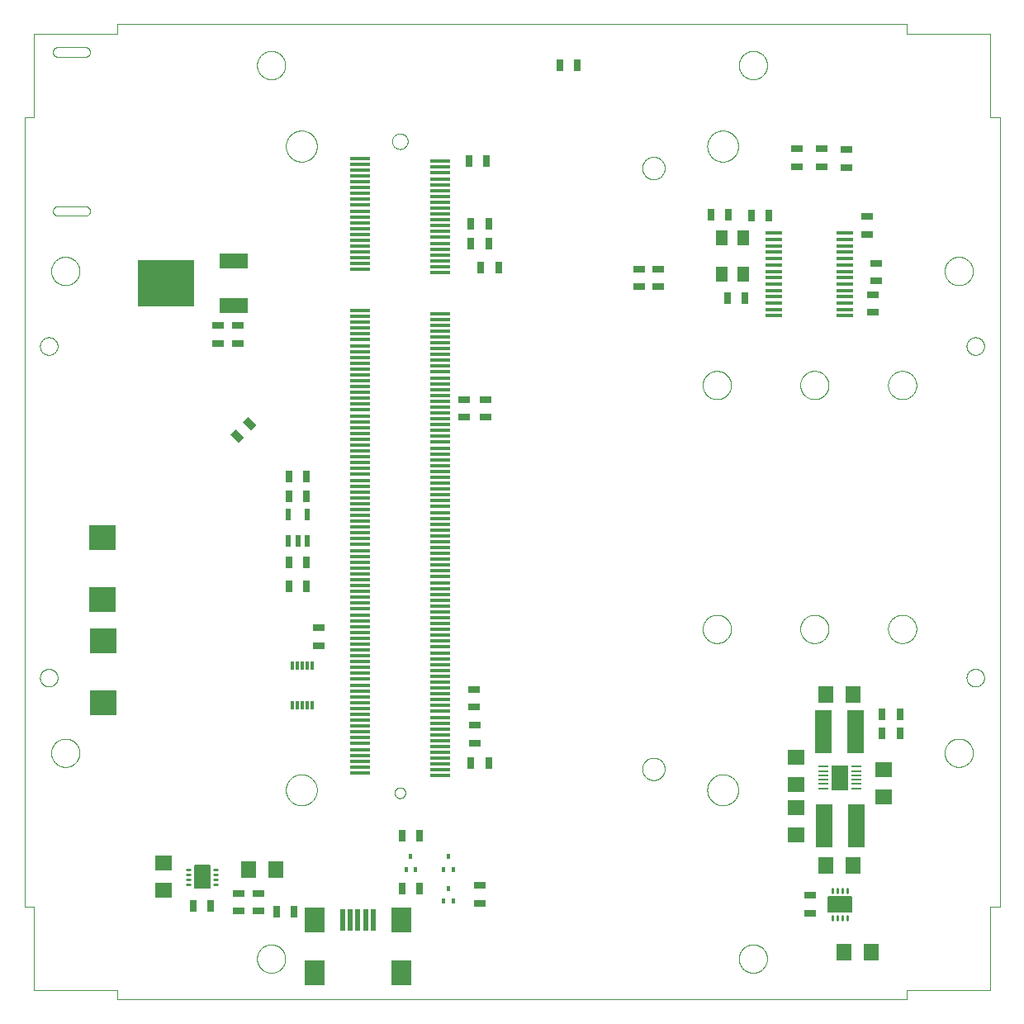
<source format=gtp>
G75*
%MOIN*%
%OFA0B0*%
%FSLAX25Y25*%
%IPPOS*%
%LPD*%
%AMOC8*
5,1,8,0,0,1.08239X$1,22.5*
%
%ADD10C,0.00000*%
%ADD11C,0.00945*%
%ADD12C,0.00504*%
%ADD13R,0.10630X0.10039*%
%ADD14R,0.06299X0.07087*%
%ADD15R,0.04724X0.03150*%
%ADD16R,0.03937X0.00984*%
%ADD17R,0.06693X0.09843*%
%ADD18R,0.03150X0.04724*%
%ADD19R,0.07087X0.06299*%
%ADD20R,0.07087X0.17717*%
%ADD21R,0.01200X0.03500*%
%ADD22R,0.01575X0.02008*%
%ADD23R,0.07874X0.01378*%
%ADD24R,0.04921X0.06299*%
%ADD25R,0.01969X0.08858*%
%ADD26R,0.07874X0.09843*%
%ADD27R,0.06890X0.01772*%
%ADD28R,0.02362X0.04724*%
%ADD29R,0.11811X0.06299*%
%ADD30R,0.22500X0.19000*%
D10*
X0025344Y0022313D02*
X0025344Y0055778D01*
X0021407Y0055778D01*
X0021407Y0374675D01*
X0025344Y0374675D01*
X0025344Y0408140D01*
X0058809Y0408140D01*
X0058809Y0412077D01*
X0377707Y0412077D01*
X0377707Y0408140D01*
X0411171Y0408140D01*
X0411171Y0374675D01*
X0415108Y0374675D01*
X0415108Y0055778D01*
X0411171Y0055778D01*
X0411171Y0022313D01*
X0377707Y0022313D01*
X0377707Y0018376D01*
X0058809Y0018376D01*
X0058809Y0022313D01*
X0025344Y0022313D01*
X0032234Y0117982D02*
X0032236Y0118133D01*
X0032242Y0118283D01*
X0032252Y0118434D01*
X0032266Y0118584D01*
X0032284Y0118733D01*
X0032305Y0118883D01*
X0032331Y0119031D01*
X0032361Y0119179D01*
X0032394Y0119326D01*
X0032432Y0119472D01*
X0032473Y0119617D01*
X0032518Y0119761D01*
X0032567Y0119903D01*
X0032620Y0120044D01*
X0032676Y0120184D01*
X0032736Y0120322D01*
X0032799Y0120459D01*
X0032867Y0120594D01*
X0032937Y0120727D01*
X0033011Y0120858D01*
X0033089Y0120987D01*
X0033170Y0121114D01*
X0033254Y0121239D01*
X0033342Y0121362D01*
X0033433Y0121482D01*
X0033527Y0121600D01*
X0033624Y0121715D01*
X0033724Y0121828D01*
X0033827Y0121938D01*
X0033933Y0122045D01*
X0034042Y0122150D01*
X0034153Y0122251D01*
X0034267Y0122350D01*
X0034383Y0122445D01*
X0034503Y0122538D01*
X0034624Y0122627D01*
X0034748Y0122713D01*
X0034874Y0122796D01*
X0035002Y0122875D01*
X0035132Y0122951D01*
X0035264Y0123024D01*
X0035398Y0123092D01*
X0035534Y0123158D01*
X0035672Y0123220D01*
X0035811Y0123278D01*
X0035951Y0123332D01*
X0036093Y0123383D01*
X0036236Y0123430D01*
X0036381Y0123473D01*
X0036526Y0123512D01*
X0036673Y0123548D01*
X0036820Y0123579D01*
X0036968Y0123607D01*
X0037117Y0123631D01*
X0037266Y0123651D01*
X0037416Y0123667D01*
X0037566Y0123679D01*
X0037717Y0123687D01*
X0037868Y0123691D01*
X0038018Y0123691D01*
X0038169Y0123687D01*
X0038320Y0123679D01*
X0038470Y0123667D01*
X0038620Y0123651D01*
X0038769Y0123631D01*
X0038918Y0123607D01*
X0039066Y0123579D01*
X0039213Y0123548D01*
X0039360Y0123512D01*
X0039505Y0123473D01*
X0039650Y0123430D01*
X0039793Y0123383D01*
X0039935Y0123332D01*
X0040075Y0123278D01*
X0040214Y0123220D01*
X0040352Y0123158D01*
X0040488Y0123092D01*
X0040622Y0123024D01*
X0040754Y0122951D01*
X0040884Y0122875D01*
X0041012Y0122796D01*
X0041138Y0122713D01*
X0041262Y0122627D01*
X0041383Y0122538D01*
X0041503Y0122445D01*
X0041619Y0122350D01*
X0041733Y0122251D01*
X0041844Y0122150D01*
X0041953Y0122045D01*
X0042059Y0121938D01*
X0042162Y0121828D01*
X0042262Y0121715D01*
X0042359Y0121600D01*
X0042453Y0121482D01*
X0042544Y0121362D01*
X0042632Y0121239D01*
X0042716Y0121114D01*
X0042797Y0120987D01*
X0042875Y0120858D01*
X0042949Y0120727D01*
X0043019Y0120594D01*
X0043087Y0120459D01*
X0043150Y0120322D01*
X0043210Y0120184D01*
X0043266Y0120044D01*
X0043319Y0119903D01*
X0043368Y0119761D01*
X0043413Y0119617D01*
X0043454Y0119472D01*
X0043492Y0119326D01*
X0043525Y0119179D01*
X0043555Y0119031D01*
X0043581Y0118883D01*
X0043602Y0118733D01*
X0043620Y0118584D01*
X0043634Y0118434D01*
X0043644Y0118283D01*
X0043650Y0118133D01*
X0043652Y0117982D01*
X0043650Y0117831D01*
X0043644Y0117681D01*
X0043634Y0117530D01*
X0043620Y0117380D01*
X0043602Y0117231D01*
X0043581Y0117081D01*
X0043555Y0116933D01*
X0043525Y0116785D01*
X0043492Y0116638D01*
X0043454Y0116492D01*
X0043413Y0116347D01*
X0043368Y0116203D01*
X0043319Y0116061D01*
X0043266Y0115920D01*
X0043210Y0115780D01*
X0043150Y0115642D01*
X0043087Y0115505D01*
X0043019Y0115370D01*
X0042949Y0115237D01*
X0042875Y0115106D01*
X0042797Y0114977D01*
X0042716Y0114850D01*
X0042632Y0114725D01*
X0042544Y0114602D01*
X0042453Y0114482D01*
X0042359Y0114364D01*
X0042262Y0114249D01*
X0042162Y0114136D01*
X0042059Y0114026D01*
X0041953Y0113919D01*
X0041844Y0113814D01*
X0041733Y0113713D01*
X0041619Y0113614D01*
X0041503Y0113519D01*
X0041383Y0113426D01*
X0041262Y0113337D01*
X0041138Y0113251D01*
X0041012Y0113168D01*
X0040884Y0113089D01*
X0040754Y0113013D01*
X0040622Y0112940D01*
X0040488Y0112872D01*
X0040352Y0112806D01*
X0040214Y0112744D01*
X0040075Y0112686D01*
X0039935Y0112632D01*
X0039793Y0112581D01*
X0039650Y0112534D01*
X0039505Y0112491D01*
X0039360Y0112452D01*
X0039213Y0112416D01*
X0039066Y0112385D01*
X0038918Y0112357D01*
X0038769Y0112333D01*
X0038620Y0112313D01*
X0038470Y0112297D01*
X0038320Y0112285D01*
X0038169Y0112277D01*
X0038018Y0112273D01*
X0037868Y0112273D01*
X0037717Y0112277D01*
X0037566Y0112285D01*
X0037416Y0112297D01*
X0037266Y0112313D01*
X0037117Y0112333D01*
X0036968Y0112357D01*
X0036820Y0112385D01*
X0036673Y0112416D01*
X0036526Y0112452D01*
X0036381Y0112491D01*
X0036236Y0112534D01*
X0036093Y0112581D01*
X0035951Y0112632D01*
X0035811Y0112686D01*
X0035672Y0112744D01*
X0035534Y0112806D01*
X0035398Y0112872D01*
X0035264Y0112940D01*
X0035132Y0113013D01*
X0035002Y0113089D01*
X0034874Y0113168D01*
X0034748Y0113251D01*
X0034624Y0113337D01*
X0034503Y0113426D01*
X0034383Y0113519D01*
X0034267Y0113614D01*
X0034153Y0113713D01*
X0034042Y0113814D01*
X0033933Y0113919D01*
X0033827Y0114026D01*
X0033724Y0114136D01*
X0033624Y0114249D01*
X0033527Y0114364D01*
X0033433Y0114482D01*
X0033342Y0114602D01*
X0033254Y0114725D01*
X0033170Y0114850D01*
X0033089Y0114977D01*
X0033011Y0115106D01*
X0032937Y0115237D01*
X0032867Y0115370D01*
X0032799Y0115505D01*
X0032736Y0115642D01*
X0032676Y0115780D01*
X0032620Y0115920D01*
X0032567Y0116061D01*
X0032518Y0116203D01*
X0032473Y0116347D01*
X0032432Y0116492D01*
X0032394Y0116638D01*
X0032361Y0116785D01*
X0032331Y0116933D01*
X0032305Y0117081D01*
X0032284Y0117231D01*
X0032266Y0117380D01*
X0032252Y0117530D01*
X0032242Y0117681D01*
X0032236Y0117831D01*
X0032234Y0117982D01*
X0027698Y0148297D02*
X0027700Y0148416D01*
X0027706Y0148534D01*
X0027716Y0148653D01*
X0027730Y0148770D01*
X0027747Y0148888D01*
X0027769Y0149005D01*
X0027795Y0149120D01*
X0027824Y0149235D01*
X0027857Y0149349D01*
X0027895Y0149462D01*
X0027935Y0149574D01*
X0027980Y0149684D01*
X0028028Y0149792D01*
X0028080Y0149899D01*
X0028135Y0150004D01*
X0028194Y0150107D01*
X0028256Y0150208D01*
X0028322Y0150307D01*
X0028390Y0150404D01*
X0028462Y0150498D01*
X0028538Y0150590D01*
X0028616Y0150680D01*
X0028697Y0150766D01*
X0028781Y0150850D01*
X0028867Y0150931D01*
X0028957Y0151009D01*
X0029049Y0151085D01*
X0029143Y0151157D01*
X0029240Y0151225D01*
X0029339Y0151291D01*
X0029440Y0151353D01*
X0029543Y0151412D01*
X0029648Y0151467D01*
X0029755Y0151519D01*
X0029863Y0151567D01*
X0029973Y0151612D01*
X0030085Y0151652D01*
X0030198Y0151690D01*
X0030312Y0151723D01*
X0030427Y0151752D01*
X0030542Y0151778D01*
X0030659Y0151800D01*
X0030777Y0151817D01*
X0030894Y0151831D01*
X0031013Y0151841D01*
X0031131Y0151847D01*
X0031250Y0151849D01*
X0031369Y0151847D01*
X0031487Y0151841D01*
X0031606Y0151831D01*
X0031723Y0151817D01*
X0031841Y0151800D01*
X0031958Y0151778D01*
X0032073Y0151752D01*
X0032188Y0151723D01*
X0032302Y0151690D01*
X0032415Y0151652D01*
X0032527Y0151612D01*
X0032637Y0151567D01*
X0032745Y0151519D01*
X0032852Y0151467D01*
X0032957Y0151412D01*
X0033060Y0151353D01*
X0033161Y0151291D01*
X0033260Y0151225D01*
X0033357Y0151157D01*
X0033451Y0151085D01*
X0033543Y0151009D01*
X0033633Y0150931D01*
X0033719Y0150850D01*
X0033803Y0150766D01*
X0033884Y0150680D01*
X0033962Y0150590D01*
X0034038Y0150498D01*
X0034110Y0150404D01*
X0034178Y0150307D01*
X0034244Y0150208D01*
X0034306Y0150107D01*
X0034365Y0150004D01*
X0034420Y0149899D01*
X0034472Y0149792D01*
X0034520Y0149684D01*
X0034565Y0149574D01*
X0034605Y0149462D01*
X0034643Y0149349D01*
X0034676Y0149235D01*
X0034705Y0149120D01*
X0034731Y0149005D01*
X0034753Y0148888D01*
X0034770Y0148770D01*
X0034784Y0148653D01*
X0034794Y0148534D01*
X0034800Y0148416D01*
X0034802Y0148297D01*
X0034800Y0148178D01*
X0034794Y0148060D01*
X0034784Y0147941D01*
X0034770Y0147824D01*
X0034753Y0147706D01*
X0034731Y0147589D01*
X0034705Y0147474D01*
X0034676Y0147359D01*
X0034643Y0147245D01*
X0034605Y0147132D01*
X0034565Y0147020D01*
X0034520Y0146910D01*
X0034472Y0146802D01*
X0034420Y0146695D01*
X0034365Y0146590D01*
X0034306Y0146487D01*
X0034244Y0146386D01*
X0034178Y0146287D01*
X0034110Y0146190D01*
X0034038Y0146096D01*
X0033962Y0146004D01*
X0033884Y0145914D01*
X0033803Y0145828D01*
X0033719Y0145744D01*
X0033633Y0145663D01*
X0033543Y0145585D01*
X0033451Y0145509D01*
X0033357Y0145437D01*
X0033260Y0145369D01*
X0033161Y0145303D01*
X0033060Y0145241D01*
X0032957Y0145182D01*
X0032852Y0145127D01*
X0032745Y0145075D01*
X0032637Y0145027D01*
X0032527Y0144982D01*
X0032415Y0144942D01*
X0032302Y0144904D01*
X0032188Y0144871D01*
X0032073Y0144842D01*
X0031958Y0144816D01*
X0031841Y0144794D01*
X0031723Y0144777D01*
X0031606Y0144763D01*
X0031487Y0144753D01*
X0031369Y0144747D01*
X0031250Y0144745D01*
X0031131Y0144747D01*
X0031013Y0144753D01*
X0030894Y0144763D01*
X0030777Y0144777D01*
X0030659Y0144794D01*
X0030542Y0144816D01*
X0030427Y0144842D01*
X0030312Y0144871D01*
X0030198Y0144904D01*
X0030085Y0144942D01*
X0029973Y0144982D01*
X0029863Y0145027D01*
X0029755Y0145075D01*
X0029648Y0145127D01*
X0029543Y0145182D01*
X0029440Y0145241D01*
X0029339Y0145303D01*
X0029240Y0145369D01*
X0029143Y0145437D01*
X0029049Y0145509D01*
X0028957Y0145585D01*
X0028867Y0145663D01*
X0028781Y0145744D01*
X0028697Y0145828D01*
X0028616Y0145914D01*
X0028538Y0146004D01*
X0028462Y0146096D01*
X0028390Y0146190D01*
X0028322Y0146287D01*
X0028256Y0146386D01*
X0028194Y0146487D01*
X0028135Y0146590D01*
X0028080Y0146695D01*
X0028028Y0146802D01*
X0027980Y0146910D01*
X0027935Y0147020D01*
X0027895Y0147132D01*
X0027857Y0147245D01*
X0027824Y0147359D01*
X0027795Y0147474D01*
X0027769Y0147589D01*
X0027747Y0147706D01*
X0027730Y0147824D01*
X0027716Y0147941D01*
X0027706Y0148060D01*
X0027700Y0148178D01*
X0027698Y0148297D01*
X0126959Y0103022D02*
X0126961Y0103180D01*
X0126967Y0103338D01*
X0126977Y0103495D01*
X0126991Y0103653D01*
X0127009Y0103810D01*
X0127031Y0103966D01*
X0127056Y0104122D01*
X0127086Y0104277D01*
X0127120Y0104431D01*
X0127157Y0104585D01*
X0127199Y0104737D01*
X0127244Y0104889D01*
X0127293Y0105039D01*
X0127346Y0105188D01*
X0127402Y0105335D01*
X0127462Y0105481D01*
X0127526Y0105626D01*
X0127594Y0105769D01*
X0127665Y0105910D01*
X0127739Y0106049D01*
X0127818Y0106186D01*
X0127899Y0106321D01*
X0127984Y0106455D01*
X0128072Y0106586D01*
X0128164Y0106714D01*
X0128259Y0106841D01*
X0128357Y0106965D01*
X0128458Y0107086D01*
X0128562Y0107205D01*
X0128669Y0107321D01*
X0128779Y0107435D01*
X0128891Y0107545D01*
X0129007Y0107653D01*
X0129125Y0107758D01*
X0129246Y0107859D01*
X0129369Y0107958D01*
X0129495Y0108054D01*
X0129623Y0108146D01*
X0129753Y0108235D01*
X0129886Y0108321D01*
X0130021Y0108403D01*
X0130158Y0108482D01*
X0130296Y0108558D01*
X0130437Y0108630D01*
X0130579Y0108698D01*
X0130723Y0108763D01*
X0130869Y0108824D01*
X0131016Y0108882D01*
X0131165Y0108935D01*
X0131315Y0108985D01*
X0131466Y0109031D01*
X0131618Y0109074D01*
X0131771Y0109112D01*
X0131925Y0109147D01*
X0132080Y0109178D01*
X0132236Y0109204D01*
X0132392Y0109227D01*
X0132549Y0109246D01*
X0132706Y0109261D01*
X0132864Y0109272D01*
X0133022Y0109279D01*
X0133180Y0109282D01*
X0133337Y0109281D01*
X0133495Y0109276D01*
X0133653Y0109267D01*
X0133810Y0109254D01*
X0133968Y0109237D01*
X0134124Y0109216D01*
X0134280Y0109191D01*
X0134435Y0109163D01*
X0134590Y0109130D01*
X0134744Y0109093D01*
X0134896Y0109053D01*
X0135048Y0109009D01*
X0135198Y0108961D01*
X0135348Y0108909D01*
X0135496Y0108853D01*
X0135642Y0108794D01*
X0135787Y0108731D01*
X0135930Y0108665D01*
X0136072Y0108594D01*
X0136211Y0108521D01*
X0136349Y0108443D01*
X0136485Y0108363D01*
X0136618Y0108279D01*
X0136750Y0108191D01*
X0136879Y0108100D01*
X0137006Y0108006D01*
X0137131Y0107909D01*
X0137253Y0107809D01*
X0137372Y0107706D01*
X0137489Y0107599D01*
X0137603Y0107490D01*
X0137715Y0107378D01*
X0137823Y0107263D01*
X0137929Y0107146D01*
X0138031Y0107026D01*
X0138131Y0106903D01*
X0138227Y0106778D01*
X0138320Y0106650D01*
X0138410Y0106520D01*
X0138497Y0106388D01*
X0138580Y0106254D01*
X0138660Y0106118D01*
X0138736Y0105979D01*
X0138809Y0105839D01*
X0138879Y0105697D01*
X0138944Y0105554D01*
X0139006Y0105408D01*
X0139065Y0105262D01*
X0139119Y0105113D01*
X0139170Y0104964D01*
X0139217Y0104813D01*
X0139261Y0104661D01*
X0139300Y0104508D01*
X0139336Y0104354D01*
X0139367Y0104200D01*
X0139395Y0104044D01*
X0139419Y0103888D01*
X0139439Y0103731D01*
X0139455Y0103574D01*
X0139467Y0103417D01*
X0139475Y0103259D01*
X0139479Y0103101D01*
X0139479Y0102943D01*
X0139475Y0102785D01*
X0139467Y0102627D01*
X0139455Y0102470D01*
X0139439Y0102313D01*
X0139419Y0102156D01*
X0139395Y0102000D01*
X0139367Y0101844D01*
X0139336Y0101690D01*
X0139300Y0101536D01*
X0139261Y0101383D01*
X0139217Y0101231D01*
X0139170Y0101080D01*
X0139119Y0100931D01*
X0139065Y0100782D01*
X0139006Y0100636D01*
X0138944Y0100490D01*
X0138879Y0100347D01*
X0138809Y0100205D01*
X0138736Y0100065D01*
X0138660Y0099926D01*
X0138580Y0099790D01*
X0138497Y0099656D01*
X0138410Y0099524D01*
X0138320Y0099394D01*
X0138227Y0099266D01*
X0138131Y0099141D01*
X0138031Y0099018D01*
X0137929Y0098898D01*
X0137823Y0098781D01*
X0137715Y0098666D01*
X0137603Y0098554D01*
X0137489Y0098445D01*
X0137372Y0098338D01*
X0137253Y0098235D01*
X0137131Y0098135D01*
X0137006Y0098038D01*
X0136879Y0097944D01*
X0136750Y0097853D01*
X0136618Y0097765D01*
X0136485Y0097681D01*
X0136349Y0097601D01*
X0136211Y0097523D01*
X0136072Y0097450D01*
X0135930Y0097379D01*
X0135787Y0097313D01*
X0135642Y0097250D01*
X0135496Y0097191D01*
X0135348Y0097135D01*
X0135198Y0097083D01*
X0135048Y0097035D01*
X0134896Y0096991D01*
X0134744Y0096951D01*
X0134590Y0096914D01*
X0134435Y0096881D01*
X0134280Y0096853D01*
X0134124Y0096828D01*
X0133968Y0096807D01*
X0133810Y0096790D01*
X0133653Y0096777D01*
X0133495Y0096768D01*
X0133337Y0096763D01*
X0133180Y0096762D01*
X0133022Y0096765D01*
X0132864Y0096772D01*
X0132706Y0096783D01*
X0132549Y0096798D01*
X0132392Y0096817D01*
X0132236Y0096840D01*
X0132080Y0096866D01*
X0131925Y0096897D01*
X0131771Y0096932D01*
X0131618Y0096970D01*
X0131466Y0097013D01*
X0131315Y0097059D01*
X0131165Y0097109D01*
X0131016Y0097162D01*
X0130869Y0097220D01*
X0130723Y0097281D01*
X0130579Y0097346D01*
X0130437Y0097414D01*
X0130296Y0097486D01*
X0130158Y0097562D01*
X0130021Y0097641D01*
X0129886Y0097723D01*
X0129753Y0097809D01*
X0129623Y0097898D01*
X0129495Y0097990D01*
X0129369Y0098086D01*
X0129246Y0098185D01*
X0129125Y0098286D01*
X0129007Y0098391D01*
X0128891Y0098499D01*
X0128779Y0098609D01*
X0128669Y0098723D01*
X0128562Y0098839D01*
X0128458Y0098958D01*
X0128357Y0099079D01*
X0128259Y0099203D01*
X0128164Y0099330D01*
X0128072Y0099458D01*
X0127984Y0099589D01*
X0127899Y0099723D01*
X0127818Y0099858D01*
X0127739Y0099995D01*
X0127665Y0100134D01*
X0127594Y0100275D01*
X0127526Y0100418D01*
X0127462Y0100563D01*
X0127402Y0100709D01*
X0127346Y0100856D01*
X0127293Y0101005D01*
X0127244Y0101155D01*
X0127199Y0101307D01*
X0127157Y0101459D01*
X0127120Y0101613D01*
X0127086Y0101767D01*
X0127056Y0101922D01*
X0127031Y0102078D01*
X0127009Y0102234D01*
X0126991Y0102391D01*
X0126977Y0102549D01*
X0126967Y0102706D01*
X0126961Y0102864D01*
X0126959Y0103022D01*
X0170817Y0101841D02*
X0170819Y0101934D01*
X0170825Y0102026D01*
X0170835Y0102118D01*
X0170849Y0102209D01*
X0170866Y0102300D01*
X0170888Y0102390D01*
X0170913Y0102479D01*
X0170942Y0102567D01*
X0170975Y0102653D01*
X0171012Y0102738D01*
X0171052Y0102822D01*
X0171096Y0102903D01*
X0171143Y0102983D01*
X0171193Y0103061D01*
X0171247Y0103136D01*
X0171304Y0103209D01*
X0171364Y0103279D01*
X0171427Y0103347D01*
X0171493Y0103412D01*
X0171561Y0103474D01*
X0171632Y0103534D01*
X0171706Y0103590D01*
X0171782Y0103643D01*
X0171860Y0103692D01*
X0171940Y0103739D01*
X0172022Y0103781D01*
X0172106Y0103821D01*
X0172191Y0103856D01*
X0172278Y0103888D01*
X0172366Y0103917D01*
X0172455Y0103941D01*
X0172545Y0103962D01*
X0172636Y0103978D01*
X0172728Y0103991D01*
X0172820Y0104000D01*
X0172913Y0104005D01*
X0173005Y0104006D01*
X0173098Y0104003D01*
X0173190Y0103996D01*
X0173282Y0103985D01*
X0173373Y0103970D01*
X0173464Y0103952D01*
X0173554Y0103929D01*
X0173642Y0103903D01*
X0173730Y0103873D01*
X0173816Y0103839D01*
X0173900Y0103802D01*
X0173983Y0103760D01*
X0174064Y0103716D01*
X0174144Y0103668D01*
X0174221Y0103617D01*
X0174295Y0103562D01*
X0174368Y0103504D01*
X0174438Y0103444D01*
X0174505Y0103380D01*
X0174569Y0103314D01*
X0174631Y0103244D01*
X0174689Y0103173D01*
X0174744Y0103099D01*
X0174796Y0103022D01*
X0174845Y0102943D01*
X0174891Y0102863D01*
X0174933Y0102780D01*
X0174971Y0102696D01*
X0175006Y0102610D01*
X0175037Y0102523D01*
X0175064Y0102435D01*
X0175087Y0102345D01*
X0175107Y0102255D01*
X0175123Y0102164D01*
X0175135Y0102072D01*
X0175143Y0101980D01*
X0175147Y0101887D01*
X0175147Y0101795D01*
X0175143Y0101702D01*
X0175135Y0101610D01*
X0175123Y0101518D01*
X0175107Y0101427D01*
X0175087Y0101337D01*
X0175064Y0101247D01*
X0175037Y0101159D01*
X0175006Y0101072D01*
X0174971Y0100986D01*
X0174933Y0100902D01*
X0174891Y0100819D01*
X0174845Y0100739D01*
X0174796Y0100660D01*
X0174744Y0100583D01*
X0174689Y0100509D01*
X0174631Y0100438D01*
X0174569Y0100368D01*
X0174505Y0100302D01*
X0174438Y0100238D01*
X0174368Y0100178D01*
X0174295Y0100120D01*
X0174221Y0100065D01*
X0174144Y0100014D01*
X0174065Y0099966D01*
X0173983Y0099922D01*
X0173900Y0099880D01*
X0173816Y0099843D01*
X0173730Y0099809D01*
X0173642Y0099779D01*
X0173554Y0099753D01*
X0173464Y0099730D01*
X0173373Y0099712D01*
X0173282Y0099697D01*
X0173190Y0099686D01*
X0173098Y0099679D01*
X0173005Y0099676D01*
X0172913Y0099677D01*
X0172820Y0099682D01*
X0172728Y0099691D01*
X0172636Y0099704D01*
X0172545Y0099720D01*
X0172455Y0099741D01*
X0172366Y0099765D01*
X0172278Y0099794D01*
X0172191Y0099826D01*
X0172106Y0099861D01*
X0172022Y0099901D01*
X0171940Y0099943D01*
X0171860Y0099990D01*
X0171782Y0100039D01*
X0171706Y0100092D01*
X0171632Y0100148D01*
X0171561Y0100208D01*
X0171493Y0100270D01*
X0171427Y0100335D01*
X0171364Y0100403D01*
X0171304Y0100473D01*
X0171247Y0100546D01*
X0171193Y0100621D01*
X0171143Y0100699D01*
X0171096Y0100779D01*
X0171052Y0100860D01*
X0171012Y0100944D01*
X0170975Y0101029D01*
X0170942Y0101115D01*
X0170913Y0101203D01*
X0170888Y0101292D01*
X0170866Y0101382D01*
X0170849Y0101473D01*
X0170835Y0101564D01*
X0170825Y0101656D01*
X0170819Y0101748D01*
X0170817Y0101841D01*
X0115305Y0034911D02*
X0115307Y0035062D01*
X0115313Y0035212D01*
X0115323Y0035363D01*
X0115337Y0035513D01*
X0115355Y0035662D01*
X0115376Y0035812D01*
X0115402Y0035960D01*
X0115432Y0036108D01*
X0115465Y0036255D01*
X0115503Y0036401D01*
X0115544Y0036546D01*
X0115589Y0036690D01*
X0115638Y0036832D01*
X0115691Y0036973D01*
X0115747Y0037113D01*
X0115807Y0037251D01*
X0115870Y0037388D01*
X0115938Y0037523D01*
X0116008Y0037656D01*
X0116082Y0037787D01*
X0116160Y0037916D01*
X0116241Y0038043D01*
X0116325Y0038168D01*
X0116413Y0038291D01*
X0116504Y0038411D01*
X0116598Y0038529D01*
X0116695Y0038644D01*
X0116795Y0038757D01*
X0116898Y0038867D01*
X0117004Y0038974D01*
X0117113Y0039079D01*
X0117224Y0039180D01*
X0117338Y0039279D01*
X0117454Y0039374D01*
X0117574Y0039467D01*
X0117695Y0039556D01*
X0117819Y0039642D01*
X0117945Y0039725D01*
X0118073Y0039804D01*
X0118203Y0039880D01*
X0118335Y0039953D01*
X0118469Y0040021D01*
X0118605Y0040087D01*
X0118743Y0040149D01*
X0118882Y0040207D01*
X0119022Y0040261D01*
X0119164Y0040312D01*
X0119307Y0040359D01*
X0119452Y0040402D01*
X0119597Y0040441D01*
X0119744Y0040477D01*
X0119891Y0040508D01*
X0120039Y0040536D01*
X0120188Y0040560D01*
X0120337Y0040580D01*
X0120487Y0040596D01*
X0120637Y0040608D01*
X0120788Y0040616D01*
X0120939Y0040620D01*
X0121089Y0040620D01*
X0121240Y0040616D01*
X0121391Y0040608D01*
X0121541Y0040596D01*
X0121691Y0040580D01*
X0121840Y0040560D01*
X0121989Y0040536D01*
X0122137Y0040508D01*
X0122284Y0040477D01*
X0122431Y0040441D01*
X0122576Y0040402D01*
X0122721Y0040359D01*
X0122864Y0040312D01*
X0123006Y0040261D01*
X0123146Y0040207D01*
X0123285Y0040149D01*
X0123423Y0040087D01*
X0123559Y0040021D01*
X0123693Y0039953D01*
X0123825Y0039880D01*
X0123955Y0039804D01*
X0124083Y0039725D01*
X0124209Y0039642D01*
X0124333Y0039556D01*
X0124454Y0039467D01*
X0124574Y0039374D01*
X0124690Y0039279D01*
X0124804Y0039180D01*
X0124915Y0039079D01*
X0125024Y0038974D01*
X0125130Y0038867D01*
X0125233Y0038757D01*
X0125333Y0038644D01*
X0125430Y0038529D01*
X0125524Y0038411D01*
X0125615Y0038291D01*
X0125703Y0038168D01*
X0125787Y0038043D01*
X0125868Y0037916D01*
X0125946Y0037787D01*
X0126020Y0037656D01*
X0126090Y0037523D01*
X0126158Y0037388D01*
X0126221Y0037251D01*
X0126281Y0037113D01*
X0126337Y0036973D01*
X0126390Y0036832D01*
X0126439Y0036690D01*
X0126484Y0036546D01*
X0126525Y0036401D01*
X0126563Y0036255D01*
X0126596Y0036108D01*
X0126626Y0035960D01*
X0126652Y0035812D01*
X0126673Y0035662D01*
X0126691Y0035513D01*
X0126705Y0035363D01*
X0126715Y0035212D01*
X0126721Y0035062D01*
X0126723Y0034911D01*
X0126721Y0034760D01*
X0126715Y0034610D01*
X0126705Y0034459D01*
X0126691Y0034309D01*
X0126673Y0034160D01*
X0126652Y0034010D01*
X0126626Y0033862D01*
X0126596Y0033714D01*
X0126563Y0033567D01*
X0126525Y0033421D01*
X0126484Y0033276D01*
X0126439Y0033132D01*
X0126390Y0032990D01*
X0126337Y0032849D01*
X0126281Y0032709D01*
X0126221Y0032571D01*
X0126158Y0032434D01*
X0126090Y0032299D01*
X0126020Y0032166D01*
X0125946Y0032035D01*
X0125868Y0031906D01*
X0125787Y0031779D01*
X0125703Y0031654D01*
X0125615Y0031531D01*
X0125524Y0031411D01*
X0125430Y0031293D01*
X0125333Y0031178D01*
X0125233Y0031065D01*
X0125130Y0030955D01*
X0125024Y0030848D01*
X0124915Y0030743D01*
X0124804Y0030642D01*
X0124690Y0030543D01*
X0124574Y0030448D01*
X0124454Y0030355D01*
X0124333Y0030266D01*
X0124209Y0030180D01*
X0124083Y0030097D01*
X0123955Y0030018D01*
X0123825Y0029942D01*
X0123693Y0029869D01*
X0123559Y0029801D01*
X0123423Y0029735D01*
X0123285Y0029673D01*
X0123146Y0029615D01*
X0123006Y0029561D01*
X0122864Y0029510D01*
X0122721Y0029463D01*
X0122576Y0029420D01*
X0122431Y0029381D01*
X0122284Y0029345D01*
X0122137Y0029314D01*
X0121989Y0029286D01*
X0121840Y0029262D01*
X0121691Y0029242D01*
X0121541Y0029226D01*
X0121391Y0029214D01*
X0121240Y0029206D01*
X0121089Y0029202D01*
X0120939Y0029202D01*
X0120788Y0029206D01*
X0120637Y0029214D01*
X0120487Y0029226D01*
X0120337Y0029242D01*
X0120188Y0029262D01*
X0120039Y0029286D01*
X0119891Y0029314D01*
X0119744Y0029345D01*
X0119597Y0029381D01*
X0119452Y0029420D01*
X0119307Y0029463D01*
X0119164Y0029510D01*
X0119022Y0029561D01*
X0118882Y0029615D01*
X0118743Y0029673D01*
X0118605Y0029735D01*
X0118469Y0029801D01*
X0118335Y0029869D01*
X0118203Y0029942D01*
X0118073Y0030018D01*
X0117945Y0030097D01*
X0117819Y0030180D01*
X0117695Y0030266D01*
X0117574Y0030355D01*
X0117454Y0030448D01*
X0117338Y0030543D01*
X0117224Y0030642D01*
X0117113Y0030743D01*
X0117004Y0030848D01*
X0116898Y0030955D01*
X0116795Y0031065D01*
X0116695Y0031178D01*
X0116598Y0031293D01*
X0116504Y0031411D01*
X0116413Y0031531D01*
X0116325Y0031654D01*
X0116241Y0031779D01*
X0116160Y0031906D01*
X0116082Y0032035D01*
X0116008Y0032166D01*
X0115938Y0032299D01*
X0115870Y0032434D01*
X0115807Y0032571D01*
X0115747Y0032709D01*
X0115691Y0032849D01*
X0115638Y0032990D01*
X0115589Y0033132D01*
X0115544Y0033276D01*
X0115503Y0033421D01*
X0115465Y0033567D01*
X0115432Y0033714D01*
X0115402Y0033862D01*
X0115376Y0034010D01*
X0115355Y0034160D01*
X0115337Y0034309D01*
X0115323Y0034459D01*
X0115313Y0034610D01*
X0115307Y0034760D01*
X0115305Y0034911D01*
X0270816Y0111486D02*
X0270818Y0111620D01*
X0270824Y0111754D01*
X0270834Y0111888D01*
X0270848Y0112022D01*
X0270866Y0112155D01*
X0270887Y0112287D01*
X0270913Y0112419D01*
X0270943Y0112550D01*
X0270976Y0112680D01*
X0271013Y0112808D01*
X0271055Y0112936D01*
X0271099Y0113063D01*
X0271148Y0113188D01*
X0271200Y0113311D01*
X0271256Y0113433D01*
X0271316Y0113554D01*
X0271379Y0113672D01*
X0271445Y0113789D01*
X0271515Y0113903D01*
X0271588Y0114016D01*
X0271665Y0114126D01*
X0271745Y0114234D01*
X0271828Y0114339D01*
X0271914Y0114442D01*
X0272003Y0114542D01*
X0272095Y0114640D01*
X0272190Y0114735D01*
X0272288Y0114827D01*
X0272388Y0114916D01*
X0272491Y0115002D01*
X0272596Y0115085D01*
X0272704Y0115165D01*
X0272814Y0115242D01*
X0272927Y0115315D01*
X0273041Y0115385D01*
X0273158Y0115451D01*
X0273276Y0115514D01*
X0273397Y0115574D01*
X0273519Y0115630D01*
X0273642Y0115682D01*
X0273767Y0115731D01*
X0273894Y0115775D01*
X0274022Y0115817D01*
X0274150Y0115854D01*
X0274280Y0115887D01*
X0274411Y0115917D01*
X0274543Y0115943D01*
X0274675Y0115964D01*
X0274808Y0115982D01*
X0274942Y0115996D01*
X0275076Y0116006D01*
X0275210Y0116012D01*
X0275344Y0116014D01*
X0275478Y0116012D01*
X0275612Y0116006D01*
X0275746Y0115996D01*
X0275880Y0115982D01*
X0276013Y0115964D01*
X0276145Y0115943D01*
X0276277Y0115917D01*
X0276408Y0115887D01*
X0276538Y0115854D01*
X0276666Y0115817D01*
X0276794Y0115775D01*
X0276921Y0115731D01*
X0277046Y0115682D01*
X0277169Y0115630D01*
X0277291Y0115574D01*
X0277412Y0115514D01*
X0277530Y0115451D01*
X0277647Y0115385D01*
X0277761Y0115315D01*
X0277874Y0115242D01*
X0277984Y0115165D01*
X0278092Y0115085D01*
X0278197Y0115002D01*
X0278300Y0114916D01*
X0278400Y0114827D01*
X0278498Y0114735D01*
X0278593Y0114640D01*
X0278685Y0114542D01*
X0278774Y0114442D01*
X0278860Y0114339D01*
X0278943Y0114234D01*
X0279023Y0114126D01*
X0279100Y0114016D01*
X0279173Y0113903D01*
X0279243Y0113789D01*
X0279309Y0113672D01*
X0279372Y0113554D01*
X0279432Y0113433D01*
X0279488Y0113311D01*
X0279540Y0113188D01*
X0279589Y0113063D01*
X0279633Y0112936D01*
X0279675Y0112808D01*
X0279712Y0112680D01*
X0279745Y0112550D01*
X0279775Y0112419D01*
X0279801Y0112287D01*
X0279822Y0112155D01*
X0279840Y0112022D01*
X0279854Y0111888D01*
X0279864Y0111754D01*
X0279870Y0111620D01*
X0279872Y0111486D01*
X0279870Y0111352D01*
X0279864Y0111218D01*
X0279854Y0111084D01*
X0279840Y0110950D01*
X0279822Y0110817D01*
X0279801Y0110685D01*
X0279775Y0110553D01*
X0279745Y0110422D01*
X0279712Y0110292D01*
X0279675Y0110164D01*
X0279633Y0110036D01*
X0279589Y0109909D01*
X0279540Y0109784D01*
X0279488Y0109661D01*
X0279432Y0109539D01*
X0279372Y0109418D01*
X0279309Y0109300D01*
X0279243Y0109183D01*
X0279173Y0109069D01*
X0279100Y0108956D01*
X0279023Y0108846D01*
X0278943Y0108738D01*
X0278860Y0108633D01*
X0278774Y0108530D01*
X0278685Y0108430D01*
X0278593Y0108332D01*
X0278498Y0108237D01*
X0278400Y0108145D01*
X0278300Y0108056D01*
X0278197Y0107970D01*
X0278092Y0107887D01*
X0277984Y0107807D01*
X0277874Y0107730D01*
X0277761Y0107657D01*
X0277647Y0107587D01*
X0277530Y0107521D01*
X0277412Y0107458D01*
X0277291Y0107398D01*
X0277169Y0107342D01*
X0277046Y0107290D01*
X0276921Y0107241D01*
X0276794Y0107197D01*
X0276666Y0107155D01*
X0276538Y0107118D01*
X0276408Y0107085D01*
X0276277Y0107055D01*
X0276145Y0107029D01*
X0276013Y0107008D01*
X0275880Y0106990D01*
X0275746Y0106976D01*
X0275612Y0106966D01*
X0275478Y0106960D01*
X0275344Y0106958D01*
X0275210Y0106960D01*
X0275076Y0106966D01*
X0274942Y0106976D01*
X0274808Y0106990D01*
X0274675Y0107008D01*
X0274543Y0107029D01*
X0274411Y0107055D01*
X0274280Y0107085D01*
X0274150Y0107118D01*
X0274022Y0107155D01*
X0273894Y0107197D01*
X0273767Y0107241D01*
X0273642Y0107290D01*
X0273519Y0107342D01*
X0273397Y0107398D01*
X0273276Y0107458D01*
X0273158Y0107521D01*
X0273041Y0107587D01*
X0272927Y0107657D01*
X0272814Y0107730D01*
X0272704Y0107807D01*
X0272596Y0107887D01*
X0272491Y0107970D01*
X0272388Y0108056D01*
X0272288Y0108145D01*
X0272190Y0108237D01*
X0272095Y0108332D01*
X0272003Y0108430D01*
X0271914Y0108530D01*
X0271828Y0108633D01*
X0271745Y0108738D01*
X0271665Y0108846D01*
X0271588Y0108956D01*
X0271515Y0109069D01*
X0271445Y0109183D01*
X0271379Y0109300D01*
X0271316Y0109418D01*
X0271256Y0109539D01*
X0271200Y0109661D01*
X0271148Y0109784D01*
X0271099Y0109909D01*
X0271055Y0110036D01*
X0271013Y0110164D01*
X0270976Y0110292D01*
X0270943Y0110422D01*
X0270913Y0110553D01*
X0270887Y0110685D01*
X0270866Y0110817D01*
X0270848Y0110950D01*
X0270834Y0111084D01*
X0270824Y0111218D01*
X0270818Y0111352D01*
X0270816Y0111486D01*
X0297037Y0103022D02*
X0297039Y0103180D01*
X0297045Y0103338D01*
X0297055Y0103495D01*
X0297069Y0103653D01*
X0297087Y0103810D01*
X0297109Y0103966D01*
X0297134Y0104122D01*
X0297164Y0104277D01*
X0297198Y0104431D01*
X0297235Y0104585D01*
X0297277Y0104737D01*
X0297322Y0104889D01*
X0297371Y0105039D01*
X0297424Y0105188D01*
X0297480Y0105335D01*
X0297540Y0105481D01*
X0297604Y0105626D01*
X0297672Y0105769D01*
X0297743Y0105910D01*
X0297817Y0106049D01*
X0297896Y0106186D01*
X0297977Y0106321D01*
X0298062Y0106455D01*
X0298150Y0106586D01*
X0298242Y0106714D01*
X0298337Y0106841D01*
X0298435Y0106965D01*
X0298536Y0107086D01*
X0298640Y0107205D01*
X0298747Y0107321D01*
X0298857Y0107435D01*
X0298969Y0107545D01*
X0299085Y0107653D01*
X0299203Y0107758D01*
X0299324Y0107859D01*
X0299447Y0107958D01*
X0299573Y0108054D01*
X0299701Y0108146D01*
X0299831Y0108235D01*
X0299964Y0108321D01*
X0300099Y0108403D01*
X0300236Y0108482D01*
X0300374Y0108558D01*
X0300515Y0108630D01*
X0300657Y0108698D01*
X0300801Y0108763D01*
X0300947Y0108824D01*
X0301094Y0108882D01*
X0301243Y0108935D01*
X0301393Y0108985D01*
X0301544Y0109031D01*
X0301696Y0109074D01*
X0301849Y0109112D01*
X0302003Y0109147D01*
X0302158Y0109178D01*
X0302314Y0109204D01*
X0302470Y0109227D01*
X0302627Y0109246D01*
X0302784Y0109261D01*
X0302942Y0109272D01*
X0303100Y0109279D01*
X0303258Y0109282D01*
X0303415Y0109281D01*
X0303573Y0109276D01*
X0303731Y0109267D01*
X0303888Y0109254D01*
X0304046Y0109237D01*
X0304202Y0109216D01*
X0304358Y0109191D01*
X0304513Y0109163D01*
X0304668Y0109130D01*
X0304822Y0109093D01*
X0304974Y0109053D01*
X0305126Y0109009D01*
X0305276Y0108961D01*
X0305426Y0108909D01*
X0305574Y0108853D01*
X0305720Y0108794D01*
X0305865Y0108731D01*
X0306008Y0108665D01*
X0306150Y0108594D01*
X0306289Y0108521D01*
X0306427Y0108443D01*
X0306563Y0108363D01*
X0306696Y0108279D01*
X0306828Y0108191D01*
X0306957Y0108100D01*
X0307084Y0108006D01*
X0307209Y0107909D01*
X0307331Y0107809D01*
X0307450Y0107706D01*
X0307567Y0107599D01*
X0307681Y0107490D01*
X0307793Y0107378D01*
X0307901Y0107263D01*
X0308007Y0107146D01*
X0308109Y0107026D01*
X0308209Y0106903D01*
X0308305Y0106778D01*
X0308398Y0106650D01*
X0308488Y0106520D01*
X0308575Y0106388D01*
X0308658Y0106254D01*
X0308738Y0106118D01*
X0308814Y0105979D01*
X0308887Y0105839D01*
X0308957Y0105697D01*
X0309022Y0105554D01*
X0309084Y0105408D01*
X0309143Y0105262D01*
X0309197Y0105113D01*
X0309248Y0104964D01*
X0309295Y0104813D01*
X0309339Y0104661D01*
X0309378Y0104508D01*
X0309414Y0104354D01*
X0309445Y0104200D01*
X0309473Y0104044D01*
X0309497Y0103888D01*
X0309517Y0103731D01*
X0309533Y0103574D01*
X0309545Y0103417D01*
X0309553Y0103259D01*
X0309557Y0103101D01*
X0309557Y0102943D01*
X0309553Y0102785D01*
X0309545Y0102627D01*
X0309533Y0102470D01*
X0309517Y0102313D01*
X0309497Y0102156D01*
X0309473Y0102000D01*
X0309445Y0101844D01*
X0309414Y0101690D01*
X0309378Y0101536D01*
X0309339Y0101383D01*
X0309295Y0101231D01*
X0309248Y0101080D01*
X0309197Y0100931D01*
X0309143Y0100782D01*
X0309084Y0100636D01*
X0309022Y0100490D01*
X0308957Y0100347D01*
X0308887Y0100205D01*
X0308814Y0100065D01*
X0308738Y0099926D01*
X0308658Y0099790D01*
X0308575Y0099656D01*
X0308488Y0099524D01*
X0308398Y0099394D01*
X0308305Y0099266D01*
X0308209Y0099141D01*
X0308109Y0099018D01*
X0308007Y0098898D01*
X0307901Y0098781D01*
X0307793Y0098666D01*
X0307681Y0098554D01*
X0307567Y0098445D01*
X0307450Y0098338D01*
X0307331Y0098235D01*
X0307209Y0098135D01*
X0307084Y0098038D01*
X0306957Y0097944D01*
X0306828Y0097853D01*
X0306696Y0097765D01*
X0306563Y0097681D01*
X0306427Y0097601D01*
X0306289Y0097523D01*
X0306150Y0097450D01*
X0306008Y0097379D01*
X0305865Y0097313D01*
X0305720Y0097250D01*
X0305574Y0097191D01*
X0305426Y0097135D01*
X0305276Y0097083D01*
X0305126Y0097035D01*
X0304974Y0096991D01*
X0304822Y0096951D01*
X0304668Y0096914D01*
X0304513Y0096881D01*
X0304358Y0096853D01*
X0304202Y0096828D01*
X0304046Y0096807D01*
X0303888Y0096790D01*
X0303731Y0096777D01*
X0303573Y0096768D01*
X0303415Y0096763D01*
X0303258Y0096762D01*
X0303100Y0096765D01*
X0302942Y0096772D01*
X0302784Y0096783D01*
X0302627Y0096798D01*
X0302470Y0096817D01*
X0302314Y0096840D01*
X0302158Y0096866D01*
X0302003Y0096897D01*
X0301849Y0096932D01*
X0301696Y0096970D01*
X0301544Y0097013D01*
X0301393Y0097059D01*
X0301243Y0097109D01*
X0301094Y0097162D01*
X0300947Y0097220D01*
X0300801Y0097281D01*
X0300657Y0097346D01*
X0300515Y0097414D01*
X0300374Y0097486D01*
X0300236Y0097562D01*
X0300099Y0097641D01*
X0299964Y0097723D01*
X0299831Y0097809D01*
X0299701Y0097898D01*
X0299573Y0097990D01*
X0299447Y0098086D01*
X0299324Y0098185D01*
X0299203Y0098286D01*
X0299085Y0098391D01*
X0298969Y0098499D01*
X0298857Y0098609D01*
X0298747Y0098723D01*
X0298640Y0098839D01*
X0298536Y0098958D01*
X0298435Y0099079D01*
X0298337Y0099203D01*
X0298242Y0099330D01*
X0298150Y0099458D01*
X0298062Y0099589D01*
X0297977Y0099723D01*
X0297896Y0099858D01*
X0297817Y0099995D01*
X0297743Y0100134D01*
X0297672Y0100275D01*
X0297604Y0100418D01*
X0297540Y0100563D01*
X0297480Y0100709D01*
X0297424Y0100856D01*
X0297371Y0101005D01*
X0297322Y0101155D01*
X0297277Y0101307D01*
X0297235Y0101459D01*
X0297198Y0101613D01*
X0297164Y0101767D01*
X0297134Y0101922D01*
X0297109Y0102078D01*
X0297087Y0102234D01*
X0297069Y0102391D01*
X0297055Y0102549D01*
X0297045Y0102706D01*
X0297039Y0102864D01*
X0297037Y0103022D01*
X0295226Y0167982D02*
X0295228Y0168133D01*
X0295234Y0168283D01*
X0295244Y0168434D01*
X0295258Y0168584D01*
X0295276Y0168733D01*
X0295297Y0168883D01*
X0295323Y0169031D01*
X0295353Y0169179D01*
X0295386Y0169326D01*
X0295424Y0169472D01*
X0295465Y0169617D01*
X0295510Y0169761D01*
X0295559Y0169903D01*
X0295612Y0170044D01*
X0295668Y0170184D01*
X0295728Y0170322D01*
X0295791Y0170459D01*
X0295859Y0170594D01*
X0295929Y0170727D01*
X0296003Y0170858D01*
X0296081Y0170987D01*
X0296162Y0171114D01*
X0296246Y0171239D01*
X0296334Y0171362D01*
X0296425Y0171482D01*
X0296519Y0171600D01*
X0296616Y0171715D01*
X0296716Y0171828D01*
X0296819Y0171938D01*
X0296925Y0172045D01*
X0297034Y0172150D01*
X0297145Y0172251D01*
X0297259Y0172350D01*
X0297375Y0172445D01*
X0297495Y0172538D01*
X0297616Y0172627D01*
X0297740Y0172713D01*
X0297866Y0172796D01*
X0297994Y0172875D01*
X0298124Y0172951D01*
X0298256Y0173024D01*
X0298390Y0173092D01*
X0298526Y0173158D01*
X0298664Y0173220D01*
X0298803Y0173278D01*
X0298943Y0173332D01*
X0299085Y0173383D01*
X0299228Y0173430D01*
X0299373Y0173473D01*
X0299518Y0173512D01*
X0299665Y0173548D01*
X0299812Y0173579D01*
X0299960Y0173607D01*
X0300109Y0173631D01*
X0300258Y0173651D01*
X0300408Y0173667D01*
X0300558Y0173679D01*
X0300709Y0173687D01*
X0300860Y0173691D01*
X0301010Y0173691D01*
X0301161Y0173687D01*
X0301312Y0173679D01*
X0301462Y0173667D01*
X0301612Y0173651D01*
X0301761Y0173631D01*
X0301910Y0173607D01*
X0302058Y0173579D01*
X0302205Y0173548D01*
X0302352Y0173512D01*
X0302497Y0173473D01*
X0302642Y0173430D01*
X0302785Y0173383D01*
X0302927Y0173332D01*
X0303067Y0173278D01*
X0303206Y0173220D01*
X0303344Y0173158D01*
X0303480Y0173092D01*
X0303614Y0173024D01*
X0303746Y0172951D01*
X0303876Y0172875D01*
X0304004Y0172796D01*
X0304130Y0172713D01*
X0304254Y0172627D01*
X0304375Y0172538D01*
X0304495Y0172445D01*
X0304611Y0172350D01*
X0304725Y0172251D01*
X0304836Y0172150D01*
X0304945Y0172045D01*
X0305051Y0171938D01*
X0305154Y0171828D01*
X0305254Y0171715D01*
X0305351Y0171600D01*
X0305445Y0171482D01*
X0305536Y0171362D01*
X0305624Y0171239D01*
X0305708Y0171114D01*
X0305789Y0170987D01*
X0305867Y0170858D01*
X0305941Y0170727D01*
X0306011Y0170594D01*
X0306079Y0170459D01*
X0306142Y0170322D01*
X0306202Y0170184D01*
X0306258Y0170044D01*
X0306311Y0169903D01*
X0306360Y0169761D01*
X0306405Y0169617D01*
X0306446Y0169472D01*
X0306484Y0169326D01*
X0306517Y0169179D01*
X0306547Y0169031D01*
X0306573Y0168883D01*
X0306594Y0168733D01*
X0306612Y0168584D01*
X0306626Y0168434D01*
X0306636Y0168283D01*
X0306642Y0168133D01*
X0306644Y0167982D01*
X0306642Y0167831D01*
X0306636Y0167681D01*
X0306626Y0167530D01*
X0306612Y0167380D01*
X0306594Y0167231D01*
X0306573Y0167081D01*
X0306547Y0166933D01*
X0306517Y0166785D01*
X0306484Y0166638D01*
X0306446Y0166492D01*
X0306405Y0166347D01*
X0306360Y0166203D01*
X0306311Y0166061D01*
X0306258Y0165920D01*
X0306202Y0165780D01*
X0306142Y0165642D01*
X0306079Y0165505D01*
X0306011Y0165370D01*
X0305941Y0165237D01*
X0305867Y0165106D01*
X0305789Y0164977D01*
X0305708Y0164850D01*
X0305624Y0164725D01*
X0305536Y0164602D01*
X0305445Y0164482D01*
X0305351Y0164364D01*
X0305254Y0164249D01*
X0305154Y0164136D01*
X0305051Y0164026D01*
X0304945Y0163919D01*
X0304836Y0163814D01*
X0304725Y0163713D01*
X0304611Y0163614D01*
X0304495Y0163519D01*
X0304375Y0163426D01*
X0304254Y0163337D01*
X0304130Y0163251D01*
X0304004Y0163168D01*
X0303876Y0163089D01*
X0303746Y0163013D01*
X0303614Y0162940D01*
X0303480Y0162872D01*
X0303344Y0162806D01*
X0303206Y0162744D01*
X0303067Y0162686D01*
X0302927Y0162632D01*
X0302785Y0162581D01*
X0302642Y0162534D01*
X0302497Y0162491D01*
X0302352Y0162452D01*
X0302205Y0162416D01*
X0302058Y0162385D01*
X0301910Y0162357D01*
X0301761Y0162333D01*
X0301612Y0162313D01*
X0301462Y0162297D01*
X0301312Y0162285D01*
X0301161Y0162277D01*
X0301010Y0162273D01*
X0300860Y0162273D01*
X0300709Y0162277D01*
X0300558Y0162285D01*
X0300408Y0162297D01*
X0300258Y0162313D01*
X0300109Y0162333D01*
X0299960Y0162357D01*
X0299812Y0162385D01*
X0299665Y0162416D01*
X0299518Y0162452D01*
X0299373Y0162491D01*
X0299228Y0162534D01*
X0299085Y0162581D01*
X0298943Y0162632D01*
X0298803Y0162686D01*
X0298664Y0162744D01*
X0298526Y0162806D01*
X0298390Y0162872D01*
X0298256Y0162940D01*
X0298124Y0163013D01*
X0297994Y0163089D01*
X0297866Y0163168D01*
X0297740Y0163251D01*
X0297616Y0163337D01*
X0297495Y0163426D01*
X0297375Y0163519D01*
X0297259Y0163614D01*
X0297145Y0163713D01*
X0297034Y0163814D01*
X0296925Y0163919D01*
X0296819Y0164026D01*
X0296716Y0164136D01*
X0296616Y0164249D01*
X0296519Y0164364D01*
X0296425Y0164482D01*
X0296334Y0164602D01*
X0296246Y0164725D01*
X0296162Y0164850D01*
X0296081Y0164977D01*
X0296003Y0165106D01*
X0295929Y0165237D01*
X0295859Y0165370D01*
X0295791Y0165505D01*
X0295728Y0165642D01*
X0295668Y0165780D01*
X0295612Y0165920D01*
X0295559Y0166061D01*
X0295510Y0166203D01*
X0295465Y0166347D01*
X0295424Y0166492D01*
X0295386Y0166638D01*
X0295353Y0166785D01*
X0295323Y0166933D01*
X0295297Y0167081D01*
X0295276Y0167231D01*
X0295258Y0167380D01*
X0295244Y0167530D01*
X0295234Y0167681D01*
X0295228Y0167831D01*
X0295226Y0167982D01*
X0334596Y0167982D02*
X0334598Y0168133D01*
X0334604Y0168283D01*
X0334614Y0168434D01*
X0334628Y0168584D01*
X0334646Y0168733D01*
X0334667Y0168883D01*
X0334693Y0169031D01*
X0334723Y0169179D01*
X0334756Y0169326D01*
X0334794Y0169472D01*
X0334835Y0169617D01*
X0334880Y0169761D01*
X0334929Y0169903D01*
X0334982Y0170044D01*
X0335038Y0170184D01*
X0335098Y0170322D01*
X0335161Y0170459D01*
X0335229Y0170594D01*
X0335299Y0170727D01*
X0335373Y0170858D01*
X0335451Y0170987D01*
X0335532Y0171114D01*
X0335616Y0171239D01*
X0335704Y0171362D01*
X0335795Y0171482D01*
X0335889Y0171600D01*
X0335986Y0171715D01*
X0336086Y0171828D01*
X0336189Y0171938D01*
X0336295Y0172045D01*
X0336404Y0172150D01*
X0336515Y0172251D01*
X0336629Y0172350D01*
X0336745Y0172445D01*
X0336865Y0172538D01*
X0336986Y0172627D01*
X0337110Y0172713D01*
X0337236Y0172796D01*
X0337364Y0172875D01*
X0337494Y0172951D01*
X0337626Y0173024D01*
X0337760Y0173092D01*
X0337896Y0173158D01*
X0338034Y0173220D01*
X0338173Y0173278D01*
X0338313Y0173332D01*
X0338455Y0173383D01*
X0338598Y0173430D01*
X0338743Y0173473D01*
X0338888Y0173512D01*
X0339035Y0173548D01*
X0339182Y0173579D01*
X0339330Y0173607D01*
X0339479Y0173631D01*
X0339628Y0173651D01*
X0339778Y0173667D01*
X0339928Y0173679D01*
X0340079Y0173687D01*
X0340230Y0173691D01*
X0340380Y0173691D01*
X0340531Y0173687D01*
X0340682Y0173679D01*
X0340832Y0173667D01*
X0340982Y0173651D01*
X0341131Y0173631D01*
X0341280Y0173607D01*
X0341428Y0173579D01*
X0341575Y0173548D01*
X0341722Y0173512D01*
X0341867Y0173473D01*
X0342012Y0173430D01*
X0342155Y0173383D01*
X0342297Y0173332D01*
X0342437Y0173278D01*
X0342576Y0173220D01*
X0342714Y0173158D01*
X0342850Y0173092D01*
X0342984Y0173024D01*
X0343116Y0172951D01*
X0343246Y0172875D01*
X0343374Y0172796D01*
X0343500Y0172713D01*
X0343624Y0172627D01*
X0343745Y0172538D01*
X0343865Y0172445D01*
X0343981Y0172350D01*
X0344095Y0172251D01*
X0344206Y0172150D01*
X0344315Y0172045D01*
X0344421Y0171938D01*
X0344524Y0171828D01*
X0344624Y0171715D01*
X0344721Y0171600D01*
X0344815Y0171482D01*
X0344906Y0171362D01*
X0344994Y0171239D01*
X0345078Y0171114D01*
X0345159Y0170987D01*
X0345237Y0170858D01*
X0345311Y0170727D01*
X0345381Y0170594D01*
X0345449Y0170459D01*
X0345512Y0170322D01*
X0345572Y0170184D01*
X0345628Y0170044D01*
X0345681Y0169903D01*
X0345730Y0169761D01*
X0345775Y0169617D01*
X0345816Y0169472D01*
X0345854Y0169326D01*
X0345887Y0169179D01*
X0345917Y0169031D01*
X0345943Y0168883D01*
X0345964Y0168733D01*
X0345982Y0168584D01*
X0345996Y0168434D01*
X0346006Y0168283D01*
X0346012Y0168133D01*
X0346014Y0167982D01*
X0346012Y0167831D01*
X0346006Y0167681D01*
X0345996Y0167530D01*
X0345982Y0167380D01*
X0345964Y0167231D01*
X0345943Y0167081D01*
X0345917Y0166933D01*
X0345887Y0166785D01*
X0345854Y0166638D01*
X0345816Y0166492D01*
X0345775Y0166347D01*
X0345730Y0166203D01*
X0345681Y0166061D01*
X0345628Y0165920D01*
X0345572Y0165780D01*
X0345512Y0165642D01*
X0345449Y0165505D01*
X0345381Y0165370D01*
X0345311Y0165237D01*
X0345237Y0165106D01*
X0345159Y0164977D01*
X0345078Y0164850D01*
X0344994Y0164725D01*
X0344906Y0164602D01*
X0344815Y0164482D01*
X0344721Y0164364D01*
X0344624Y0164249D01*
X0344524Y0164136D01*
X0344421Y0164026D01*
X0344315Y0163919D01*
X0344206Y0163814D01*
X0344095Y0163713D01*
X0343981Y0163614D01*
X0343865Y0163519D01*
X0343745Y0163426D01*
X0343624Y0163337D01*
X0343500Y0163251D01*
X0343374Y0163168D01*
X0343246Y0163089D01*
X0343116Y0163013D01*
X0342984Y0162940D01*
X0342850Y0162872D01*
X0342714Y0162806D01*
X0342576Y0162744D01*
X0342437Y0162686D01*
X0342297Y0162632D01*
X0342155Y0162581D01*
X0342012Y0162534D01*
X0341867Y0162491D01*
X0341722Y0162452D01*
X0341575Y0162416D01*
X0341428Y0162385D01*
X0341280Y0162357D01*
X0341131Y0162333D01*
X0340982Y0162313D01*
X0340832Y0162297D01*
X0340682Y0162285D01*
X0340531Y0162277D01*
X0340380Y0162273D01*
X0340230Y0162273D01*
X0340079Y0162277D01*
X0339928Y0162285D01*
X0339778Y0162297D01*
X0339628Y0162313D01*
X0339479Y0162333D01*
X0339330Y0162357D01*
X0339182Y0162385D01*
X0339035Y0162416D01*
X0338888Y0162452D01*
X0338743Y0162491D01*
X0338598Y0162534D01*
X0338455Y0162581D01*
X0338313Y0162632D01*
X0338173Y0162686D01*
X0338034Y0162744D01*
X0337896Y0162806D01*
X0337760Y0162872D01*
X0337626Y0162940D01*
X0337494Y0163013D01*
X0337364Y0163089D01*
X0337236Y0163168D01*
X0337110Y0163251D01*
X0336986Y0163337D01*
X0336865Y0163426D01*
X0336745Y0163519D01*
X0336629Y0163614D01*
X0336515Y0163713D01*
X0336404Y0163814D01*
X0336295Y0163919D01*
X0336189Y0164026D01*
X0336086Y0164136D01*
X0335986Y0164249D01*
X0335889Y0164364D01*
X0335795Y0164482D01*
X0335704Y0164602D01*
X0335616Y0164725D01*
X0335532Y0164850D01*
X0335451Y0164977D01*
X0335373Y0165106D01*
X0335299Y0165237D01*
X0335229Y0165370D01*
X0335161Y0165505D01*
X0335098Y0165642D01*
X0335038Y0165780D01*
X0334982Y0165920D01*
X0334929Y0166061D01*
X0334880Y0166203D01*
X0334835Y0166347D01*
X0334794Y0166492D01*
X0334756Y0166638D01*
X0334723Y0166785D01*
X0334693Y0166933D01*
X0334667Y0167081D01*
X0334646Y0167231D01*
X0334628Y0167380D01*
X0334614Y0167530D01*
X0334604Y0167681D01*
X0334598Y0167831D01*
X0334596Y0167982D01*
X0370029Y0167982D02*
X0370031Y0168133D01*
X0370037Y0168283D01*
X0370047Y0168434D01*
X0370061Y0168584D01*
X0370079Y0168733D01*
X0370100Y0168883D01*
X0370126Y0169031D01*
X0370156Y0169179D01*
X0370189Y0169326D01*
X0370227Y0169472D01*
X0370268Y0169617D01*
X0370313Y0169761D01*
X0370362Y0169903D01*
X0370415Y0170044D01*
X0370471Y0170184D01*
X0370531Y0170322D01*
X0370594Y0170459D01*
X0370662Y0170594D01*
X0370732Y0170727D01*
X0370806Y0170858D01*
X0370884Y0170987D01*
X0370965Y0171114D01*
X0371049Y0171239D01*
X0371137Y0171362D01*
X0371228Y0171482D01*
X0371322Y0171600D01*
X0371419Y0171715D01*
X0371519Y0171828D01*
X0371622Y0171938D01*
X0371728Y0172045D01*
X0371837Y0172150D01*
X0371948Y0172251D01*
X0372062Y0172350D01*
X0372178Y0172445D01*
X0372298Y0172538D01*
X0372419Y0172627D01*
X0372543Y0172713D01*
X0372669Y0172796D01*
X0372797Y0172875D01*
X0372927Y0172951D01*
X0373059Y0173024D01*
X0373193Y0173092D01*
X0373329Y0173158D01*
X0373467Y0173220D01*
X0373606Y0173278D01*
X0373746Y0173332D01*
X0373888Y0173383D01*
X0374031Y0173430D01*
X0374176Y0173473D01*
X0374321Y0173512D01*
X0374468Y0173548D01*
X0374615Y0173579D01*
X0374763Y0173607D01*
X0374912Y0173631D01*
X0375061Y0173651D01*
X0375211Y0173667D01*
X0375361Y0173679D01*
X0375512Y0173687D01*
X0375663Y0173691D01*
X0375813Y0173691D01*
X0375964Y0173687D01*
X0376115Y0173679D01*
X0376265Y0173667D01*
X0376415Y0173651D01*
X0376564Y0173631D01*
X0376713Y0173607D01*
X0376861Y0173579D01*
X0377008Y0173548D01*
X0377155Y0173512D01*
X0377300Y0173473D01*
X0377445Y0173430D01*
X0377588Y0173383D01*
X0377730Y0173332D01*
X0377870Y0173278D01*
X0378009Y0173220D01*
X0378147Y0173158D01*
X0378283Y0173092D01*
X0378417Y0173024D01*
X0378549Y0172951D01*
X0378679Y0172875D01*
X0378807Y0172796D01*
X0378933Y0172713D01*
X0379057Y0172627D01*
X0379178Y0172538D01*
X0379298Y0172445D01*
X0379414Y0172350D01*
X0379528Y0172251D01*
X0379639Y0172150D01*
X0379748Y0172045D01*
X0379854Y0171938D01*
X0379957Y0171828D01*
X0380057Y0171715D01*
X0380154Y0171600D01*
X0380248Y0171482D01*
X0380339Y0171362D01*
X0380427Y0171239D01*
X0380511Y0171114D01*
X0380592Y0170987D01*
X0380670Y0170858D01*
X0380744Y0170727D01*
X0380814Y0170594D01*
X0380882Y0170459D01*
X0380945Y0170322D01*
X0381005Y0170184D01*
X0381061Y0170044D01*
X0381114Y0169903D01*
X0381163Y0169761D01*
X0381208Y0169617D01*
X0381249Y0169472D01*
X0381287Y0169326D01*
X0381320Y0169179D01*
X0381350Y0169031D01*
X0381376Y0168883D01*
X0381397Y0168733D01*
X0381415Y0168584D01*
X0381429Y0168434D01*
X0381439Y0168283D01*
X0381445Y0168133D01*
X0381447Y0167982D01*
X0381445Y0167831D01*
X0381439Y0167681D01*
X0381429Y0167530D01*
X0381415Y0167380D01*
X0381397Y0167231D01*
X0381376Y0167081D01*
X0381350Y0166933D01*
X0381320Y0166785D01*
X0381287Y0166638D01*
X0381249Y0166492D01*
X0381208Y0166347D01*
X0381163Y0166203D01*
X0381114Y0166061D01*
X0381061Y0165920D01*
X0381005Y0165780D01*
X0380945Y0165642D01*
X0380882Y0165505D01*
X0380814Y0165370D01*
X0380744Y0165237D01*
X0380670Y0165106D01*
X0380592Y0164977D01*
X0380511Y0164850D01*
X0380427Y0164725D01*
X0380339Y0164602D01*
X0380248Y0164482D01*
X0380154Y0164364D01*
X0380057Y0164249D01*
X0379957Y0164136D01*
X0379854Y0164026D01*
X0379748Y0163919D01*
X0379639Y0163814D01*
X0379528Y0163713D01*
X0379414Y0163614D01*
X0379298Y0163519D01*
X0379178Y0163426D01*
X0379057Y0163337D01*
X0378933Y0163251D01*
X0378807Y0163168D01*
X0378679Y0163089D01*
X0378549Y0163013D01*
X0378417Y0162940D01*
X0378283Y0162872D01*
X0378147Y0162806D01*
X0378009Y0162744D01*
X0377870Y0162686D01*
X0377730Y0162632D01*
X0377588Y0162581D01*
X0377445Y0162534D01*
X0377300Y0162491D01*
X0377155Y0162452D01*
X0377008Y0162416D01*
X0376861Y0162385D01*
X0376713Y0162357D01*
X0376564Y0162333D01*
X0376415Y0162313D01*
X0376265Y0162297D01*
X0376115Y0162285D01*
X0375964Y0162277D01*
X0375813Y0162273D01*
X0375663Y0162273D01*
X0375512Y0162277D01*
X0375361Y0162285D01*
X0375211Y0162297D01*
X0375061Y0162313D01*
X0374912Y0162333D01*
X0374763Y0162357D01*
X0374615Y0162385D01*
X0374468Y0162416D01*
X0374321Y0162452D01*
X0374176Y0162491D01*
X0374031Y0162534D01*
X0373888Y0162581D01*
X0373746Y0162632D01*
X0373606Y0162686D01*
X0373467Y0162744D01*
X0373329Y0162806D01*
X0373193Y0162872D01*
X0373059Y0162940D01*
X0372927Y0163013D01*
X0372797Y0163089D01*
X0372669Y0163168D01*
X0372543Y0163251D01*
X0372419Y0163337D01*
X0372298Y0163426D01*
X0372178Y0163519D01*
X0372062Y0163614D01*
X0371948Y0163713D01*
X0371837Y0163814D01*
X0371728Y0163919D01*
X0371622Y0164026D01*
X0371519Y0164136D01*
X0371419Y0164249D01*
X0371322Y0164364D01*
X0371228Y0164482D01*
X0371137Y0164602D01*
X0371049Y0164725D01*
X0370965Y0164850D01*
X0370884Y0164977D01*
X0370806Y0165106D01*
X0370732Y0165237D01*
X0370662Y0165370D01*
X0370594Y0165505D01*
X0370531Y0165642D01*
X0370471Y0165780D01*
X0370415Y0165920D01*
X0370362Y0166061D01*
X0370313Y0166203D01*
X0370268Y0166347D01*
X0370227Y0166492D01*
X0370189Y0166638D01*
X0370156Y0166785D01*
X0370126Y0166933D01*
X0370100Y0167081D01*
X0370079Y0167231D01*
X0370061Y0167380D01*
X0370047Y0167530D01*
X0370037Y0167681D01*
X0370031Y0167831D01*
X0370029Y0167982D01*
X0401714Y0148297D02*
X0401716Y0148416D01*
X0401722Y0148534D01*
X0401732Y0148653D01*
X0401746Y0148770D01*
X0401763Y0148888D01*
X0401785Y0149005D01*
X0401811Y0149120D01*
X0401840Y0149235D01*
X0401873Y0149349D01*
X0401911Y0149462D01*
X0401951Y0149574D01*
X0401996Y0149684D01*
X0402044Y0149792D01*
X0402096Y0149899D01*
X0402151Y0150004D01*
X0402210Y0150107D01*
X0402272Y0150208D01*
X0402338Y0150307D01*
X0402406Y0150404D01*
X0402478Y0150498D01*
X0402554Y0150590D01*
X0402632Y0150680D01*
X0402713Y0150766D01*
X0402797Y0150850D01*
X0402883Y0150931D01*
X0402973Y0151009D01*
X0403065Y0151085D01*
X0403159Y0151157D01*
X0403256Y0151225D01*
X0403355Y0151291D01*
X0403456Y0151353D01*
X0403559Y0151412D01*
X0403664Y0151467D01*
X0403771Y0151519D01*
X0403879Y0151567D01*
X0403989Y0151612D01*
X0404101Y0151652D01*
X0404214Y0151690D01*
X0404328Y0151723D01*
X0404443Y0151752D01*
X0404558Y0151778D01*
X0404675Y0151800D01*
X0404793Y0151817D01*
X0404910Y0151831D01*
X0405029Y0151841D01*
X0405147Y0151847D01*
X0405266Y0151849D01*
X0405385Y0151847D01*
X0405503Y0151841D01*
X0405622Y0151831D01*
X0405739Y0151817D01*
X0405857Y0151800D01*
X0405974Y0151778D01*
X0406089Y0151752D01*
X0406204Y0151723D01*
X0406318Y0151690D01*
X0406431Y0151652D01*
X0406543Y0151612D01*
X0406653Y0151567D01*
X0406761Y0151519D01*
X0406868Y0151467D01*
X0406973Y0151412D01*
X0407076Y0151353D01*
X0407177Y0151291D01*
X0407276Y0151225D01*
X0407373Y0151157D01*
X0407467Y0151085D01*
X0407559Y0151009D01*
X0407649Y0150931D01*
X0407735Y0150850D01*
X0407819Y0150766D01*
X0407900Y0150680D01*
X0407978Y0150590D01*
X0408054Y0150498D01*
X0408126Y0150404D01*
X0408194Y0150307D01*
X0408260Y0150208D01*
X0408322Y0150107D01*
X0408381Y0150004D01*
X0408436Y0149899D01*
X0408488Y0149792D01*
X0408536Y0149684D01*
X0408581Y0149574D01*
X0408621Y0149462D01*
X0408659Y0149349D01*
X0408692Y0149235D01*
X0408721Y0149120D01*
X0408747Y0149005D01*
X0408769Y0148888D01*
X0408786Y0148770D01*
X0408800Y0148653D01*
X0408810Y0148534D01*
X0408816Y0148416D01*
X0408818Y0148297D01*
X0408816Y0148178D01*
X0408810Y0148060D01*
X0408800Y0147941D01*
X0408786Y0147824D01*
X0408769Y0147706D01*
X0408747Y0147589D01*
X0408721Y0147474D01*
X0408692Y0147359D01*
X0408659Y0147245D01*
X0408621Y0147132D01*
X0408581Y0147020D01*
X0408536Y0146910D01*
X0408488Y0146802D01*
X0408436Y0146695D01*
X0408381Y0146590D01*
X0408322Y0146487D01*
X0408260Y0146386D01*
X0408194Y0146287D01*
X0408126Y0146190D01*
X0408054Y0146096D01*
X0407978Y0146004D01*
X0407900Y0145914D01*
X0407819Y0145828D01*
X0407735Y0145744D01*
X0407649Y0145663D01*
X0407559Y0145585D01*
X0407467Y0145509D01*
X0407373Y0145437D01*
X0407276Y0145369D01*
X0407177Y0145303D01*
X0407076Y0145241D01*
X0406973Y0145182D01*
X0406868Y0145127D01*
X0406761Y0145075D01*
X0406653Y0145027D01*
X0406543Y0144982D01*
X0406431Y0144942D01*
X0406318Y0144904D01*
X0406204Y0144871D01*
X0406089Y0144842D01*
X0405974Y0144816D01*
X0405857Y0144794D01*
X0405739Y0144777D01*
X0405622Y0144763D01*
X0405503Y0144753D01*
X0405385Y0144747D01*
X0405266Y0144745D01*
X0405147Y0144747D01*
X0405029Y0144753D01*
X0404910Y0144763D01*
X0404793Y0144777D01*
X0404675Y0144794D01*
X0404558Y0144816D01*
X0404443Y0144842D01*
X0404328Y0144871D01*
X0404214Y0144904D01*
X0404101Y0144942D01*
X0403989Y0144982D01*
X0403879Y0145027D01*
X0403771Y0145075D01*
X0403664Y0145127D01*
X0403559Y0145182D01*
X0403456Y0145241D01*
X0403355Y0145303D01*
X0403256Y0145369D01*
X0403159Y0145437D01*
X0403065Y0145509D01*
X0402973Y0145585D01*
X0402883Y0145663D01*
X0402797Y0145744D01*
X0402713Y0145828D01*
X0402632Y0145914D01*
X0402554Y0146004D01*
X0402478Y0146096D01*
X0402406Y0146190D01*
X0402338Y0146287D01*
X0402272Y0146386D01*
X0402210Y0146487D01*
X0402151Y0146590D01*
X0402096Y0146695D01*
X0402044Y0146802D01*
X0401996Y0146910D01*
X0401951Y0147020D01*
X0401911Y0147132D01*
X0401873Y0147245D01*
X0401840Y0147359D01*
X0401811Y0147474D01*
X0401785Y0147589D01*
X0401763Y0147706D01*
X0401746Y0147824D01*
X0401732Y0147941D01*
X0401722Y0148060D01*
X0401716Y0148178D01*
X0401714Y0148297D01*
X0392864Y0117982D02*
X0392866Y0118133D01*
X0392872Y0118283D01*
X0392882Y0118434D01*
X0392896Y0118584D01*
X0392914Y0118733D01*
X0392935Y0118883D01*
X0392961Y0119031D01*
X0392991Y0119179D01*
X0393024Y0119326D01*
X0393062Y0119472D01*
X0393103Y0119617D01*
X0393148Y0119761D01*
X0393197Y0119903D01*
X0393250Y0120044D01*
X0393306Y0120184D01*
X0393366Y0120322D01*
X0393429Y0120459D01*
X0393497Y0120594D01*
X0393567Y0120727D01*
X0393641Y0120858D01*
X0393719Y0120987D01*
X0393800Y0121114D01*
X0393884Y0121239D01*
X0393972Y0121362D01*
X0394063Y0121482D01*
X0394157Y0121600D01*
X0394254Y0121715D01*
X0394354Y0121828D01*
X0394457Y0121938D01*
X0394563Y0122045D01*
X0394672Y0122150D01*
X0394783Y0122251D01*
X0394897Y0122350D01*
X0395013Y0122445D01*
X0395133Y0122538D01*
X0395254Y0122627D01*
X0395378Y0122713D01*
X0395504Y0122796D01*
X0395632Y0122875D01*
X0395762Y0122951D01*
X0395894Y0123024D01*
X0396028Y0123092D01*
X0396164Y0123158D01*
X0396302Y0123220D01*
X0396441Y0123278D01*
X0396581Y0123332D01*
X0396723Y0123383D01*
X0396866Y0123430D01*
X0397011Y0123473D01*
X0397156Y0123512D01*
X0397303Y0123548D01*
X0397450Y0123579D01*
X0397598Y0123607D01*
X0397747Y0123631D01*
X0397896Y0123651D01*
X0398046Y0123667D01*
X0398196Y0123679D01*
X0398347Y0123687D01*
X0398498Y0123691D01*
X0398648Y0123691D01*
X0398799Y0123687D01*
X0398950Y0123679D01*
X0399100Y0123667D01*
X0399250Y0123651D01*
X0399399Y0123631D01*
X0399548Y0123607D01*
X0399696Y0123579D01*
X0399843Y0123548D01*
X0399990Y0123512D01*
X0400135Y0123473D01*
X0400280Y0123430D01*
X0400423Y0123383D01*
X0400565Y0123332D01*
X0400705Y0123278D01*
X0400844Y0123220D01*
X0400982Y0123158D01*
X0401118Y0123092D01*
X0401252Y0123024D01*
X0401384Y0122951D01*
X0401514Y0122875D01*
X0401642Y0122796D01*
X0401768Y0122713D01*
X0401892Y0122627D01*
X0402013Y0122538D01*
X0402133Y0122445D01*
X0402249Y0122350D01*
X0402363Y0122251D01*
X0402474Y0122150D01*
X0402583Y0122045D01*
X0402689Y0121938D01*
X0402792Y0121828D01*
X0402892Y0121715D01*
X0402989Y0121600D01*
X0403083Y0121482D01*
X0403174Y0121362D01*
X0403262Y0121239D01*
X0403346Y0121114D01*
X0403427Y0120987D01*
X0403505Y0120858D01*
X0403579Y0120727D01*
X0403649Y0120594D01*
X0403717Y0120459D01*
X0403780Y0120322D01*
X0403840Y0120184D01*
X0403896Y0120044D01*
X0403949Y0119903D01*
X0403998Y0119761D01*
X0404043Y0119617D01*
X0404084Y0119472D01*
X0404122Y0119326D01*
X0404155Y0119179D01*
X0404185Y0119031D01*
X0404211Y0118883D01*
X0404232Y0118733D01*
X0404250Y0118584D01*
X0404264Y0118434D01*
X0404274Y0118283D01*
X0404280Y0118133D01*
X0404282Y0117982D01*
X0404280Y0117831D01*
X0404274Y0117681D01*
X0404264Y0117530D01*
X0404250Y0117380D01*
X0404232Y0117231D01*
X0404211Y0117081D01*
X0404185Y0116933D01*
X0404155Y0116785D01*
X0404122Y0116638D01*
X0404084Y0116492D01*
X0404043Y0116347D01*
X0403998Y0116203D01*
X0403949Y0116061D01*
X0403896Y0115920D01*
X0403840Y0115780D01*
X0403780Y0115642D01*
X0403717Y0115505D01*
X0403649Y0115370D01*
X0403579Y0115237D01*
X0403505Y0115106D01*
X0403427Y0114977D01*
X0403346Y0114850D01*
X0403262Y0114725D01*
X0403174Y0114602D01*
X0403083Y0114482D01*
X0402989Y0114364D01*
X0402892Y0114249D01*
X0402792Y0114136D01*
X0402689Y0114026D01*
X0402583Y0113919D01*
X0402474Y0113814D01*
X0402363Y0113713D01*
X0402249Y0113614D01*
X0402133Y0113519D01*
X0402013Y0113426D01*
X0401892Y0113337D01*
X0401768Y0113251D01*
X0401642Y0113168D01*
X0401514Y0113089D01*
X0401384Y0113013D01*
X0401252Y0112940D01*
X0401118Y0112872D01*
X0400982Y0112806D01*
X0400844Y0112744D01*
X0400705Y0112686D01*
X0400565Y0112632D01*
X0400423Y0112581D01*
X0400280Y0112534D01*
X0400135Y0112491D01*
X0399990Y0112452D01*
X0399843Y0112416D01*
X0399696Y0112385D01*
X0399548Y0112357D01*
X0399399Y0112333D01*
X0399250Y0112313D01*
X0399100Y0112297D01*
X0398950Y0112285D01*
X0398799Y0112277D01*
X0398648Y0112273D01*
X0398498Y0112273D01*
X0398347Y0112277D01*
X0398196Y0112285D01*
X0398046Y0112297D01*
X0397896Y0112313D01*
X0397747Y0112333D01*
X0397598Y0112357D01*
X0397450Y0112385D01*
X0397303Y0112416D01*
X0397156Y0112452D01*
X0397011Y0112491D01*
X0396866Y0112534D01*
X0396723Y0112581D01*
X0396581Y0112632D01*
X0396441Y0112686D01*
X0396302Y0112744D01*
X0396164Y0112806D01*
X0396028Y0112872D01*
X0395894Y0112940D01*
X0395762Y0113013D01*
X0395632Y0113089D01*
X0395504Y0113168D01*
X0395378Y0113251D01*
X0395254Y0113337D01*
X0395133Y0113426D01*
X0395013Y0113519D01*
X0394897Y0113614D01*
X0394783Y0113713D01*
X0394672Y0113814D01*
X0394563Y0113919D01*
X0394457Y0114026D01*
X0394354Y0114136D01*
X0394254Y0114249D01*
X0394157Y0114364D01*
X0394063Y0114482D01*
X0393972Y0114602D01*
X0393884Y0114725D01*
X0393800Y0114850D01*
X0393719Y0114977D01*
X0393641Y0115106D01*
X0393567Y0115237D01*
X0393497Y0115370D01*
X0393429Y0115505D01*
X0393366Y0115642D01*
X0393306Y0115780D01*
X0393250Y0115920D01*
X0393197Y0116061D01*
X0393148Y0116203D01*
X0393103Y0116347D01*
X0393062Y0116492D01*
X0393024Y0116638D01*
X0392991Y0116785D01*
X0392961Y0116933D01*
X0392935Y0117081D01*
X0392914Y0117231D01*
X0392896Y0117380D01*
X0392882Y0117530D01*
X0392872Y0117681D01*
X0392866Y0117831D01*
X0392864Y0117982D01*
X0309793Y0034911D02*
X0309795Y0035062D01*
X0309801Y0035212D01*
X0309811Y0035363D01*
X0309825Y0035513D01*
X0309843Y0035662D01*
X0309864Y0035812D01*
X0309890Y0035960D01*
X0309920Y0036108D01*
X0309953Y0036255D01*
X0309991Y0036401D01*
X0310032Y0036546D01*
X0310077Y0036690D01*
X0310126Y0036832D01*
X0310179Y0036973D01*
X0310235Y0037113D01*
X0310295Y0037251D01*
X0310358Y0037388D01*
X0310426Y0037523D01*
X0310496Y0037656D01*
X0310570Y0037787D01*
X0310648Y0037916D01*
X0310729Y0038043D01*
X0310813Y0038168D01*
X0310901Y0038291D01*
X0310992Y0038411D01*
X0311086Y0038529D01*
X0311183Y0038644D01*
X0311283Y0038757D01*
X0311386Y0038867D01*
X0311492Y0038974D01*
X0311601Y0039079D01*
X0311712Y0039180D01*
X0311826Y0039279D01*
X0311942Y0039374D01*
X0312062Y0039467D01*
X0312183Y0039556D01*
X0312307Y0039642D01*
X0312433Y0039725D01*
X0312561Y0039804D01*
X0312691Y0039880D01*
X0312823Y0039953D01*
X0312957Y0040021D01*
X0313093Y0040087D01*
X0313231Y0040149D01*
X0313370Y0040207D01*
X0313510Y0040261D01*
X0313652Y0040312D01*
X0313795Y0040359D01*
X0313940Y0040402D01*
X0314085Y0040441D01*
X0314232Y0040477D01*
X0314379Y0040508D01*
X0314527Y0040536D01*
X0314676Y0040560D01*
X0314825Y0040580D01*
X0314975Y0040596D01*
X0315125Y0040608D01*
X0315276Y0040616D01*
X0315427Y0040620D01*
X0315577Y0040620D01*
X0315728Y0040616D01*
X0315879Y0040608D01*
X0316029Y0040596D01*
X0316179Y0040580D01*
X0316328Y0040560D01*
X0316477Y0040536D01*
X0316625Y0040508D01*
X0316772Y0040477D01*
X0316919Y0040441D01*
X0317064Y0040402D01*
X0317209Y0040359D01*
X0317352Y0040312D01*
X0317494Y0040261D01*
X0317634Y0040207D01*
X0317773Y0040149D01*
X0317911Y0040087D01*
X0318047Y0040021D01*
X0318181Y0039953D01*
X0318313Y0039880D01*
X0318443Y0039804D01*
X0318571Y0039725D01*
X0318697Y0039642D01*
X0318821Y0039556D01*
X0318942Y0039467D01*
X0319062Y0039374D01*
X0319178Y0039279D01*
X0319292Y0039180D01*
X0319403Y0039079D01*
X0319512Y0038974D01*
X0319618Y0038867D01*
X0319721Y0038757D01*
X0319821Y0038644D01*
X0319918Y0038529D01*
X0320012Y0038411D01*
X0320103Y0038291D01*
X0320191Y0038168D01*
X0320275Y0038043D01*
X0320356Y0037916D01*
X0320434Y0037787D01*
X0320508Y0037656D01*
X0320578Y0037523D01*
X0320646Y0037388D01*
X0320709Y0037251D01*
X0320769Y0037113D01*
X0320825Y0036973D01*
X0320878Y0036832D01*
X0320927Y0036690D01*
X0320972Y0036546D01*
X0321013Y0036401D01*
X0321051Y0036255D01*
X0321084Y0036108D01*
X0321114Y0035960D01*
X0321140Y0035812D01*
X0321161Y0035662D01*
X0321179Y0035513D01*
X0321193Y0035363D01*
X0321203Y0035212D01*
X0321209Y0035062D01*
X0321211Y0034911D01*
X0321209Y0034760D01*
X0321203Y0034610D01*
X0321193Y0034459D01*
X0321179Y0034309D01*
X0321161Y0034160D01*
X0321140Y0034010D01*
X0321114Y0033862D01*
X0321084Y0033714D01*
X0321051Y0033567D01*
X0321013Y0033421D01*
X0320972Y0033276D01*
X0320927Y0033132D01*
X0320878Y0032990D01*
X0320825Y0032849D01*
X0320769Y0032709D01*
X0320709Y0032571D01*
X0320646Y0032434D01*
X0320578Y0032299D01*
X0320508Y0032166D01*
X0320434Y0032035D01*
X0320356Y0031906D01*
X0320275Y0031779D01*
X0320191Y0031654D01*
X0320103Y0031531D01*
X0320012Y0031411D01*
X0319918Y0031293D01*
X0319821Y0031178D01*
X0319721Y0031065D01*
X0319618Y0030955D01*
X0319512Y0030848D01*
X0319403Y0030743D01*
X0319292Y0030642D01*
X0319178Y0030543D01*
X0319062Y0030448D01*
X0318942Y0030355D01*
X0318821Y0030266D01*
X0318697Y0030180D01*
X0318571Y0030097D01*
X0318443Y0030018D01*
X0318313Y0029942D01*
X0318181Y0029869D01*
X0318047Y0029801D01*
X0317911Y0029735D01*
X0317773Y0029673D01*
X0317634Y0029615D01*
X0317494Y0029561D01*
X0317352Y0029510D01*
X0317209Y0029463D01*
X0317064Y0029420D01*
X0316919Y0029381D01*
X0316772Y0029345D01*
X0316625Y0029314D01*
X0316477Y0029286D01*
X0316328Y0029262D01*
X0316179Y0029242D01*
X0316029Y0029226D01*
X0315879Y0029214D01*
X0315728Y0029206D01*
X0315577Y0029202D01*
X0315427Y0029202D01*
X0315276Y0029206D01*
X0315125Y0029214D01*
X0314975Y0029226D01*
X0314825Y0029242D01*
X0314676Y0029262D01*
X0314527Y0029286D01*
X0314379Y0029314D01*
X0314232Y0029345D01*
X0314085Y0029381D01*
X0313940Y0029420D01*
X0313795Y0029463D01*
X0313652Y0029510D01*
X0313510Y0029561D01*
X0313370Y0029615D01*
X0313231Y0029673D01*
X0313093Y0029735D01*
X0312957Y0029801D01*
X0312823Y0029869D01*
X0312691Y0029942D01*
X0312561Y0030018D01*
X0312433Y0030097D01*
X0312307Y0030180D01*
X0312183Y0030266D01*
X0312062Y0030355D01*
X0311942Y0030448D01*
X0311826Y0030543D01*
X0311712Y0030642D01*
X0311601Y0030743D01*
X0311492Y0030848D01*
X0311386Y0030955D01*
X0311283Y0031065D01*
X0311183Y0031178D01*
X0311086Y0031293D01*
X0310992Y0031411D01*
X0310901Y0031531D01*
X0310813Y0031654D01*
X0310729Y0031779D01*
X0310648Y0031906D01*
X0310570Y0032035D01*
X0310496Y0032166D01*
X0310426Y0032299D01*
X0310358Y0032434D01*
X0310295Y0032571D01*
X0310235Y0032709D01*
X0310179Y0032849D01*
X0310126Y0032990D01*
X0310077Y0033132D01*
X0310032Y0033276D01*
X0309991Y0033421D01*
X0309953Y0033567D01*
X0309920Y0033714D01*
X0309890Y0033862D01*
X0309864Y0034010D01*
X0309843Y0034160D01*
X0309825Y0034309D01*
X0309811Y0034459D01*
X0309801Y0034610D01*
X0309795Y0034760D01*
X0309793Y0034911D01*
X0295226Y0266407D02*
X0295228Y0266558D01*
X0295234Y0266708D01*
X0295244Y0266859D01*
X0295258Y0267009D01*
X0295276Y0267158D01*
X0295297Y0267308D01*
X0295323Y0267456D01*
X0295353Y0267604D01*
X0295386Y0267751D01*
X0295424Y0267897D01*
X0295465Y0268042D01*
X0295510Y0268186D01*
X0295559Y0268328D01*
X0295612Y0268469D01*
X0295668Y0268609D01*
X0295728Y0268747D01*
X0295791Y0268884D01*
X0295859Y0269019D01*
X0295929Y0269152D01*
X0296003Y0269283D01*
X0296081Y0269412D01*
X0296162Y0269539D01*
X0296246Y0269664D01*
X0296334Y0269787D01*
X0296425Y0269907D01*
X0296519Y0270025D01*
X0296616Y0270140D01*
X0296716Y0270253D01*
X0296819Y0270363D01*
X0296925Y0270470D01*
X0297034Y0270575D01*
X0297145Y0270676D01*
X0297259Y0270775D01*
X0297375Y0270870D01*
X0297495Y0270963D01*
X0297616Y0271052D01*
X0297740Y0271138D01*
X0297866Y0271221D01*
X0297994Y0271300D01*
X0298124Y0271376D01*
X0298256Y0271449D01*
X0298390Y0271517D01*
X0298526Y0271583D01*
X0298664Y0271645D01*
X0298803Y0271703D01*
X0298943Y0271757D01*
X0299085Y0271808D01*
X0299228Y0271855D01*
X0299373Y0271898D01*
X0299518Y0271937D01*
X0299665Y0271973D01*
X0299812Y0272004D01*
X0299960Y0272032D01*
X0300109Y0272056D01*
X0300258Y0272076D01*
X0300408Y0272092D01*
X0300558Y0272104D01*
X0300709Y0272112D01*
X0300860Y0272116D01*
X0301010Y0272116D01*
X0301161Y0272112D01*
X0301312Y0272104D01*
X0301462Y0272092D01*
X0301612Y0272076D01*
X0301761Y0272056D01*
X0301910Y0272032D01*
X0302058Y0272004D01*
X0302205Y0271973D01*
X0302352Y0271937D01*
X0302497Y0271898D01*
X0302642Y0271855D01*
X0302785Y0271808D01*
X0302927Y0271757D01*
X0303067Y0271703D01*
X0303206Y0271645D01*
X0303344Y0271583D01*
X0303480Y0271517D01*
X0303614Y0271449D01*
X0303746Y0271376D01*
X0303876Y0271300D01*
X0304004Y0271221D01*
X0304130Y0271138D01*
X0304254Y0271052D01*
X0304375Y0270963D01*
X0304495Y0270870D01*
X0304611Y0270775D01*
X0304725Y0270676D01*
X0304836Y0270575D01*
X0304945Y0270470D01*
X0305051Y0270363D01*
X0305154Y0270253D01*
X0305254Y0270140D01*
X0305351Y0270025D01*
X0305445Y0269907D01*
X0305536Y0269787D01*
X0305624Y0269664D01*
X0305708Y0269539D01*
X0305789Y0269412D01*
X0305867Y0269283D01*
X0305941Y0269152D01*
X0306011Y0269019D01*
X0306079Y0268884D01*
X0306142Y0268747D01*
X0306202Y0268609D01*
X0306258Y0268469D01*
X0306311Y0268328D01*
X0306360Y0268186D01*
X0306405Y0268042D01*
X0306446Y0267897D01*
X0306484Y0267751D01*
X0306517Y0267604D01*
X0306547Y0267456D01*
X0306573Y0267308D01*
X0306594Y0267158D01*
X0306612Y0267009D01*
X0306626Y0266859D01*
X0306636Y0266708D01*
X0306642Y0266558D01*
X0306644Y0266407D01*
X0306642Y0266256D01*
X0306636Y0266106D01*
X0306626Y0265955D01*
X0306612Y0265805D01*
X0306594Y0265656D01*
X0306573Y0265506D01*
X0306547Y0265358D01*
X0306517Y0265210D01*
X0306484Y0265063D01*
X0306446Y0264917D01*
X0306405Y0264772D01*
X0306360Y0264628D01*
X0306311Y0264486D01*
X0306258Y0264345D01*
X0306202Y0264205D01*
X0306142Y0264067D01*
X0306079Y0263930D01*
X0306011Y0263795D01*
X0305941Y0263662D01*
X0305867Y0263531D01*
X0305789Y0263402D01*
X0305708Y0263275D01*
X0305624Y0263150D01*
X0305536Y0263027D01*
X0305445Y0262907D01*
X0305351Y0262789D01*
X0305254Y0262674D01*
X0305154Y0262561D01*
X0305051Y0262451D01*
X0304945Y0262344D01*
X0304836Y0262239D01*
X0304725Y0262138D01*
X0304611Y0262039D01*
X0304495Y0261944D01*
X0304375Y0261851D01*
X0304254Y0261762D01*
X0304130Y0261676D01*
X0304004Y0261593D01*
X0303876Y0261514D01*
X0303746Y0261438D01*
X0303614Y0261365D01*
X0303480Y0261297D01*
X0303344Y0261231D01*
X0303206Y0261169D01*
X0303067Y0261111D01*
X0302927Y0261057D01*
X0302785Y0261006D01*
X0302642Y0260959D01*
X0302497Y0260916D01*
X0302352Y0260877D01*
X0302205Y0260841D01*
X0302058Y0260810D01*
X0301910Y0260782D01*
X0301761Y0260758D01*
X0301612Y0260738D01*
X0301462Y0260722D01*
X0301312Y0260710D01*
X0301161Y0260702D01*
X0301010Y0260698D01*
X0300860Y0260698D01*
X0300709Y0260702D01*
X0300558Y0260710D01*
X0300408Y0260722D01*
X0300258Y0260738D01*
X0300109Y0260758D01*
X0299960Y0260782D01*
X0299812Y0260810D01*
X0299665Y0260841D01*
X0299518Y0260877D01*
X0299373Y0260916D01*
X0299228Y0260959D01*
X0299085Y0261006D01*
X0298943Y0261057D01*
X0298803Y0261111D01*
X0298664Y0261169D01*
X0298526Y0261231D01*
X0298390Y0261297D01*
X0298256Y0261365D01*
X0298124Y0261438D01*
X0297994Y0261514D01*
X0297866Y0261593D01*
X0297740Y0261676D01*
X0297616Y0261762D01*
X0297495Y0261851D01*
X0297375Y0261944D01*
X0297259Y0262039D01*
X0297145Y0262138D01*
X0297034Y0262239D01*
X0296925Y0262344D01*
X0296819Y0262451D01*
X0296716Y0262561D01*
X0296616Y0262674D01*
X0296519Y0262789D01*
X0296425Y0262907D01*
X0296334Y0263027D01*
X0296246Y0263150D01*
X0296162Y0263275D01*
X0296081Y0263402D01*
X0296003Y0263531D01*
X0295929Y0263662D01*
X0295859Y0263795D01*
X0295791Y0263930D01*
X0295728Y0264067D01*
X0295668Y0264205D01*
X0295612Y0264345D01*
X0295559Y0264486D01*
X0295510Y0264628D01*
X0295465Y0264772D01*
X0295424Y0264917D01*
X0295386Y0265063D01*
X0295353Y0265210D01*
X0295323Y0265358D01*
X0295297Y0265506D01*
X0295276Y0265656D01*
X0295258Y0265805D01*
X0295244Y0265955D01*
X0295234Y0266106D01*
X0295228Y0266256D01*
X0295226Y0266407D01*
X0334596Y0266407D02*
X0334598Y0266558D01*
X0334604Y0266708D01*
X0334614Y0266859D01*
X0334628Y0267009D01*
X0334646Y0267158D01*
X0334667Y0267308D01*
X0334693Y0267456D01*
X0334723Y0267604D01*
X0334756Y0267751D01*
X0334794Y0267897D01*
X0334835Y0268042D01*
X0334880Y0268186D01*
X0334929Y0268328D01*
X0334982Y0268469D01*
X0335038Y0268609D01*
X0335098Y0268747D01*
X0335161Y0268884D01*
X0335229Y0269019D01*
X0335299Y0269152D01*
X0335373Y0269283D01*
X0335451Y0269412D01*
X0335532Y0269539D01*
X0335616Y0269664D01*
X0335704Y0269787D01*
X0335795Y0269907D01*
X0335889Y0270025D01*
X0335986Y0270140D01*
X0336086Y0270253D01*
X0336189Y0270363D01*
X0336295Y0270470D01*
X0336404Y0270575D01*
X0336515Y0270676D01*
X0336629Y0270775D01*
X0336745Y0270870D01*
X0336865Y0270963D01*
X0336986Y0271052D01*
X0337110Y0271138D01*
X0337236Y0271221D01*
X0337364Y0271300D01*
X0337494Y0271376D01*
X0337626Y0271449D01*
X0337760Y0271517D01*
X0337896Y0271583D01*
X0338034Y0271645D01*
X0338173Y0271703D01*
X0338313Y0271757D01*
X0338455Y0271808D01*
X0338598Y0271855D01*
X0338743Y0271898D01*
X0338888Y0271937D01*
X0339035Y0271973D01*
X0339182Y0272004D01*
X0339330Y0272032D01*
X0339479Y0272056D01*
X0339628Y0272076D01*
X0339778Y0272092D01*
X0339928Y0272104D01*
X0340079Y0272112D01*
X0340230Y0272116D01*
X0340380Y0272116D01*
X0340531Y0272112D01*
X0340682Y0272104D01*
X0340832Y0272092D01*
X0340982Y0272076D01*
X0341131Y0272056D01*
X0341280Y0272032D01*
X0341428Y0272004D01*
X0341575Y0271973D01*
X0341722Y0271937D01*
X0341867Y0271898D01*
X0342012Y0271855D01*
X0342155Y0271808D01*
X0342297Y0271757D01*
X0342437Y0271703D01*
X0342576Y0271645D01*
X0342714Y0271583D01*
X0342850Y0271517D01*
X0342984Y0271449D01*
X0343116Y0271376D01*
X0343246Y0271300D01*
X0343374Y0271221D01*
X0343500Y0271138D01*
X0343624Y0271052D01*
X0343745Y0270963D01*
X0343865Y0270870D01*
X0343981Y0270775D01*
X0344095Y0270676D01*
X0344206Y0270575D01*
X0344315Y0270470D01*
X0344421Y0270363D01*
X0344524Y0270253D01*
X0344624Y0270140D01*
X0344721Y0270025D01*
X0344815Y0269907D01*
X0344906Y0269787D01*
X0344994Y0269664D01*
X0345078Y0269539D01*
X0345159Y0269412D01*
X0345237Y0269283D01*
X0345311Y0269152D01*
X0345381Y0269019D01*
X0345449Y0268884D01*
X0345512Y0268747D01*
X0345572Y0268609D01*
X0345628Y0268469D01*
X0345681Y0268328D01*
X0345730Y0268186D01*
X0345775Y0268042D01*
X0345816Y0267897D01*
X0345854Y0267751D01*
X0345887Y0267604D01*
X0345917Y0267456D01*
X0345943Y0267308D01*
X0345964Y0267158D01*
X0345982Y0267009D01*
X0345996Y0266859D01*
X0346006Y0266708D01*
X0346012Y0266558D01*
X0346014Y0266407D01*
X0346012Y0266256D01*
X0346006Y0266106D01*
X0345996Y0265955D01*
X0345982Y0265805D01*
X0345964Y0265656D01*
X0345943Y0265506D01*
X0345917Y0265358D01*
X0345887Y0265210D01*
X0345854Y0265063D01*
X0345816Y0264917D01*
X0345775Y0264772D01*
X0345730Y0264628D01*
X0345681Y0264486D01*
X0345628Y0264345D01*
X0345572Y0264205D01*
X0345512Y0264067D01*
X0345449Y0263930D01*
X0345381Y0263795D01*
X0345311Y0263662D01*
X0345237Y0263531D01*
X0345159Y0263402D01*
X0345078Y0263275D01*
X0344994Y0263150D01*
X0344906Y0263027D01*
X0344815Y0262907D01*
X0344721Y0262789D01*
X0344624Y0262674D01*
X0344524Y0262561D01*
X0344421Y0262451D01*
X0344315Y0262344D01*
X0344206Y0262239D01*
X0344095Y0262138D01*
X0343981Y0262039D01*
X0343865Y0261944D01*
X0343745Y0261851D01*
X0343624Y0261762D01*
X0343500Y0261676D01*
X0343374Y0261593D01*
X0343246Y0261514D01*
X0343116Y0261438D01*
X0342984Y0261365D01*
X0342850Y0261297D01*
X0342714Y0261231D01*
X0342576Y0261169D01*
X0342437Y0261111D01*
X0342297Y0261057D01*
X0342155Y0261006D01*
X0342012Y0260959D01*
X0341867Y0260916D01*
X0341722Y0260877D01*
X0341575Y0260841D01*
X0341428Y0260810D01*
X0341280Y0260782D01*
X0341131Y0260758D01*
X0340982Y0260738D01*
X0340832Y0260722D01*
X0340682Y0260710D01*
X0340531Y0260702D01*
X0340380Y0260698D01*
X0340230Y0260698D01*
X0340079Y0260702D01*
X0339928Y0260710D01*
X0339778Y0260722D01*
X0339628Y0260738D01*
X0339479Y0260758D01*
X0339330Y0260782D01*
X0339182Y0260810D01*
X0339035Y0260841D01*
X0338888Y0260877D01*
X0338743Y0260916D01*
X0338598Y0260959D01*
X0338455Y0261006D01*
X0338313Y0261057D01*
X0338173Y0261111D01*
X0338034Y0261169D01*
X0337896Y0261231D01*
X0337760Y0261297D01*
X0337626Y0261365D01*
X0337494Y0261438D01*
X0337364Y0261514D01*
X0337236Y0261593D01*
X0337110Y0261676D01*
X0336986Y0261762D01*
X0336865Y0261851D01*
X0336745Y0261944D01*
X0336629Y0262039D01*
X0336515Y0262138D01*
X0336404Y0262239D01*
X0336295Y0262344D01*
X0336189Y0262451D01*
X0336086Y0262561D01*
X0335986Y0262674D01*
X0335889Y0262789D01*
X0335795Y0262907D01*
X0335704Y0263027D01*
X0335616Y0263150D01*
X0335532Y0263275D01*
X0335451Y0263402D01*
X0335373Y0263531D01*
X0335299Y0263662D01*
X0335229Y0263795D01*
X0335161Y0263930D01*
X0335098Y0264067D01*
X0335038Y0264205D01*
X0334982Y0264345D01*
X0334929Y0264486D01*
X0334880Y0264628D01*
X0334835Y0264772D01*
X0334794Y0264917D01*
X0334756Y0265063D01*
X0334723Y0265210D01*
X0334693Y0265358D01*
X0334667Y0265506D01*
X0334646Y0265656D01*
X0334628Y0265805D01*
X0334614Y0265955D01*
X0334604Y0266106D01*
X0334598Y0266256D01*
X0334596Y0266407D01*
X0370029Y0266407D02*
X0370031Y0266558D01*
X0370037Y0266708D01*
X0370047Y0266859D01*
X0370061Y0267009D01*
X0370079Y0267158D01*
X0370100Y0267308D01*
X0370126Y0267456D01*
X0370156Y0267604D01*
X0370189Y0267751D01*
X0370227Y0267897D01*
X0370268Y0268042D01*
X0370313Y0268186D01*
X0370362Y0268328D01*
X0370415Y0268469D01*
X0370471Y0268609D01*
X0370531Y0268747D01*
X0370594Y0268884D01*
X0370662Y0269019D01*
X0370732Y0269152D01*
X0370806Y0269283D01*
X0370884Y0269412D01*
X0370965Y0269539D01*
X0371049Y0269664D01*
X0371137Y0269787D01*
X0371228Y0269907D01*
X0371322Y0270025D01*
X0371419Y0270140D01*
X0371519Y0270253D01*
X0371622Y0270363D01*
X0371728Y0270470D01*
X0371837Y0270575D01*
X0371948Y0270676D01*
X0372062Y0270775D01*
X0372178Y0270870D01*
X0372298Y0270963D01*
X0372419Y0271052D01*
X0372543Y0271138D01*
X0372669Y0271221D01*
X0372797Y0271300D01*
X0372927Y0271376D01*
X0373059Y0271449D01*
X0373193Y0271517D01*
X0373329Y0271583D01*
X0373467Y0271645D01*
X0373606Y0271703D01*
X0373746Y0271757D01*
X0373888Y0271808D01*
X0374031Y0271855D01*
X0374176Y0271898D01*
X0374321Y0271937D01*
X0374468Y0271973D01*
X0374615Y0272004D01*
X0374763Y0272032D01*
X0374912Y0272056D01*
X0375061Y0272076D01*
X0375211Y0272092D01*
X0375361Y0272104D01*
X0375512Y0272112D01*
X0375663Y0272116D01*
X0375813Y0272116D01*
X0375964Y0272112D01*
X0376115Y0272104D01*
X0376265Y0272092D01*
X0376415Y0272076D01*
X0376564Y0272056D01*
X0376713Y0272032D01*
X0376861Y0272004D01*
X0377008Y0271973D01*
X0377155Y0271937D01*
X0377300Y0271898D01*
X0377445Y0271855D01*
X0377588Y0271808D01*
X0377730Y0271757D01*
X0377870Y0271703D01*
X0378009Y0271645D01*
X0378147Y0271583D01*
X0378283Y0271517D01*
X0378417Y0271449D01*
X0378549Y0271376D01*
X0378679Y0271300D01*
X0378807Y0271221D01*
X0378933Y0271138D01*
X0379057Y0271052D01*
X0379178Y0270963D01*
X0379298Y0270870D01*
X0379414Y0270775D01*
X0379528Y0270676D01*
X0379639Y0270575D01*
X0379748Y0270470D01*
X0379854Y0270363D01*
X0379957Y0270253D01*
X0380057Y0270140D01*
X0380154Y0270025D01*
X0380248Y0269907D01*
X0380339Y0269787D01*
X0380427Y0269664D01*
X0380511Y0269539D01*
X0380592Y0269412D01*
X0380670Y0269283D01*
X0380744Y0269152D01*
X0380814Y0269019D01*
X0380882Y0268884D01*
X0380945Y0268747D01*
X0381005Y0268609D01*
X0381061Y0268469D01*
X0381114Y0268328D01*
X0381163Y0268186D01*
X0381208Y0268042D01*
X0381249Y0267897D01*
X0381287Y0267751D01*
X0381320Y0267604D01*
X0381350Y0267456D01*
X0381376Y0267308D01*
X0381397Y0267158D01*
X0381415Y0267009D01*
X0381429Y0266859D01*
X0381439Y0266708D01*
X0381445Y0266558D01*
X0381447Y0266407D01*
X0381445Y0266256D01*
X0381439Y0266106D01*
X0381429Y0265955D01*
X0381415Y0265805D01*
X0381397Y0265656D01*
X0381376Y0265506D01*
X0381350Y0265358D01*
X0381320Y0265210D01*
X0381287Y0265063D01*
X0381249Y0264917D01*
X0381208Y0264772D01*
X0381163Y0264628D01*
X0381114Y0264486D01*
X0381061Y0264345D01*
X0381005Y0264205D01*
X0380945Y0264067D01*
X0380882Y0263930D01*
X0380814Y0263795D01*
X0380744Y0263662D01*
X0380670Y0263531D01*
X0380592Y0263402D01*
X0380511Y0263275D01*
X0380427Y0263150D01*
X0380339Y0263027D01*
X0380248Y0262907D01*
X0380154Y0262789D01*
X0380057Y0262674D01*
X0379957Y0262561D01*
X0379854Y0262451D01*
X0379748Y0262344D01*
X0379639Y0262239D01*
X0379528Y0262138D01*
X0379414Y0262039D01*
X0379298Y0261944D01*
X0379178Y0261851D01*
X0379057Y0261762D01*
X0378933Y0261676D01*
X0378807Y0261593D01*
X0378679Y0261514D01*
X0378549Y0261438D01*
X0378417Y0261365D01*
X0378283Y0261297D01*
X0378147Y0261231D01*
X0378009Y0261169D01*
X0377870Y0261111D01*
X0377730Y0261057D01*
X0377588Y0261006D01*
X0377445Y0260959D01*
X0377300Y0260916D01*
X0377155Y0260877D01*
X0377008Y0260841D01*
X0376861Y0260810D01*
X0376713Y0260782D01*
X0376564Y0260758D01*
X0376415Y0260738D01*
X0376265Y0260722D01*
X0376115Y0260710D01*
X0375964Y0260702D01*
X0375813Y0260698D01*
X0375663Y0260698D01*
X0375512Y0260702D01*
X0375361Y0260710D01*
X0375211Y0260722D01*
X0375061Y0260738D01*
X0374912Y0260758D01*
X0374763Y0260782D01*
X0374615Y0260810D01*
X0374468Y0260841D01*
X0374321Y0260877D01*
X0374176Y0260916D01*
X0374031Y0260959D01*
X0373888Y0261006D01*
X0373746Y0261057D01*
X0373606Y0261111D01*
X0373467Y0261169D01*
X0373329Y0261231D01*
X0373193Y0261297D01*
X0373059Y0261365D01*
X0372927Y0261438D01*
X0372797Y0261514D01*
X0372669Y0261593D01*
X0372543Y0261676D01*
X0372419Y0261762D01*
X0372298Y0261851D01*
X0372178Y0261944D01*
X0372062Y0262039D01*
X0371948Y0262138D01*
X0371837Y0262239D01*
X0371728Y0262344D01*
X0371622Y0262451D01*
X0371519Y0262561D01*
X0371419Y0262674D01*
X0371322Y0262789D01*
X0371228Y0262907D01*
X0371137Y0263027D01*
X0371049Y0263150D01*
X0370965Y0263275D01*
X0370884Y0263402D01*
X0370806Y0263531D01*
X0370732Y0263662D01*
X0370662Y0263795D01*
X0370594Y0263930D01*
X0370531Y0264067D01*
X0370471Y0264205D01*
X0370415Y0264345D01*
X0370362Y0264486D01*
X0370313Y0264628D01*
X0370268Y0264772D01*
X0370227Y0264917D01*
X0370189Y0265063D01*
X0370156Y0265210D01*
X0370126Y0265358D01*
X0370100Y0265506D01*
X0370079Y0265656D01*
X0370061Y0265805D01*
X0370047Y0265955D01*
X0370037Y0266106D01*
X0370031Y0266256D01*
X0370029Y0266407D01*
X0401714Y0282156D02*
X0401716Y0282275D01*
X0401722Y0282393D01*
X0401732Y0282512D01*
X0401746Y0282629D01*
X0401763Y0282747D01*
X0401785Y0282864D01*
X0401811Y0282979D01*
X0401840Y0283094D01*
X0401873Y0283208D01*
X0401911Y0283321D01*
X0401951Y0283433D01*
X0401996Y0283543D01*
X0402044Y0283651D01*
X0402096Y0283758D01*
X0402151Y0283863D01*
X0402210Y0283966D01*
X0402272Y0284067D01*
X0402338Y0284166D01*
X0402406Y0284263D01*
X0402478Y0284357D01*
X0402554Y0284449D01*
X0402632Y0284539D01*
X0402713Y0284625D01*
X0402797Y0284709D01*
X0402883Y0284790D01*
X0402973Y0284868D01*
X0403065Y0284944D01*
X0403159Y0285016D01*
X0403256Y0285084D01*
X0403355Y0285150D01*
X0403456Y0285212D01*
X0403559Y0285271D01*
X0403664Y0285326D01*
X0403771Y0285378D01*
X0403879Y0285426D01*
X0403989Y0285471D01*
X0404101Y0285511D01*
X0404214Y0285549D01*
X0404328Y0285582D01*
X0404443Y0285611D01*
X0404558Y0285637D01*
X0404675Y0285659D01*
X0404793Y0285676D01*
X0404910Y0285690D01*
X0405029Y0285700D01*
X0405147Y0285706D01*
X0405266Y0285708D01*
X0405385Y0285706D01*
X0405503Y0285700D01*
X0405622Y0285690D01*
X0405739Y0285676D01*
X0405857Y0285659D01*
X0405974Y0285637D01*
X0406089Y0285611D01*
X0406204Y0285582D01*
X0406318Y0285549D01*
X0406431Y0285511D01*
X0406543Y0285471D01*
X0406653Y0285426D01*
X0406761Y0285378D01*
X0406868Y0285326D01*
X0406973Y0285271D01*
X0407076Y0285212D01*
X0407177Y0285150D01*
X0407276Y0285084D01*
X0407373Y0285016D01*
X0407467Y0284944D01*
X0407559Y0284868D01*
X0407649Y0284790D01*
X0407735Y0284709D01*
X0407819Y0284625D01*
X0407900Y0284539D01*
X0407978Y0284449D01*
X0408054Y0284357D01*
X0408126Y0284263D01*
X0408194Y0284166D01*
X0408260Y0284067D01*
X0408322Y0283966D01*
X0408381Y0283863D01*
X0408436Y0283758D01*
X0408488Y0283651D01*
X0408536Y0283543D01*
X0408581Y0283433D01*
X0408621Y0283321D01*
X0408659Y0283208D01*
X0408692Y0283094D01*
X0408721Y0282979D01*
X0408747Y0282864D01*
X0408769Y0282747D01*
X0408786Y0282629D01*
X0408800Y0282512D01*
X0408810Y0282393D01*
X0408816Y0282275D01*
X0408818Y0282156D01*
X0408816Y0282037D01*
X0408810Y0281919D01*
X0408800Y0281800D01*
X0408786Y0281683D01*
X0408769Y0281565D01*
X0408747Y0281448D01*
X0408721Y0281333D01*
X0408692Y0281218D01*
X0408659Y0281104D01*
X0408621Y0280991D01*
X0408581Y0280879D01*
X0408536Y0280769D01*
X0408488Y0280661D01*
X0408436Y0280554D01*
X0408381Y0280449D01*
X0408322Y0280346D01*
X0408260Y0280245D01*
X0408194Y0280146D01*
X0408126Y0280049D01*
X0408054Y0279955D01*
X0407978Y0279863D01*
X0407900Y0279773D01*
X0407819Y0279687D01*
X0407735Y0279603D01*
X0407649Y0279522D01*
X0407559Y0279444D01*
X0407467Y0279368D01*
X0407373Y0279296D01*
X0407276Y0279228D01*
X0407177Y0279162D01*
X0407076Y0279100D01*
X0406973Y0279041D01*
X0406868Y0278986D01*
X0406761Y0278934D01*
X0406653Y0278886D01*
X0406543Y0278841D01*
X0406431Y0278801D01*
X0406318Y0278763D01*
X0406204Y0278730D01*
X0406089Y0278701D01*
X0405974Y0278675D01*
X0405857Y0278653D01*
X0405739Y0278636D01*
X0405622Y0278622D01*
X0405503Y0278612D01*
X0405385Y0278606D01*
X0405266Y0278604D01*
X0405147Y0278606D01*
X0405029Y0278612D01*
X0404910Y0278622D01*
X0404793Y0278636D01*
X0404675Y0278653D01*
X0404558Y0278675D01*
X0404443Y0278701D01*
X0404328Y0278730D01*
X0404214Y0278763D01*
X0404101Y0278801D01*
X0403989Y0278841D01*
X0403879Y0278886D01*
X0403771Y0278934D01*
X0403664Y0278986D01*
X0403559Y0279041D01*
X0403456Y0279100D01*
X0403355Y0279162D01*
X0403256Y0279228D01*
X0403159Y0279296D01*
X0403065Y0279368D01*
X0402973Y0279444D01*
X0402883Y0279522D01*
X0402797Y0279603D01*
X0402713Y0279687D01*
X0402632Y0279773D01*
X0402554Y0279863D01*
X0402478Y0279955D01*
X0402406Y0280049D01*
X0402338Y0280146D01*
X0402272Y0280245D01*
X0402210Y0280346D01*
X0402151Y0280449D01*
X0402096Y0280554D01*
X0402044Y0280661D01*
X0401996Y0280769D01*
X0401951Y0280879D01*
X0401911Y0280991D01*
X0401873Y0281104D01*
X0401840Y0281218D01*
X0401811Y0281333D01*
X0401785Y0281448D01*
X0401763Y0281565D01*
X0401746Y0281683D01*
X0401732Y0281800D01*
X0401722Y0281919D01*
X0401716Y0282037D01*
X0401714Y0282156D01*
X0392864Y0312470D02*
X0392866Y0312621D01*
X0392872Y0312771D01*
X0392882Y0312922D01*
X0392896Y0313072D01*
X0392914Y0313221D01*
X0392935Y0313371D01*
X0392961Y0313519D01*
X0392991Y0313667D01*
X0393024Y0313814D01*
X0393062Y0313960D01*
X0393103Y0314105D01*
X0393148Y0314249D01*
X0393197Y0314391D01*
X0393250Y0314532D01*
X0393306Y0314672D01*
X0393366Y0314810D01*
X0393429Y0314947D01*
X0393497Y0315082D01*
X0393567Y0315215D01*
X0393641Y0315346D01*
X0393719Y0315475D01*
X0393800Y0315602D01*
X0393884Y0315727D01*
X0393972Y0315850D01*
X0394063Y0315970D01*
X0394157Y0316088D01*
X0394254Y0316203D01*
X0394354Y0316316D01*
X0394457Y0316426D01*
X0394563Y0316533D01*
X0394672Y0316638D01*
X0394783Y0316739D01*
X0394897Y0316838D01*
X0395013Y0316933D01*
X0395133Y0317026D01*
X0395254Y0317115D01*
X0395378Y0317201D01*
X0395504Y0317284D01*
X0395632Y0317363D01*
X0395762Y0317439D01*
X0395894Y0317512D01*
X0396028Y0317580D01*
X0396164Y0317646D01*
X0396302Y0317708D01*
X0396441Y0317766D01*
X0396581Y0317820D01*
X0396723Y0317871D01*
X0396866Y0317918D01*
X0397011Y0317961D01*
X0397156Y0318000D01*
X0397303Y0318036D01*
X0397450Y0318067D01*
X0397598Y0318095D01*
X0397747Y0318119D01*
X0397896Y0318139D01*
X0398046Y0318155D01*
X0398196Y0318167D01*
X0398347Y0318175D01*
X0398498Y0318179D01*
X0398648Y0318179D01*
X0398799Y0318175D01*
X0398950Y0318167D01*
X0399100Y0318155D01*
X0399250Y0318139D01*
X0399399Y0318119D01*
X0399548Y0318095D01*
X0399696Y0318067D01*
X0399843Y0318036D01*
X0399990Y0318000D01*
X0400135Y0317961D01*
X0400280Y0317918D01*
X0400423Y0317871D01*
X0400565Y0317820D01*
X0400705Y0317766D01*
X0400844Y0317708D01*
X0400982Y0317646D01*
X0401118Y0317580D01*
X0401252Y0317512D01*
X0401384Y0317439D01*
X0401514Y0317363D01*
X0401642Y0317284D01*
X0401768Y0317201D01*
X0401892Y0317115D01*
X0402013Y0317026D01*
X0402133Y0316933D01*
X0402249Y0316838D01*
X0402363Y0316739D01*
X0402474Y0316638D01*
X0402583Y0316533D01*
X0402689Y0316426D01*
X0402792Y0316316D01*
X0402892Y0316203D01*
X0402989Y0316088D01*
X0403083Y0315970D01*
X0403174Y0315850D01*
X0403262Y0315727D01*
X0403346Y0315602D01*
X0403427Y0315475D01*
X0403505Y0315346D01*
X0403579Y0315215D01*
X0403649Y0315082D01*
X0403717Y0314947D01*
X0403780Y0314810D01*
X0403840Y0314672D01*
X0403896Y0314532D01*
X0403949Y0314391D01*
X0403998Y0314249D01*
X0404043Y0314105D01*
X0404084Y0313960D01*
X0404122Y0313814D01*
X0404155Y0313667D01*
X0404185Y0313519D01*
X0404211Y0313371D01*
X0404232Y0313221D01*
X0404250Y0313072D01*
X0404264Y0312922D01*
X0404274Y0312771D01*
X0404280Y0312621D01*
X0404282Y0312470D01*
X0404280Y0312319D01*
X0404274Y0312169D01*
X0404264Y0312018D01*
X0404250Y0311868D01*
X0404232Y0311719D01*
X0404211Y0311569D01*
X0404185Y0311421D01*
X0404155Y0311273D01*
X0404122Y0311126D01*
X0404084Y0310980D01*
X0404043Y0310835D01*
X0403998Y0310691D01*
X0403949Y0310549D01*
X0403896Y0310408D01*
X0403840Y0310268D01*
X0403780Y0310130D01*
X0403717Y0309993D01*
X0403649Y0309858D01*
X0403579Y0309725D01*
X0403505Y0309594D01*
X0403427Y0309465D01*
X0403346Y0309338D01*
X0403262Y0309213D01*
X0403174Y0309090D01*
X0403083Y0308970D01*
X0402989Y0308852D01*
X0402892Y0308737D01*
X0402792Y0308624D01*
X0402689Y0308514D01*
X0402583Y0308407D01*
X0402474Y0308302D01*
X0402363Y0308201D01*
X0402249Y0308102D01*
X0402133Y0308007D01*
X0402013Y0307914D01*
X0401892Y0307825D01*
X0401768Y0307739D01*
X0401642Y0307656D01*
X0401514Y0307577D01*
X0401384Y0307501D01*
X0401252Y0307428D01*
X0401118Y0307360D01*
X0400982Y0307294D01*
X0400844Y0307232D01*
X0400705Y0307174D01*
X0400565Y0307120D01*
X0400423Y0307069D01*
X0400280Y0307022D01*
X0400135Y0306979D01*
X0399990Y0306940D01*
X0399843Y0306904D01*
X0399696Y0306873D01*
X0399548Y0306845D01*
X0399399Y0306821D01*
X0399250Y0306801D01*
X0399100Y0306785D01*
X0398950Y0306773D01*
X0398799Y0306765D01*
X0398648Y0306761D01*
X0398498Y0306761D01*
X0398347Y0306765D01*
X0398196Y0306773D01*
X0398046Y0306785D01*
X0397896Y0306801D01*
X0397747Y0306821D01*
X0397598Y0306845D01*
X0397450Y0306873D01*
X0397303Y0306904D01*
X0397156Y0306940D01*
X0397011Y0306979D01*
X0396866Y0307022D01*
X0396723Y0307069D01*
X0396581Y0307120D01*
X0396441Y0307174D01*
X0396302Y0307232D01*
X0396164Y0307294D01*
X0396028Y0307360D01*
X0395894Y0307428D01*
X0395762Y0307501D01*
X0395632Y0307577D01*
X0395504Y0307656D01*
X0395378Y0307739D01*
X0395254Y0307825D01*
X0395133Y0307914D01*
X0395013Y0308007D01*
X0394897Y0308102D01*
X0394783Y0308201D01*
X0394672Y0308302D01*
X0394563Y0308407D01*
X0394457Y0308514D01*
X0394354Y0308624D01*
X0394254Y0308737D01*
X0394157Y0308852D01*
X0394063Y0308970D01*
X0393972Y0309090D01*
X0393884Y0309213D01*
X0393800Y0309338D01*
X0393719Y0309465D01*
X0393641Y0309594D01*
X0393567Y0309725D01*
X0393497Y0309858D01*
X0393429Y0309993D01*
X0393366Y0310130D01*
X0393306Y0310268D01*
X0393250Y0310408D01*
X0393197Y0310549D01*
X0393148Y0310691D01*
X0393103Y0310835D01*
X0393062Y0310980D01*
X0393024Y0311126D01*
X0392991Y0311273D01*
X0392961Y0311421D01*
X0392935Y0311569D01*
X0392914Y0311719D01*
X0392896Y0311868D01*
X0392882Y0312018D01*
X0392872Y0312169D01*
X0392866Y0312319D01*
X0392864Y0312470D01*
X0297037Y0362864D02*
X0297039Y0363022D01*
X0297045Y0363180D01*
X0297055Y0363337D01*
X0297069Y0363495D01*
X0297087Y0363652D01*
X0297109Y0363808D01*
X0297134Y0363964D01*
X0297164Y0364119D01*
X0297198Y0364273D01*
X0297235Y0364427D01*
X0297277Y0364579D01*
X0297322Y0364731D01*
X0297371Y0364881D01*
X0297424Y0365030D01*
X0297480Y0365177D01*
X0297540Y0365323D01*
X0297604Y0365468D01*
X0297672Y0365611D01*
X0297743Y0365752D01*
X0297817Y0365891D01*
X0297896Y0366028D01*
X0297977Y0366163D01*
X0298062Y0366297D01*
X0298150Y0366428D01*
X0298242Y0366556D01*
X0298337Y0366683D01*
X0298435Y0366807D01*
X0298536Y0366928D01*
X0298640Y0367047D01*
X0298747Y0367163D01*
X0298857Y0367277D01*
X0298969Y0367387D01*
X0299085Y0367495D01*
X0299203Y0367600D01*
X0299324Y0367701D01*
X0299447Y0367800D01*
X0299573Y0367896D01*
X0299701Y0367988D01*
X0299831Y0368077D01*
X0299964Y0368163D01*
X0300099Y0368245D01*
X0300236Y0368324D01*
X0300374Y0368400D01*
X0300515Y0368472D01*
X0300657Y0368540D01*
X0300801Y0368605D01*
X0300947Y0368666D01*
X0301094Y0368724D01*
X0301243Y0368777D01*
X0301393Y0368827D01*
X0301544Y0368873D01*
X0301696Y0368916D01*
X0301849Y0368954D01*
X0302003Y0368989D01*
X0302158Y0369020D01*
X0302314Y0369046D01*
X0302470Y0369069D01*
X0302627Y0369088D01*
X0302784Y0369103D01*
X0302942Y0369114D01*
X0303100Y0369121D01*
X0303258Y0369124D01*
X0303415Y0369123D01*
X0303573Y0369118D01*
X0303731Y0369109D01*
X0303888Y0369096D01*
X0304046Y0369079D01*
X0304202Y0369058D01*
X0304358Y0369033D01*
X0304513Y0369005D01*
X0304668Y0368972D01*
X0304822Y0368935D01*
X0304974Y0368895D01*
X0305126Y0368851D01*
X0305276Y0368803D01*
X0305426Y0368751D01*
X0305574Y0368695D01*
X0305720Y0368636D01*
X0305865Y0368573D01*
X0306008Y0368507D01*
X0306150Y0368436D01*
X0306289Y0368363D01*
X0306427Y0368285D01*
X0306563Y0368205D01*
X0306696Y0368121D01*
X0306828Y0368033D01*
X0306957Y0367942D01*
X0307084Y0367848D01*
X0307209Y0367751D01*
X0307331Y0367651D01*
X0307450Y0367548D01*
X0307567Y0367441D01*
X0307681Y0367332D01*
X0307793Y0367220D01*
X0307901Y0367105D01*
X0308007Y0366988D01*
X0308109Y0366868D01*
X0308209Y0366745D01*
X0308305Y0366620D01*
X0308398Y0366492D01*
X0308488Y0366362D01*
X0308575Y0366230D01*
X0308658Y0366096D01*
X0308738Y0365960D01*
X0308814Y0365821D01*
X0308887Y0365681D01*
X0308957Y0365539D01*
X0309022Y0365396D01*
X0309084Y0365250D01*
X0309143Y0365104D01*
X0309197Y0364955D01*
X0309248Y0364806D01*
X0309295Y0364655D01*
X0309339Y0364503D01*
X0309378Y0364350D01*
X0309414Y0364196D01*
X0309445Y0364042D01*
X0309473Y0363886D01*
X0309497Y0363730D01*
X0309517Y0363573D01*
X0309533Y0363416D01*
X0309545Y0363259D01*
X0309553Y0363101D01*
X0309557Y0362943D01*
X0309557Y0362785D01*
X0309553Y0362627D01*
X0309545Y0362469D01*
X0309533Y0362312D01*
X0309517Y0362155D01*
X0309497Y0361998D01*
X0309473Y0361842D01*
X0309445Y0361686D01*
X0309414Y0361532D01*
X0309378Y0361378D01*
X0309339Y0361225D01*
X0309295Y0361073D01*
X0309248Y0360922D01*
X0309197Y0360773D01*
X0309143Y0360624D01*
X0309084Y0360478D01*
X0309022Y0360332D01*
X0308957Y0360189D01*
X0308887Y0360047D01*
X0308814Y0359907D01*
X0308738Y0359768D01*
X0308658Y0359632D01*
X0308575Y0359498D01*
X0308488Y0359366D01*
X0308398Y0359236D01*
X0308305Y0359108D01*
X0308209Y0358983D01*
X0308109Y0358860D01*
X0308007Y0358740D01*
X0307901Y0358623D01*
X0307793Y0358508D01*
X0307681Y0358396D01*
X0307567Y0358287D01*
X0307450Y0358180D01*
X0307331Y0358077D01*
X0307209Y0357977D01*
X0307084Y0357880D01*
X0306957Y0357786D01*
X0306828Y0357695D01*
X0306696Y0357607D01*
X0306563Y0357523D01*
X0306427Y0357443D01*
X0306289Y0357365D01*
X0306150Y0357292D01*
X0306008Y0357221D01*
X0305865Y0357155D01*
X0305720Y0357092D01*
X0305574Y0357033D01*
X0305426Y0356977D01*
X0305276Y0356925D01*
X0305126Y0356877D01*
X0304974Y0356833D01*
X0304822Y0356793D01*
X0304668Y0356756D01*
X0304513Y0356723D01*
X0304358Y0356695D01*
X0304202Y0356670D01*
X0304046Y0356649D01*
X0303888Y0356632D01*
X0303731Y0356619D01*
X0303573Y0356610D01*
X0303415Y0356605D01*
X0303258Y0356604D01*
X0303100Y0356607D01*
X0302942Y0356614D01*
X0302784Y0356625D01*
X0302627Y0356640D01*
X0302470Y0356659D01*
X0302314Y0356682D01*
X0302158Y0356708D01*
X0302003Y0356739D01*
X0301849Y0356774D01*
X0301696Y0356812D01*
X0301544Y0356855D01*
X0301393Y0356901D01*
X0301243Y0356951D01*
X0301094Y0357004D01*
X0300947Y0357062D01*
X0300801Y0357123D01*
X0300657Y0357188D01*
X0300515Y0357256D01*
X0300374Y0357328D01*
X0300236Y0357404D01*
X0300099Y0357483D01*
X0299964Y0357565D01*
X0299831Y0357651D01*
X0299701Y0357740D01*
X0299573Y0357832D01*
X0299447Y0357928D01*
X0299324Y0358027D01*
X0299203Y0358128D01*
X0299085Y0358233D01*
X0298969Y0358341D01*
X0298857Y0358451D01*
X0298747Y0358565D01*
X0298640Y0358681D01*
X0298536Y0358800D01*
X0298435Y0358921D01*
X0298337Y0359045D01*
X0298242Y0359172D01*
X0298150Y0359300D01*
X0298062Y0359431D01*
X0297977Y0359565D01*
X0297896Y0359700D01*
X0297817Y0359837D01*
X0297743Y0359976D01*
X0297672Y0360117D01*
X0297604Y0360260D01*
X0297540Y0360405D01*
X0297480Y0360551D01*
X0297424Y0360698D01*
X0297371Y0360847D01*
X0297322Y0360997D01*
X0297277Y0361149D01*
X0297235Y0361301D01*
X0297198Y0361455D01*
X0297164Y0361609D01*
X0297134Y0361764D01*
X0297109Y0361920D01*
X0297087Y0362076D01*
X0297069Y0362233D01*
X0297055Y0362391D01*
X0297045Y0362548D01*
X0297039Y0362706D01*
X0297037Y0362864D01*
X0270816Y0354006D02*
X0270818Y0354140D01*
X0270824Y0354274D01*
X0270834Y0354408D01*
X0270848Y0354542D01*
X0270866Y0354675D01*
X0270887Y0354807D01*
X0270913Y0354939D01*
X0270943Y0355070D01*
X0270976Y0355200D01*
X0271013Y0355328D01*
X0271055Y0355456D01*
X0271099Y0355583D01*
X0271148Y0355708D01*
X0271200Y0355831D01*
X0271256Y0355953D01*
X0271316Y0356074D01*
X0271379Y0356192D01*
X0271445Y0356309D01*
X0271515Y0356423D01*
X0271588Y0356536D01*
X0271665Y0356646D01*
X0271745Y0356754D01*
X0271828Y0356859D01*
X0271914Y0356962D01*
X0272003Y0357062D01*
X0272095Y0357160D01*
X0272190Y0357255D01*
X0272288Y0357347D01*
X0272388Y0357436D01*
X0272491Y0357522D01*
X0272596Y0357605D01*
X0272704Y0357685D01*
X0272814Y0357762D01*
X0272927Y0357835D01*
X0273041Y0357905D01*
X0273158Y0357971D01*
X0273276Y0358034D01*
X0273397Y0358094D01*
X0273519Y0358150D01*
X0273642Y0358202D01*
X0273767Y0358251D01*
X0273894Y0358295D01*
X0274022Y0358337D01*
X0274150Y0358374D01*
X0274280Y0358407D01*
X0274411Y0358437D01*
X0274543Y0358463D01*
X0274675Y0358484D01*
X0274808Y0358502D01*
X0274942Y0358516D01*
X0275076Y0358526D01*
X0275210Y0358532D01*
X0275344Y0358534D01*
X0275478Y0358532D01*
X0275612Y0358526D01*
X0275746Y0358516D01*
X0275880Y0358502D01*
X0276013Y0358484D01*
X0276145Y0358463D01*
X0276277Y0358437D01*
X0276408Y0358407D01*
X0276538Y0358374D01*
X0276666Y0358337D01*
X0276794Y0358295D01*
X0276921Y0358251D01*
X0277046Y0358202D01*
X0277169Y0358150D01*
X0277291Y0358094D01*
X0277412Y0358034D01*
X0277530Y0357971D01*
X0277647Y0357905D01*
X0277761Y0357835D01*
X0277874Y0357762D01*
X0277984Y0357685D01*
X0278092Y0357605D01*
X0278197Y0357522D01*
X0278300Y0357436D01*
X0278400Y0357347D01*
X0278498Y0357255D01*
X0278593Y0357160D01*
X0278685Y0357062D01*
X0278774Y0356962D01*
X0278860Y0356859D01*
X0278943Y0356754D01*
X0279023Y0356646D01*
X0279100Y0356536D01*
X0279173Y0356423D01*
X0279243Y0356309D01*
X0279309Y0356192D01*
X0279372Y0356074D01*
X0279432Y0355953D01*
X0279488Y0355831D01*
X0279540Y0355708D01*
X0279589Y0355583D01*
X0279633Y0355456D01*
X0279675Y0355328D01*
X0279712Y0355200D01*
X0279745Y0355070D01*
X0279775Y0354939D01*
X0279801Y0354807D01*
X0279822Y0354675D01*
X0279840Y0354542D01*
X0279854Y0354408D01*
X0279864Y0354274D01*
X0279870Y0354140D01*
X0279872Y0354006D01*
X0279870Y0353872D01*
X0279864Y0353738D01*
X0279854Y0353604D01*
X0279840Y0353470D01*
X0279822Y0353337D01*
X0279801Y0353205D01*
X0279775Y0353073D01*
X0279745Y0352942D01*
X0279712Y0352812D01*
X0279675Y0352684D01*
X0279633Y0352556D01*
X0279589Y0352429D01*
X0279540Y0352304D01*
X0279488Y0352181D01*
X0279432Y0352059D01*
X0279372Y0351938D01*
X0279309Y0351820D01*
X0279243Y0351703D01*
X0279173Y0351589D01*
X0279100Y0351476D01*
X0279023Y0351366D01*
X0278943Y0351258D01*
X0278860Y0351153D01*
X0278774Y0351050D01*
X0278685Y0350950D01*
X0278593Y0350852D01*
X0278498Y0350757D01*
X0278400Y0350665D01*
X0278300Y0350576D01*
X0278197Y0350490D01*
X0278092Y0350407D01*
X0277984Y0350327D01*
X0277874Y0350250D01*
X0277761Y0350177D01*
X0277647Y0350107D01*
X0277530Y0350041D01*
X0277412Y0349978D01*
X0277291Y0349918D01*
X0277169Y0349862D01*
X0277046Y0349810D01*
X0276921Y0349761D01*
X0276794Y0349717D01*
X0276666Y0349675D01*
X0276538Y0349638D01*
X0276408Y0349605D01*
X0276277Y0349575D01*
X0276145Y0349549D01*
X0276013Y0349528D01*
X0275880Y0349510D01*
X0275746Y0349496D01*
X0275612Y0349486D01*
X0275478Y0349480D01*
X0275344Y0349478D01*
X0275210Y0349480D01*
X0275076Y0349486D01*
X0274942Y0349496D01*
X0274808Y0349510D01*
X0274675Y0349528D01*
X0274543Y0349549D01*
X0274411Y0349575D01*
X0274280Y0349605D01*
X0274150Y0349638D01*
X0274022Y0349675D01*
X0273894Y0349717D01*
X0273767Y0349761D01*
X0273642Y0349810D01*
X0273519Y0349862D01*
X0273397Y0349918D01*
X0273276Y0349978D01*
X0273158Y0350041D01*
X0273041Y0350107D01*
X0272927Y0350177D01*
X0272814Y0350250D01*
X0272704Y0350327D01*
X0272596Y0350407D01*
X0272491Y0350490D01*
X0272388Y0350576D01*
X0272288Y0350665D01*
X0272190Y0350757D01*
X0272095Y0350852D01*
X0272003Y0350950D01*
X0271914Y0351050D01*
X0271828Y0351153D01*
X0271745Y0351258D01*
X0271665Y0351366D01*
X0271588Y0351476D01*
X0271515Y0351589D01*
X0271445Y0351703D01*
X0271379Y0351820D01*
X0271316Y0351938D01*
X0271256Y0352059D01*
X0271200Y0352181D01*
X0271148Y0352304D01*
X0271099Y0352429D01*
X0271055Y0352556D01*
X0271013Y0352684D01*
X0270976Y0352812D01*
X0270943Y0352942D01*
X0270913Y0353073D01*
X0270887Y0353205D01*
X0270866Y0353337D01*
X0270848Y0353470D01*
X0270834Y0353604D01*
X0270824Y0353738D01*
X0270818Y0353872D01*
X0270816Y0354006D01*
X0309793Y0395541D02*
X0309795Y0395692D01*
X0309801Y0395842D01*
X0309811Y0395993D01*
X0309825Y0396143D01*
X0309843Y0396292D01*
X0309864Y0396442D01*
X0309890Y0396590D01*
X0309920Y0396738D01*
X0309953Y0396885D01*
X0309991Y0397031D01*
X0310032Y0397176D01*
X0310077Y0397320D01*
X0310126Y0397462D01*
X0310179Y0397603D01*
X0310235Y0397743D01*
X0310295Y0397881D01*
X0310358Y0398018D01*
X0310426Y0398153D01*
X0310496Y0398286D01*
X0310570Y0398417D01*
X0310648Y0398546D01*
X0310729Y0398673D01*
X0310813Y0398798D01*
X0310901Y0398921D01*
X0310992Y0399041D01*
X0311086Y0399159D01*
X0311183Y0399274D01*
X0311283Y0399387D01*
X0311386Y0399497D01*
X0311492Y0399604D01*
X0311601Y0399709D01*
X0311712Y0399810D01*
X0311826Y0399909D01*
X0311942Y0400004D01*
X0312062Y0400097D01*
X0312183Y0400186D01*
X0312307Y0400272D01*
X0312433Y0400355D01*
X0312561Y0400434D01*
X0312691Y0400510D01*
X0312823Y0400583D01*
X0312957Y0400651D01*
X0313093Y0400717D01*
X0313231Y0400779D01*
X0313370Y0400837D01*
X0313510Y0400891D01*
X0313652Y0400942D01*
X0313795Y0400989D01*
X0313940Y0401032D01*
X0314085Y0401071D01*
X0314232Y0401107D01*
X0314379Y0401138D01*
X0314527Y0401166D01*
X0314676Y0401190D01*
X0314825Y0401210D01*
X0314975Y0401226D01*
X0315125Y0401238D01*
X0315276Y0401246D01*
X0315427Y0401250D01*
X0315577Y0401250D01*
X0315728Y0401246D01*
X0315879Y0401238D01*
X0316029Y0401226D01*
X0316179Y0401210D01*
X0316328Y0401190D01*
X0316477Y0401166D01*
X0316625Y0401138D01*
X0316772Y0401107D01*
X0316919Y0401071D01*
X0317064Y0401032D01*
X0317209Y0400989D01*
X0317352Y0400942D01*
X0317494Y0400891D01*
X0317634Y0400837D01*
X0317773Y0400779D01*
X0317911Y0400717D01*
X0318047Y0400651D01*
X0318181Y0400583D01*
X0318313Y0400510D01*
X0318443Y0400434D01*
X0318571Y0400355D01*
X0318697Y0400272D01*
X0318821Y0400186D01*
X0318942Y0400097D01*
X0319062Y0400004D01*
X0319178Y0399909D01*
X0319292Y0399810D01*
X0319403Y0399709D01*
X0319512Y0399604D01*
X0319618Y0399497D01*
X0319721Y0399387D01*
X0319821Y0399274D01*
X0319918Y0399159D01*
X0320012Y0399041D01*
X0320103Y0398921D01*
X0320191Y0398798D01*
X0320275Y0398673D01*
X0320356Y0398546D01*
X0320434Y0398417D01*
X0320508Y0398286D01*
X0320578Y0398153D01*
X0320646Y0398018D01*
X0320709Y0397881D01*
X0320769Y0397743D01*
X0320825Y0397603D01*
X0320878Y0397462D01*
X0320927Y0397320D01*
X0320972Y0397176D01*
X0321013Y0397031D01*
X0321051Y0396885D01*
X0321084Y0396738D01*
X0321114Y0396590D01*
X0321140Y0396442D01*
X0321161Y0396292D01*
X0321179Y0396143D01*
X0321193Y0395993D01*
X0321203Y0395842D01*
X0321209Y0395692D01*
X0321211Y0395541D01*
X0321209Y0395390D01*
X0321203Y0395240D01*
X0321193Y0395089D01*
X0321179Y0394939D01*
X0321161Y0394790D01*
X0321140Y0394640D01*
X0321114Y0394492D01*
X0321084Y0394344D01*
X0321051Y0394197D01*
X0321013Y0394051D01*
X0320972Y0393906D01*
X0320927Y0393762D01*
X0320878Y0393620D01*
X0320825Y0393479D01*
X0320769Y0393339D01*
X0320709Y0393201D01*
X0320646Y0393064D01*
X0320578Y0392929D01*
X0320508Y0392796D01*
X0320434Y0392665D01*
X0320356Y0392536D01*
X0320275Y0392409D01*
X0320191Y0392284D01*
X0320103Y0392161D01*
X0320012Y0392041D01*
X0319918Y0391923D01*
X0319821Y0391808D01*
X0319721Y0391695D01*
X0319618Y0391585D01*
X0319512Y0391478D01*
X0319403Y0391373D01*
X0319292Y0391272D01*
X0319178Y0391173D01*
X0319062Y0391078D01*
X0318942Y0390985D01*
X0318821Y0390896D01*
X0318697Y0390810D01*
X0318571Y0390727D01*
X0318443Y0390648D01*
X0318313Y0390572D01*
X0318181Y0390499D01*
X0318047Y0390431D01*
X0317911Y0390365D01*
X0317773Y0390303D01*
X0317634Y0390245D01*
X0317494Y0390191D01*
X0317352Y0390140D01*
X0317209Y0390093D01*
X0317064Y0390050D01*
X0316919Y0390011D01*
X0316772Y0389975D01*
X0316625Y0389944D01*
X0316477Y0389916D01*
X0316328Y0389892D01*
X0316179Y0389872D01*
X0316029Y0389856D01*
X0315879Y0389844D01*
X0315728Y0389836D01*
X0315577Y0389832D01*
X0315427Y0389832D01*
X0315276Y0389836D01*
X0315125Y0389844D01*
X0314975Y0389856D01*
X0314825Y0389872D01*
X0314676Y0389892D01*
X0314527Y0389916D01*
X0314379Y0389944D01*
X0314232Y0389975D01*
X0314085Y0390011D01*
X0313940Y0390050D01*
X0313795Y0390093D01*
X0313652Y0390140D01*
X0313510Y0390191D01*
X0313370Y0390245D01*
X0313231Y0390303D01*
X0313093Y0390365D01*
X0312957Y0390431D01*
X0312823Y0390499D01*
X0312691Y0390572D01*
X0312561Y0390648D01*
X0312433Y0390727D01*
X0312307Y0390810D01*
X0312183Y0390896D01*
X0312062Y0390985D01*
X0311942Y0391078D01*
X0311826Y0391173D01*
X0311712Y0391272D01*
X0311601Y0391373D01*
X0311492Y0391478D01*
X0311386Y0391585D01*
X0311283Y0391695D01*
X0311183Y0391808D01*
X0311086Y0391923D01*
X0310992Y0392041D01*
X0310901Y0392161D01*
X0310813Y0392284D01*
X0310729Y0392409D01*
X0310648Y0392536D01*
X0310570Y0392665D01*
X0310496Y0392796D01*
X0310426Y0392929D01*
X0310358Y0393064D01*
X0310295Y0393201D01*
X0310235Y0393339D01*
X0310179Y0393479D01*
X0310126Y0393620D01*
X0310077Y0393762D01*
X0310032Y0393906D01*
X0309991Y0394051D01*
X0309953Y0394197D01*
X0309920Y0394344D01*
X0309890Y0394492D01*
X0309864Y0394640D01*
X0309843Y0394790D01*
X0309825Y0394939D01*
X0309811Y0395089D01*
X0309801Y0395240D01*
X0309795Y0395390D01*
X0309793Y0395541D01*
X0169832Y0364833D02*
X0169834Y0364945D01*
X0169840Y0365056D01*
X0169850Y0365168D01*
X0169864Y0365279D01*
X0169881Y0365389D01*
X0169903Y0365499D01*
X0169929Y0365608D01*
X0169958Y0365716D01*
X0169991Y0365822D01*
X0170028Y0365928D01*
X0170069Y0366032D01*
X0170114Y0366135D01*
X0170162Y0366236D01*
X0170213Y0366335D01*
X0170268Y0366432D01*
X0170327Y0366527D01*
X0170388Y0366621D01*
X0170453Y0366712D01*
X0170522Y0366800D01*
X0170593Y0366886D01*
X0170667Y0366970D01*
X0170745Y0367050D01*
X0170825Y0367128D01*
X0170908Y0367204D01*
X0170993Y0367276D01*
X0171081Y0367345D01*
X0171171Y0367411D01*
X0171264Y0367473D01*
X0171359Y0367533D01*
X0171456Y0367589D01*
X0171554Y0367641D01*
X0171655Y0367690D01*
X0171757Y0367735D01*
X0171861Y0367777D01*
X0171966Y0367815D01*
X0172073Y0367849D01*
X0172180Y0367879D01*
X0172289Y0367906D01*
X0172398Y0367928D01*
X0172509Y0367947D01*
X0172619Y0367962D01*
X0172731Y0367973D01*
X0172842Y0367980D01*
X0172954Y0367983D01*
X0173066Y0367982D01*
X0173178Y0367977D01*
X0173289Y0367968D01*
X0173400Y0367955D01*
X0173511Y0367938D01*
X0173621Y0367918D01*
X0173730Y0367893D01*
X0173838Y0367865D01*
X0173945Y0367832D01*
X0174051Y0367796D01*
X0174155Y0367756D01*
X0174258Y0367713D01*
X0174360Y0367666D01*
X0174459Y0367615D01*
X0174557Y0367561D01*
X0174653Y0367503D01*
X0174747Y0367442D01*
X0174838Y0367378D01*
X0174927Y0367311D01*
X0175014Y0367240D01*
X0175098Y0367166D01*
X0175180Y0367090D01*
X0175258Y0367010D01*
X0175334Y0366928D01*
X0175407Y0366843D01*
X0175477Y0366756D01*
X0175543Y0366666D01*
X0175607Y0366574D01*
X0175667Y0366480D01*
X0175724Y0366384D01*
X0175777Y0366285D01*
X0175827Y0366185D01*
X0175873Y0366084D01*
X0175916Y0365980D01*
X0175955Y0365875D01*
X0175990Y0365769D01*
X0176021Y0365662D01*
X0176049Y0365553D01*
X0176072Y0365444D01*
X0176092Y0365334D01*
X0176108Y0365223D01*
X0176120Y0365112D01*
X0176128Y0365001D01*
X0176132Y0364889D01*
X0176132Y0364777D01*
X0176128Y0364665D01*
X0176120Y0364554D01*
X0176108Y0364443D01*
X0176092Y0364332D01*
X0176072Y0364222D01*
X0176049Y0364113D01*
X0176021Y0364004D01*
X0175990Y0363897D01*
X0175955Y0363791D01*
X0175916Y0363686D01*
X0175873Y0363582D01*
X0175827Y0363481D01*
X0175777Y0363381D01*
X0175724Y0363282D01*
X0175667Y0363186D01*
X0175607Y0363092D01*
X0175543Y0363000D01*
X0175477Y0362910D01*
X0175407Y0362823D01*
X0175334Y0362738D01*
X0175258Y0362656D01*
X0175180Y0362576D01*
X0175098Y0362500D01*
X0175014Y0362426D01*
X0174927Y0362355D01*
X0174838Y0362288D01*
X0174747Y0362224D01*
X0174653Y0362163D01*
X0174557Y0362105D01*
X0174459Y0362051D01*
X0174360Y0362000D01*
X0174258Y0361953D01*
X0174155Y0361910D01*
X0174051Y0361870D01*
X0173945Y0361834D01*
X0173838Y0361801D01*
X0173730Y0361773D01*
X0173621Y0361748D01*
X0173511Y0361728D01*
X0173400Y0361711D01*
X0173289Y0361698D01*
X0173178Y0361689D01*
X0173066Y0361684D01*
X0172954Y0361683D01*
X0172842Y0361686D01*
X0172731Y0361693D01*
X0172619Y0361704D01*
X0172509Y0361719D01*
X0172398Y0361738D01*
X0172289Y0361760D01*
X0172180Y0361787D01*
X0172073Y0361817D01*
X0171966Y0361851D01*
X0171861Y0361889D01*
X0171757Y0361931D01*
X0171655Y0361976D01*
X0171554Y0362025D01*
X0171456Y0362077D01*
X0171359Y0362133D01*
X0171264Y0362193D01*
X0171171Y0362255D01*
X0171081Y0362321D01*
X0170993Y0362390D01*
X0170908Y0362462D01*
X0170825Y0362538D01*
X0170745Y0362616D01*
X0170667Y0362696D01*
X0170593Y0362780D01*
X0170522Y0362866D01*
X0170453Y0362954D01*
X0170388Y0363045D01*
X0170327Y0363139D01*
X0170268Y0363234D01*
X0170213Y0363331D01*
X0170162Y0363430D01*
X0170114Y0363531D01*
X0170069Y0363634D01*
X0170028Y0363738D01*
X0169991Y0363844D01*
X0169958Y0363950D01*
X0169929Y0364058D01*
X0169903Y0364167D01*
X0169881Y0364277D01*
X0169864Y0364387D01*
X0169850Y0364498D01*
X0169840Y0364610D01*
X0169834Y0364721D01*
X0169832Y0364833D01*
X0126959Y0362864D02*
X0126961Y0363022D01*
X0126967Y0363180D01*
X0126977Y0363337D01*
X0126991Y0363495D01*
X0127009Y0363652D01*
X0127031Y0363808D01*
X0127056Y0363964D01*
X0127086Y0364119D01*
X0127120Y0364273D01*
X0127157Y0364427D01*
X0127199Y0364579D01*
X0127244Y0364731D01*
X0127293Y0364881D01*
X0127346Y0365030D01*
X0127402Y0365177D01*
X0127462Y0365323D01*
X0127526Y0365468D01*
X0127594Y0365611D01*
X0127665Y0365752D01*
X0127739Y0365891D01*
X0127818Y0366028D01*
X0127899Y0366163D01*
X0127984Y0366297D01*
X0128072Y0366428D01*
X0128164Y0366556D01*
X0128259Y0366683D01*
X0128357Y0366807D01*
X0128458Y0366928D01*
X0128562Y0367047D01*
X0128669Y0367163D01*
X0128779Y0367277D01*
X0128891Y0367387D01*
X0129007Y0367495D01*
X0129125Y0367600D01*
X0129246Y0367701D01*
X0129369Y0367800D01*
X0129495Y0367896D01*
X0129623Y0367988D01*
X0129753Y0368077D01*
X0129886Y0368163D01*
X0130021Y0368245D01*
X0130158Y0368324D01*
X0130296Y0368400D01*
X0130437Y0368472D01*
X0130579Y0368540D01*
X0130723Y0368605D01*
X0130869Y0368666D01*
X0131016Y0368724D01*
X0131165Y0368777D01*
X0131315Y0368827D01*
X0131466Y0368873D01*
X0131618Y0368916D01*
X0131771Y0368954D01*
X0131925Y0368989D01*
X0132080Y0369020D01*
X0132236Y0369046D01*
X0132392Y0369069D01*
X0132549Y0369088D01*
X0132706Y0369103D01*
X0132864Y0369114D01*
X0133022Y0369121D01*
X0133180Y0369124D01*
X0133337Y0369123D01*
X0133495Y0369118D01*
X0133653Y0369109D01*
X0133810Y0369096D01*
X0133968Y0369079D01*
X0134124Y0369058D01*
X0134280Y0369033D01*
X0134435Y0369005D01*
X0134590Y0368972D01*
X0134744Y0368935D01*
X0134896Y0368895D01*
X0135048Y0368851D01*
X0135198Y0368803D01*
X0135348Y0368751D01*
X0135496Y0368695D01*
X0135642Y0368636D01*
X0135787Y0368573D01*
X0135930Y0368507D01*
X0136072Y0368436D01*
X0136211Y0368363D01*
X0136349Y0368285D01*
X0136485Y0368205D01*
X0136618Y0368121D01*
X0136750Y0368033D01*
X0136879Y0367942D01*
X0137006Y0367848D01*
X0137131Y0367751D01*
X0137253Y0367651D01*
X0137372Y0367548D01*
X0137489Y0367441D01*
X0137603Y0367332D01*
X0137715Y0367220D01*
X0137823Y0367105D01*
X0137929Y0366988D01*
X0138031Y0366868D01*
X0138131Y0366745D01*
X0138227Y0366620D01*
X0138320Y0366492D01*
X0138410Y0366362D01*
X0138497Y0366230D01*
X0138580Y0366096D01*
X0138660Y0365960D01*
X0138736Y0365821D01*
X0138809Y0365681D01*
X0138879Y0365539D01*
X0138944Y0365396D01*
X0139006Y0365250D01*
X0139065Y0365104D01*
X0139119Y0364955D01*
X0139170Y0364806D01*
X0139217Y0364655D01*
X0139261Y0364503D01*
X0139300Y0364350D01*
X0139336Y0364196D01*
X0139367Y0364042D01*
X0139395Y0363886D01*
X0139419Y0363730D01*
X0139439Y0363573D01*
X0139455Y0363416D01*
X0139467Y0363259D01*
X0139475Y0363101D01*
X0139479Y0362943D01*
X0139479Y0362785D01*
X0139475Y0362627D01*
X0139467Y0362469D01*
X0139455Y0362312D01*
X0139439Y0362155D01*
X0139419Y0361998D01*
X0139395Y0361842D01*
X0139367Y0361686D01*
X0139336Y0361532D01*
X0139300Y0361378D01*
X0139261Y0361225D01*
X0139217Y0361073D01*
X0139170Y0360922D01*
X0139119Y0360773D01*
X0139065Y0360624D01*
X0139006Y0360478D01*
X0138944Y0360332D01*
X0138879Y0360189D01*
X0138809Y0360047D01*
X0138736Y0359907D01*
X0138660Y0359768D01*
X0138580Y0359632D01*
X0138497Y0359498D01*
X0138410Y0359366D01*
X0138320Y0359236D01*
X0138227Y0359108D01*
X0138131Y0358983D01*
X0138031Y0358860D01*
X0137929Y0358740D01*
X0137823Y0358623D01*
X0137715Y0358508D01*
X0137603Y0358396D01*
X0137489Y0358287D01*
X0137372Y0358180D01*
X0137253Y0358077D01*
X0137131Y0357977D01*
X0137006Y0357880D01*
X0136879Y0357786D01*
X0136750Y0357695D01*
X0136618Y0357607D01*
X0136485Y0357523D01*
X0136349Y0357443D01*
X0136211Y0357365D01*
X0136072Y0357292D01*
X0135930Y0357221D01*
X0135787Y0357155D01*
X0135642Y0357092D01*
X0135496Y0357033D01*
X0135348Y0356977D01*
X0135198Y0356925D01*
X0135048Y0356877D01*
X0134896Y0356833D01*
X0134744Y0356793D01*
X0134590Y0356756D01*
X0134435Y0356723D01*
X0134280Y0356695D01*
X0134124Y0356670D01*
X0133968Y0356649D01*
X0133810Y0356632D01*
X0133653Y0356619D01*
X0133495Y0356610D01*
X0133337Y0356605D01*
X0133180Y0356604D01*
X0133022Y0356607D01*
X0132864Y0356614D01*
X0132706Y0356625D01*
X0132549Y0356640D01*
X0132392Y0356659D01*
X0132236Y0356682D01*
X0132080Y0356708D01*
X0131925Y0356739D01*
X0131771Y0356774D01*
X0131618Y0356812D01*
X0131466Y0356855D01*
X0131315Y0356901D01*
X0131165Y0356951D01*
X0131016Y0357004D01*
X0130869Y0357062D01*
X0130723Y0357123D01*
X0130579Y0357188D01*
X0130437Y0357256D01*
X0130296Y0357328D01*
X0130158Y0357404D01*
X0130021Y0357483D01*
X0129886Y0357565D01*
X0129753Y0357651D01*
X0129623Y0357740D01*
X0129495Y0357832D01*
X0129369Y0357928D01*
X0129246Y0358027D01*
X0129125Y0358128D01*
X0129007Y0358233D01*
X0128891Y0358341D01*
X0128779Y0358451D01*
X0128669Y0358565D01*
X0128562Y0358681D01*
X0128458Y0358800D01*
X0128357Y0358921D01*
X0128259Y0359045D01*
X0128164Y0359172D01*
X0128072Y0359300D01*
X0127984Y0359431D01*
X0127899Y0359565D01*
X0127818Y0359700D01*
X0127739Y0359837D01*
X0127665Y0359976D01*
X0127594Y0360117D01*
X0127526Y0360260D01*
X0127462Y0360405D01*
X0127402Y0360551D01*
X0127346Y0360698D01*
X0127293Y0360847D01*
X0127244Y0360997D01*
X0127199Y0361149D01*
X0127157Y0361301D01*
X0127120Y0361455D01*
X0127086Y0361609D01*
X0127056Y0361764D01*
X0127031Y0361920D01*
X0127009Y0362076D01*
X0126991Y0362233D01*
X0126977Y0362391D01*
X0126967Y0362548D01*
X0126961Y0362706D01*
X0126959Y0362864D01*
X0115305Y0395541D02*
X0115307Y0395692D01*
X0115313Y0395842D01*
X0115323Y0395993D01*
X0115337Y0396143D01*
X0115355Y0396292D01*
X0115376Y0396442D01*
X0115402Y0396590D01*
X0115432Y0396738D01*
X0115465Y0396885D01*
X0115503Y0397031D01*
X0115544Y0397176D01*
X0115589Y0397320D01*
X0115638Y0397462D01*
X0115691Y0397603D01*
X0115747Y0397743D01*
X0115807Y0397881D01*
X0115870Y0398018D01*
X0115938Y0398153D01*
X0116008Y0398286D01*
X0116082Y0398417D01*
X0116160Y0398546D01*
X0116241Y0398673D01*
X0116325Y0398798D01*
X0116413Y0398921D01*
X0116504Y0399041D01*
X0116598Y0399159D01*
X0116695Y0399274D01*
X0116795Y0399387D01*
X0116898Y0399497D01*
X0117004Y0399604D01*
X0117113Y0399709D01*
X0117224Y0399810D01*
X0117338Y0399909D01*
X0117454Y0400004D01*
X0117574Y0400097D01*
X0117695Y0400186D01*
X0117819Y0400272D01*
X0117945Y0400355D01*
X0118073Y0400434D01*
X0118203Y0400510D01*
X0118335Y0400583D01*
X0118469Y0400651D01*
X0118605Y0400717D01*
X0118743Y0400779D01*
X0118882Y0400837D01*
X0119022Y0400891D01*
X0119164Y0400942D01*
X0119307Y0400989D01*
X0119452Y0401032D01*
X0119597Y0401071D01*
X0119744Y0401107D01*
X0119891Y0401138D01*
X0120039Y0401166D01*
X0120188Y0401190D01*
X0120337Y0401210D01*
X0120487Y0401226D01*
X0120637Y0401238D01*
X0120788Y0401246D01*
X0120939Y0401250D01*
X0121089Y0401250D01*
X0121240Y0401246D01*
X0121391Y0401238D01*
X0121541Y0401226D01*
X0121691Y0401210D01*
X0121840Y0401190D01*
X0121989Y0401166D01*
X0122137Y0401138D01*
X0122284Y0401107D01*
X0122431Y0401071D01*
X0122576Y0401032D01*
X0122721Y0400989D01*
X0122864Y0400942D01*
X0123006Y0400891D01*
X0123146Y0400837D01*
X0123285Y0400779D01*
X0123423Y0400717D01*
X0123559Y0400651D01*
X0123693Y0400583D01*
X0123825Y0400510D01*
X0123955Y0400434D01*
X0124083Y0400355D01*
X0124209Y0400272D01*
X0124333Y0400186D01*
X0124454Y0400097D01*
X0124574Y0400004D01*
X0124690Y0399909D01*
X0124804Y0399810D01*
X0124915Y0399709D01*
X0125024Y0399604D01*
X0125130Y0399497D01*
X0125233Y0399387D01*
X0125333Y0399274D01*
X0125430Y0399159D01*
X0125524Y0399041D01*
X0125615Y0398921D01*
X0125703Y0398798D01*
X0125787Y0398673D01*
X0125868Y0398546D01*
X0125946Y0398417D01*
X0126020Y0398286D01*
X0126090Y0398153D01*
X0126158Y0398018D01*
X0126221Y0397881D01*
X0126281Y0397743D01*
X0126337Y0397603D01*
X0126390Y0397462D01*
X0126439Y0397320D01*
X0126484Y0397176D01*
X0126525Y0397031D01*
X0126563Y0396885D01*
X0126596Y0396738D01*
X0126626Y0396590D01*
X0126652Y0396442D01*
X0126673Y0396292D01*
X0126691Y0396143D01*
X0126705Y0395993D01*
X0126715Y0395842D01*
X0126721Y0395692D01*
X0126723Y0395541D01*
X0126721Y0395390D01*
X0126715Y0395240D01*
X0126705Y0395089D01*
X0126691Y0394939D01*
X0126673Y0394790D01*
X0126652Y0394640D01*
X0126626Y0394492D01*
X0126596Y0394344D01*
X0126563Y0394197D01*
X0126525Y0394051D01*
X0126484Y0393906D01*
X0126439Y0393762D01*
X0126390Y0393620D01*
X0126337Y0393479D01*
X0126281Y0393339D01*
X0126221Y0393201D01*
X0126158Y0393064D01*
X0126090Y0392929D01*
X0126020Y0392796D01*
X0125946Y0392665D01*
X0125868Y0392536D01*
X0125787Y0392409D01*
X0125703Y0392284D01*
X0125615Y0392161D01*
X0125524Y0392041D01*
X0125430Y0391923D01*
X0125333Y0391808D01*
X0125233Y0391695D01*
X0125130Y0391585D01*
X0125024Y0391478D01*
X0124915Y0391373D01*
X0124804Y0391272D01*
X0124690Y0391173D01*
X0124574Y0391078D01*
X0124454Y0390985D01*
X0124333Y0390896D01*
X0124209Y0390810D01*
X0124083Y0390727D01*
X0123955Y0390648D01*
X0123825Y0390572D01*
X0123693Y0390499D01*
X0123559Y0390431D01*
X0123423Y0390365D01*
X0123285Y0390303D01*
X0123146Y0390245D01*
X0123006Y0390191D01*
X0122864Y0390140D01*
X0122721Y0390093D01*
X0122576Y0390050D01*
X0122431Y0390011D01*
X0122284Y0389975D01*
X0122137Y0389944D01*
X0121989Y0389916D01*
X0121840Y0389892D01*
X0121691Y0389872D01*
X0121541Y0389856D01*
X0121391Y0389844D01*
X0121240Y0389836D01*
X0121089Y0389832D01*
X0120939Y0389832D01*
X0120788Y0389836D01*
X0120637Y0389844D01*
X0120487Y0389856D01*
X0120337Y0389872D01*
X0120188Y0389892D01*
X0120039Y0389916D01*
X0119891Y0389944D01*
X0119744Y0389975D01*
X0119597Y0390011D01*
X0119452Y0390050D01*
X0119307Y0390093D01*
X0119164Y0390140D01*
X0119022Y0390191D01*
X0118882Y0390245D01*
X0118743Y0390303D01*
X0118605Y0390365D01*
X0118469Y0390431D01*
X0118335Y0390499D01*
X0118203Y0390572D01*
X0118073Y0390648D01*
X0117945Y0390727D01*
X0117819Y0390810D01*
X0117695Y0390896D01*
X0117574Y0390985D01*
X0117454Y0391078D01*
X0117338Y0391173D01*
X0117224Y0391272D01*
X0117113Y0391373D01*
X0117004Y0391478D01*
X0116898Y0391585D01*
X0116795Y0391695D01*
X0116695Y0391808D01*
X0116598Y0391923D01*
X0116504Y0392041D01*
X0116413Y0392161D01*
X0116325Y0392284D01*
X0116241Y0392409D01*
X0116160Y0392536D01*
X0116082Y0392665D01*
X0116008Y0392796D01*
X0115938Y0392929D01*
X0115870Y0393064D01*
X0115807Y0393201D01*
X0115747Y0393339D01*
X0115691Y0393479D01*
X0115638Y0393620D01*
X0115589Y0393762D01*
X0115544Y0393906D01*
X0115503Y0394051D01*
X0115465Y0394197D01*
X0115432Y0394344D01*
X0115402Y0394492D01*
X0115376Y0394640D01*
X0115355Y0394790D01*
X0115337Y0394939D01*
X0115323Y0395089D01*
X0115313Y0395240D01*
X0115307Y0395390D01*
X0115305Y0395541D01*
X0045935Y0398888D02*
X0034911Y0398888D01*
X0034911Y0398887D02*
X0034825Y0398889D01*
X0034739Y0398894D01*
X0034654Y0398904D01*
X0034569Y0398917D01*
X0034485Y0398934D01*
X0034401Y0398954D01*
X0034319Y0398978D01*
X0034238Y0399006D01*
X0034157Y0399037D01*
X0034079Y0399071D01*
X0034002Y0399109D01*
X0033927Y0399151D01*
X0033853Y0399195D01*
X0033782Y0399243D01*
X0033712Y0399294D01*
X0033645Y0399348D01*
X0033581Y0399404D01*
X0033519Y0399464D01*
X0033459Y0399526D01*
X0033403Y0399590D01*
X0033349Y0399657D01*
X0033298Y0399727D01*
X0033250Y0399798D01*
X0033206Y0399872D01*
X0033164Y0399947D01*
X0033126Y0400024D01*
X0033092Y0400102D01*
X0033061Y0400183D01*
X0033033Y0400264D01*
X0033009Y0400346D01*
X0032989Y0400430D01*
X0032972Y0400514D01*
X0032959Y0400599D01*
X0032949Y0400684D01*
X0032944Y0400770D01*
X0032942Y0400856D01*
X0032944Y0400942D01*
X0032949Y0401028D01*
X0032959Y0401113D01*
X0032972Y0401198D01*
X0032989Y0401282D01*
X0033009Y0401366D01*
X0033033Y0401448D01*
X0033061Y0401529D01*
X0033092Y0401610D01*
X0033126Y0401688D01*
X0033164Y0401765D01*
X0033206Y0401841D01*
X0033250Y0401914D01*
X0033298Y0401985D01*
X0033349Y0402055D01*
X0033403Y0402122D01*
X0033459Y0402186D01*
X0033519Y0402248D01*
X0033581Y0402308D01*
X0033645Y0402364D01*
X0033712Y0402418D01*
X0033782Y0402469D01*
X0033853Y0402517D01*
X0033927Y0402561D01*
X0034002Y0402603D01*
X0034079Y0402641D01*
X0034157Y0402675D01*
X0034238Y0402706D01*
X0034319Y0402734D01*
X0034401Y0402758D01*
X0034485Y0402778D01*
X0034569Y0402795D01*
X0034654Y0402808D01*
X0034739Y0402818D01*
X0034825Y0402823D01*
X0034911Y0402825D01*
X0045935Y0402825D01*
X0046021Y0402823D01*
X0046107Y0402818D01*
X0046192Y0402808D01*
X0046277Y0402795D01*
X0046361Y0402778D01*
X0046445Y0402758D01*
X0046527Y0402734D01*
X0046608Y0402706D01*
X0046689Y0402675D01*
X0046767Y0402641D01*
X0046844Y0402603D01*
X0046920Y0402561D01*
X0046993Y0402517D01*
X0047064Y0402469D01*
X0047134Y0402418D01*
X0047201Y0402364D01*
X0047265Y0402308D01*
X0047327Y0402248D01*
X0047387Y0402186D01*
X0047443Y0402122D01*
X0047497Y0402055D01*
X0047548Y0401985D01*
X0047596Y0401914D01*
X0047640Y0401841D01*
X0047682Y0401765D01*
X0047720Y0401688D01*
X0047754Y0401610D01*
X0047785Y0401529D01*
X0047813Y0401448D01*
X0047837Y0401366D01*
X0047857Y0401282D01*
X0047874Y0401198D01*
X0047887Y0401113D01*
X0047897Y0401028D01*
X0047902Y0400942D01*
X0047904Y0400856D01*
X0047902Y0400770D01*
X0047897Y0400684D01*
X0047887Y0400599D01*
X0047874Y0400514D01*
X0047857Y0400430D01*
X0047837Y0400346D01*
X0047813Y0400264D01*
X0047785Y0400183D01*
X0047754Y0400102D01*
X0047720Y0400024D01*
X0047682Y0399947D01*
X0047640Y0399872D01*
X0047596Y0399798D01*
X0047548Y0399727D01*
X0047497Y0399657D01*
X0047443Y0399590D01*
X0047387Y0399526D01*
X0047327Y0399464D01*
X0047265Y0399404D01*
X0047201Y0399348D01*
X0047134Y0399294D01*
X0047064Y0399243D01*
X0046993Y0399195D01*
X0046920Y0399151D01*
X0046844Y0399109D01*
X0046767Y0399071D01*
X0046689Y0399037D01*
X0046608Y0399006D01*
X0046527Y0398978D01*
X0046445Y0398954D01*
X0046361Y0398934D01*
X0046277Y0398917D01*
X0046192Y0398904D01*
X0046107Y0398894D01*
X0046021Y0398889D01*
X0045935Y0398887D01*
X0045935Y0338652D02*
X0034911Y0338652D01*
X0032942Y0336683D02*
X0032944Y0336597D01*
X0032949Y0336511D01*
X0032959Y0336426D01*
X0032972Y0336341D01*
X0032989Y0336257D01*
X0033009Y0336173D01*
X0033033Y0336091D01*
X0033061Y0336010D01*
X0033092Y0335929D01*
X0033126Y0335851D01*
X0033164Y0335774D01*
X0033206Y0335699D01*
X0033250Y0335625D01*
X0033298Y0335554D01*
X0033349Y0335484D01*
X0033403Y0335417D01*
X0033459Y0335353D01*
X0033519Y0335291D01*
X0033581Y0335231D01*
X0033645Y0335175D01*
X0033712Y0335121D01*
X0033782Y0335070D01*
X0033853Y0335022D01*
X0033927Y0334978D01*
X0034002Y0334936D01*
X0034079Y0334898D01*
X0034157Y0334864D01*
X0034238Y0334833D01*
X0034319Y0334805D01*
X0034401Y0334781D01*
X0034485Y0334761D01*
X0034569Y0334744D01*
X0034654Y0334731D01*
X0034739Y0334721D01*
X0034825Y0334716D01*
X0034911Y0334714D01*
X0034911Y0334715D02*
X0045935Y0334715D01*
X0047904Y0336683D02*
X0047902Y0336769D01*
X0047897Y0336855D01*
X0047887Y0336940D01*
X0047874Y0337025D01*
X0047857Y0337109D01*
X0047837Y0337193D01*
X0047813Y0337275D01*
X0047785Y0337356D01*
X0047754Y0337437D01*
X0047720Y0337515D01*
X0047682Y0337592D01*
X0047640Y0337668D01*
X0047596Y0337741D01*
X0047548Y0337812D01*
X0047497Y0337882D01*
X0047443Y0337949D01*
X0047387Y0338013D01*
X0047327Y0338075D01*
X0047265Y0338135D01*
X0047201Y0338191D01*
X0047134Y0338245D01*
X0047064Y0338296D01*
X0046993Y0338344D01*
X0046920Y0338388D01*
X0046844Y0338430D01*
X0046767Y0338468D01*
X0046689Y0338502D01*
X0046608Y0338533D01*
X0046527Y0338561D01*
X0046445Y0338585D01*
X0046361Y0338605D01*
X0046277Y0338622D01*
X0046192Y0338635D01*
X0046107Y0338645D01*
X0046021Y0338650D01*
X0045935Y0338652D01*
X0047904Y0336683D02*
X0047902Y0336597D01*
X0047897Y0336511D01*
X0047887Y0336426D01*
X0047874Y0336341D01*
X0047857Y0336257D01*
X0047837Y0336173D01*
X0047813Y0336091D01*
X0047785Y0336010D01*
X0047754Y0335929D01*
X0047720Y0335851D01*
X0047682Y0335774D01*
X0047640Y0335699D01*
X0047596Y0335625D01*
X0047548Y0335554D01*
X0047497Y0335484D01*
X0047443Y0335417D01*
X0047387Y0335353D01*
X0047327Y0335291D01*
X0047265Y0335231D01*
X0047201Y0335175D01*
X0047134Y0335121D01*
X0047064Y0335070D01*
X0046993Y0335022D01*
X0046920Y0334978D01*
X0046844Y0334936D01*
X0046767Y0334898D01*
X0046689Y0334864D01*
X0046608Y0334833D01*
X0046527Y0334805D01*
X0046445Y0334781D01*
X0046361Y0334761D01*
X0046277Y0334744D01*
X0046192Y0334731D01*
X0046107Y0334721D01*
X0046021Y0334716D01*
X0045935Y0334714D01*
X0034911Y0338652D02*
X0034825Y0338650D01*
X0034739Y0338645D01*
X0034654Y0338635D01*
X0034569Y0338622D01*
X0034485Y0338605D01*
X0034401Y0338585D01*
X0034319Y0338561D01*
X0034238Y0338533D01*
X0034157Y0338502D01*
X0034079Y0338468D01*
X0034002Y0338430D01*
X0033927Y0338388D01*
X0033853Y0338344D01*
X0033782Y0338296D01*
X0033712Y0338245D01*
X0033645Y0338191D01*
X0033581Y0338135D01*
X0033519Y0338075D01*
X0033459Y0338013D01*
X0033403Y0337949D01*
X0033349Y0337882D01*
X0033298Y0337812D01*
X0033250Y0337741D01*
X0033206Y0337668D01*
X0033164Y0337592D01*
X0033126Y0337515D01*
X0033092Y0337437D01*
X0033061Y0337356D01*
X0033033Y0337275D01*
X0033009Y0337193D01*
X0032989Y0337109D01*
X0032972Y0337025D01*
X0032959Y0336940D01*
X0032949Y0336855D01*
X0032944Y0336769D01*
X0032942Y0336683D01*
X0032234Y0312470D02*
X0032236Y0312621D01*
X0032242Y0312771D01*
X0032252Y0312922D01*
X0032266Y0313072D01*
X0032284Y0313221D01*
X0032305Y0313371D01*
X0032331Y0313519D01*
X0032361Y0313667D01*
X0032394Y0313814D01*
X0032432Y0313960D01*
X0032473Y0314105D01*
X0032518Y0314249D01*
X0032567Y0314391D01*
X0032620Y0314532D01*
X0032676Y0314672D01*
X0032736Y0314810D01*
X0032799Y0314947D01*
X0032867Y0315082D01*
X0032937Y0315215D01*
X0033011Y0315346D01*
X0033089Y0315475D01*
X0033170Y0315602D01*
X0033254Y0315727D01*
X0033342Y0315850D01*
X0033433Y0315970D01*
X0033527Y0316088D01*
X0033624Y0316203D01*
X0033724Y0316316D01*
X0033827Y0316426D01*
X0033933Y0316533D01*
X0034042Y0316638D01*
X0034153Y0316739D01*
X0034267Y0316838D01*
X0034383Y0316933D01*
X0034503Y0317026D01*
X0034624Y0317115D01*
X0034748Y0317201D01*
X0034874Y0317284D01*
X0035002Y0317363D01*
X0035132Y0317439D01*
X0035264Y0317512D01*
X0035398Y0317580D01*
X0035534Y0317646D01*
X0035672Y0317708D01*
X0035811Y0317766D01*
X0035951Y0317820D01*
X0036093Y0317871D01*
X0036236Y0317918D01*
X0036381Y0317961D01*
X0036526Y0318000D01*
X0036673Y0318036D01*
X0036820Y0318067D01*
X0036968Y0318095D01*
X0037117Y0318119D01*
X0037266Y0318139D01*
X0037416Y0318155D01*
X0037566Y0318167D01*
X0037717Y0318175D01*
X0037868Y0318179D01*
X0038018Y0318179D01*
X0038169Y0318175D01*
X0038320Y0318167D01*
X0038470Y0318155D01*
X0038620Y0318139D01*
X0038769Y0318119D01*
X0038918Y0318095D01*
X0039066Y0318067D01*
X0039213Y0318036D01*
X0039360Y0318000D01*
X0039505Y0317961D01*
X0039650Y0317918D01*
X0039793Y0317871D01*
X0039935Y0317820D01*
X0040075Y0317766D01*
X0040214Y0317708D01*
X0040352Y0317646D01*
X0040488Y0317580D01*
X0040622Y0317512D01*
X0040754Y0317439D01*
X0040884Y0317363D01*
X0041012Y0317284D01*
X0041138Y0317201D01*
X0041262Y0317115D01*
X0041383Y0317026D01*
X0041503Y0316933D01*
X0041619Y0316838D01*
X0041733Y0316739D01*
X0041844Y0316638D01*
X0041953Y0316533D01*
X0042059Y0316426D01*
X0042162Y0316316D01*
X0042262Y0316203D01*
X0042359Y0316088D01*
X0042453Y0315970D01*
X0042544Y0315850D01*
X0042632Y0315727D01*
X0042716Y0315602D01*
X0042797Y0315475D01*
X0042875Y0315346D01*
X0042949Y0315215D01*
X0043019Y0315082D01*
X0043087Y0314947D01*
X0043150Y0314810D01*
X0043210Y0314672D01*
X0043266Y0314532D01*
X0043319Y0314391D01*
X0043368Y0314249D01*
X0043413Y0314105D01*
X0043454Y0313960D01*
X0043492Y0313814D01*
X0043525Y0313667D01*
X0043555Y0313519D01*
X0043581Y0313371D01*
X0043602Y0313221D01*
X0043620Y0313072D01*
X0043634Y0312922D01*
X0043644Y0312771D01*
X0043650Y0312621D01*
X0043652Y0312470D01*
X0043650Y0312319D01*
X0043644Y0312169D01*
X0043634Y0312018D01*
X0043620Y0311868D01*
X0043602Y0311719D01*
X0043581Y0311569D01*
X0043555Y0311421D01*
X0043525Y0311273D01*
X0043492Y0311126D01*
X0043454Y0310980D01*
X0043413Y0310835D01*
X0043368Y0310691D01*
X0043319Y0310549D01*
X0043266Y0310408D01*
X0043210Y0310268D01*
X0043150Y0310130D01*
X0043087Y0309993D01*
X0043019Y0309858D01*
X0042949Y0309725D01*
X0042875Y0309594D01*
X0042797Y0309465D01*
X0042716Y0309338D01*
X0042632Y0309213D01*
X0042544Y0309090D01*
X0042453Y0308970D01*
X0042359Y0308852D01*
X0042262Y0308737D01*
X0042162Y0308624D01*
X0042059Y0308514D01*
X0041953Y0308407D01*
X0041844Y0308302D01*
X0041733Y0308201D01*
X0041619Y0308102D01*
X0041503Y0308007D01*
X0041383Y0307914D01*
X0041262Y0307825D01*
X0041138Y0307739D01*
X0041012Y0307656D01*
X0040884Y0307577D01*
X0040754Y0307501D01*
X0040622Y0307428D01*
X0040488Y0307360D01*
X0040352Y0307294D01*
X0040214Y0307232D01*
X0040075Y0307174D01*
X0039935Y0307120D01*
X0039793Y0307069D01*
X0039650Y0307022D01*
X0039505Y0306979D01*
X0039360Y0306940D01*
X0039213Y0306904D01*
X0039066Y0306873D01*
X0038918Y0306845D01*
X0038769Y0306821D01*
X0038620Y0306801D01*
X0038470Y0306785D01*
X0038320Y0306773D01*
X0038169Y0306765D01*
X0038018Y0306761D01*
X0037868Y0306761D01*
X0037717Y0306765D01*
X0037566Y0306773D01*
X0037416Y0306785D01*
X0037266Y0306801D01*
X0037117Y0306821D01*
X0036968Y0306845D01*
X0036820Y0306873D01*
X0036673Y0306904D01*
X0036526Y0306940D01*
X0036381Y0306979D01*
X0036236Y0307022D01*
X0036093Y0307069D01*
X0035951Y0307120D01*
X0035811Y0307174D01*
X0035672Y0307232D01*
X0035534Y0307294D01*
X0035398Y0307360D01*
X0035264Y0307428D01*
X0035132Y0307501D01*
X0035002Y0307577D01*
X0034874Y0307656D01*
X0034748Y0307739D01*
X0034624Y0307825D01*
X0034503Y0307914D01*
X0034383Y0308007D01*
X0034267Y0308102D01*
X0034153Y0308201D01*
X0034042Y0308302D01*
X0033933Y0308407D01*
X0033827Y0308514D01*
X0033724Y0308624D01*
X0033624Y0308737D01*
X0033527Y0308852D01*
X0033433Y0308970D01*
X0033342Y0309090D01*
X0033254Y0309213D01*
X0033170Y0309338D01*
X0033089Y0309465D01*
X0033011Y0309594D01*
X0032937Y0309725D01*
X0032867Y0309858D01*
X0032799Y0309993D01*
X0032736Y0310130D01*
X0032676Y0310268D01*
X0032620Y0310408D01*
X0032567Y0310549D01*
X0032518Y0310691D01*
X0032473Y0310835D01*
X0032432Y0310980D01*
X0032394Y0311126D01*
X0032361Y0311273D01*
X0032331Y0311421D01*
X0032305Y0311569D01*
X0032284Y0311719D01*
X0032266Y0311868D01*
X0032252Y0312018D01*
X0032242Y0312169D01*
X0032236Y0312319D01*
X0032234Y0312470D01*
X0027698Y0282156D02*
X0027700Y0282275D01*
X0027706Y0282393D01*
X0027716Y0282512D01*
X0027730Y0282629D01*
X0027747Y0282747D01*
X0027769Y0282864D01*
X0027795Y0282979D01*
X0027824Y0283094D01*
X0027857Y0283208D01*
X0027895Y0283321D01*
X0027935Y0283433D01*
X0027980Y0283543D01*
X0028028Y0283651D01*
X0028080Y0283758D01*
X0028135Y0283863D01*
X0028194Y0283966D01*
X0028256Y0284067D01*
X0028322Y0284166D01*
X0028390Y0284263D01*
X0028462Y0284357D01*
X0028538Y0284449D01*
X0028616Y0284539D01*
X0028697Y0284625D01*
X0028781Y0284709D01*
X0028867Y0284790D01*
X0028957Y0284868D01*
X0029049Y0284944D01*
X0029143Y0285016D01*
X0029240Y0285084D01*
X0029339Y0285150D01*
X0029440Y0285212D01*
X0029543Y0285271D01*
X0029648Y0285326D01*
X0029755Y0285378D01*
X0029863Y0285426D01*
X0029973Y0285471D01*
X0030085Y0285511D01*
X0030198Y0285549D01*
X0030312Y0285582D01*
X0030427Y0285611D01*
X0030542Y0285637D01*
X0030659Y0285659D01*
X0030777Y0285676D01*
X0030894Y0285690D01*
X0031013Y0285700D01*
X0031131Y0285706D01*
X0031250Y0285708D01*
X0031369Y0285706D01*
X0031487Y0285700D01*
X0031606Y0285690D01*
X0031723Y0285676D01*
X0031841Y0285659D01*
X0031958Y0285637D01*
X0032073Y0285611D01*
X0032188Y0285582D01*
X0032302Y0285549D01*
X0032415Y0285511D01*
X0032527Y0285471D01*
X0032637Y0285426D01*
X0032745Y0285378D01*
X0032852Y0285326D01*
X0032957Y0285271D01*
X0033060Y0285212D01*
X0033161Y0285150D01*
X0033260Y0285084D01*
X0033357Y0285016D01*
X0033451Y0284944D01*
X0033543Y0284868D01*
X0033633Y0284790D01*
X0033719Y0284709D01*
X0033803Y0284625D01*
X0033884Y0284539D01*
X0033962Y0284449D01*
X0034038Y0284357D01*
X0034110Y0284263D01*
X0034178Y0284166D01*
X0034244Y0284067D01*
X0034306Y0283966D01*
X0034365Y0283863D01*
X0034420Y0283758D01*
X0034472Y0283651D01*
X0034520Y0283543D01*
X0034565Y0283433D01*
X0034605Y0283321D01*
X0034643Y0283208D01*
X0034676Y0283094D01*
X0034705Y0282979D01*
X0034731Y0282864D01*
X0034753Y0282747D01*
X0034770Y0282629D01*
X0034784Y0282512D01*
X0034794Y0282393D01*
X0034800Y0282275D01*
X0034802Y0282156D01*
X0034800Y0282037D01*
X0034794Y0281919D01*
X0034784Y0281800D01*
X0034770Y0281683D01*
X0034753Y0281565D01*
X0034731Y0281448D01*
X0034705Y0281333D01*
X0034676Y0281218D01*
X0034643Y0281104D01*
X0034605Y0280991D01*
X0034565Y0280879D01*
X0034520Y0280769D01*
X0034472Y0280661D01*
X0034420Y0280554D01*
X0034365Y0280449D01*
X0034306Y0280346D01*
X0034244Y0280245D01*
X0034178Y0280146D01*
X0034110Y0280049D01*
X0034038Y0279955D01*
X0033962Y0279863D01*
X0033884Y0279773D01*
X0033803Y0279687D01*
X0033719Y0279603D01*
X0033633Y0279522D01*
X0033543Y0279444D01*
X0033451Y0279368D01*
X0033357Y0279296D01*
X0033260Y0279228D01*
X0033161Y0279162D01*
X0033060Y0279100D01*
X0032957Y0279041D01*
X0032852Y0278986D01*
X0032745Y0278934D01*
X0032637Y0278886D01*
X0032527Y0278841D01*
X0032415Y0278801D01*
X0032302Y0278763D01*
X0032188Y0278730D01*
X0032073Y0278701D01*
X0031958Y0278675D01*
X0031841Y0278653D01*
X0031723Y0278636D01*
X0031606Y0278622D01*
X0031487Y0278612D01*
X0031369Y0278606D01*
X0031250Y0278604D01*
X0031131Y0278606D01*
X0031013Y0278612D01*
X0030894Y0278622D01*
X0030777Y0278636D01*
X0030659Y0278653D01*
X0030542Y0278675D01*
X0030427Y0278701D01*
X0030312Y0278730D01*
X0030198Y0278763D01*
X0030085Y0278801D01*
X0029973Y0278841D01*
X0029863Y0278886D01*
X0029755Y0278934D01*
X0029648Y0278986D01*
X0029543Y0279041D01*
X0029440Y0279100D01*
X0029339Y0279162D01*
X0029240Y0279228D01*
X0029143Y0279296D01*
X0029049Y0279368D01*
X0028957Y0279444D01*
X0028867Y0279522D01*
X0028781Y0279603D01*
X0028697Y0279687D01*
X0028616Y0279773D01*
X0028538Y0279863D01*
X0028462Y0279955D01*
X0028390Y0280049D01*
X0028322Y0280146D01*
X0028256Y0280245D01*
X0028194Y0280346D01*
X0028135Y0280449D01*
X0028080Y0280554D01*
X0028028Y0280661D01*
X0027980Y0280769D01*
X0027935Y0280879D01*
X0027895Y0280991D01*
X0027857Y0281104D01*
X0027824Y0281218D01*
X0027795Y0281333D01*
X0027769Y0281448D01*
X0027747Y0281565D01*
X0027730Y0281683D01*
X0027716Y0281800D01*
X0027706Y0281919D01*
X0027700Y0282037D01*
X0027698Y0282156D01*
D11*
X0086954Y0070910D02*
X0088372Y0070910D01*
X0088372Y0070910D01*
X0086954Y0070910D01*
X0086954Y0070910D01*
X0086954Y0068941D02*
X0088372Y0068941D01*
X0088372Y0068941D01*
X0086954Y0068941D01*
X0086954Y0068941D01*
X0086954Y0066973D02*
X0088372Y0066973D01*
X0088372Y0066973D01*
X0086954Y0066973D01*
X0086954Y0066973D01*
X0086954Y0065004D02*
X0088372Y0065004D01*
X0088372Y0065004D01*
X0086954Y0065004D01*
X0086954Y0065004D01*
X0097977Y0065004D02*
X0099395Y0065004D01*
X0097977Y0065004D02*
X0097977Y0065004D01*
X0099395Y0065004D01*
X0099395Y0065004D01*
X0099395Y0066973D02*
X0097977Y0066973D01*
X0097977Y0066973D01*
X0099395Y0066973D01*
X0099395Y0066973D01*
X0099395Y0068941D02*
X0097977Y0068941D01*
X0097977Y0068941D01*
X0099395Y0068941D01*
X0099395Y0068941D01*
X0099395Y0070910D02*
X0097977Y0070910D01*
X0097977Y0070910D01*
X0099395Y0070910D01*
X0099395Y0070910D01*
X0347563Y0063066D02*
X0347563Y0061648D01*
X0347563Y0061648D01*
X0347563Y0063066D01*
X0347563Y0063066D01*
X0347563Y0062592D02*
X0347563Y0062592D01*
X0349532Y0063066D02*
X0349532Y0061648D01*
X0349532Y0061648D01*
X0349532Y0063066D01*
X0349532Y0063066D01*
X0349532Y0062592D02*
X0349532Y0062592D01*
X0351500Y0063066D02*
X0351500Y0061648D01*
X0351500Y0061648D01*
X0351500Y0063066D01*
X0351500Y0063066D01*
X0351500Y0062592D02*
X0351500Y0062592D01*
X0353469Y0063066D02*
X0353469Y0061648D01*
X0353469Y0061648D01*
X0353469Y0063066D01*
X0353469Y0063066D01*
X0353469Y0062592D02*
X0353469Y0062592D01*
X0353469Y0052042D02*
X0353469Y0050624D01*
X0353469Y0052042D02*
X0353469Y0052042D01*
X0353469Y0050624D01*
X0353469Y0050624D01*
X0353469Y0051568D02*
X0353469Y0051568D01*
X0351500Y0052042D02*
X0351500Y0050624D01*
X0351500Y0052042D02*
X0351500Y0052042D01*
X0351500Y0050624D01*
X0351500Y0050624D01*
X0351500Y0051568D02*
X0351500Y0051568D01*
X0349532Y0052042D02*
X0349532Y0050624D01*
X0349532Y0052042D02*
X0349532Y0052042D01*
X0349532Y0050624D01*
X0349532Y0050624D01*
X0349532Y0051568D02*
X0349532Y0051568D01*
X0347563Y0052042D02*
X0347563Y0050624D01*
X0347563Y0052042D02*
X0347563Y0052042D01*
X0347563Y0050624D01*
X0347563Y0050624D01*
X0347563Y0051568D02*
X0347563Y0051568D01*
D12*
X0345965Y0053948D02*
X0355067Y0053948D01*
X0345965Y0053948D02*
X0345965Y0059742D01*
X0355067Y0059742D01*
X0355067Y0053948D01*
X0355067Y0054451D02*
X0345965Y0054451D01*
X0345965Y0054954D02*
X0355067Y0054954D01*
X0355067Y0055457D02*
X0345965Y0055457D01*
X0345965Y0055960D02*
X0355067Y0055960D01*
X0355067Y0056463D02*
X0345965Y0056463D01*
X0345965Y0056966D02*
X0355067Y0056966D01*
X0355067Y0057469D02*
X0345965Y0057469D01*
X0345965Y0057972D02*
X0355067Y0057972D01*
X0355067Y0058475D02*
X0345965Y0058475D01*
X0345965Y0058978D02*
X0355067Y0058978D01*
X0355067Y0059481D02*
X0345965Y0059481D01*
X0096071Y0063406D02*
X0096071Y0072508D01*
X0096071Y0063406D02*
X0090277Y0063406D01*
X0090277Y0072508D01*
X0096071Y0072508D01*
X0096071Y0063909D02*
X0090277Y0063909D01*
X0090277Y0064412D02*
X0096071Y0064412D01*
X0096071Y0064915D02*
X0090277Y0064915D01*
X0090277Y0065418D02*
X0096071Y0065418D01*
X0096071Y0065921D02*
X0090277Y0065921D01*
X0090277Y0066424D02*
X0096071Y0066424D01*
X0096071Y0066927D02*
X0090277Y0066927D01*
X0090277Y0067430D02*
X0096071Y0067430D01*
X0096071Y0067933D02*
X0090277Y0067933D01*
X0090277Y0068436D02*
X0096071Y0068436D01*
X0096071Y0068939D02*
X0090277Y0068939D01*
X0090277Y0069442D02*
X0096071Y0069442D01*
X0096071Y0069945D02*
X0090277Y0069945D01*
X0090277Y0070448D02*
X0096071Y0070448D01*
X0096071Y0070951D02*
X0090277Y0070951D01*
X0090277Y0071454D02*
X0096071Y0071454D01*
X0096071Y0071957D02*
X0090277Y0071957D01*
X0090277Y0072460D02*
X0096071Y0072460D01*
D13*
X0053367Y0138113D03*
X0053367Y0163074D03*
X0052837Y0180015D03*
X0052837Y0204976D03*
D14*
X0111984Y0070852D03*
X0123007Y0070852D03*
X0345004Y0072593D03*
X0356028Y0072593D03*
X0352141Y0037387D03*
X0363165Y0037387D03*
X0356028Y0141491D03*
X0345004Y0141491D03*
D15*
X0338705Y0060389D03*
X0338705Y0053302D03*
X0205266Y0057352D03*
X0205266Y0064439D03*
X0203258Y0121959D03*
X0203258Y0129045D03*
X0203022Y0136604D03*
X0203022Y0143691D03*
X0140305Y0161289D03*
X0140305Y0168376D03*
X0198967Y0253415D03*
X0198967Y0260502D03*
X0207628Y0260502D03*
X0207628Y0253415D03*
X0269439Y0306171D03*
X0269439Y0313258D03*
X0277313Y0313258D03*
X0277313Y0306171D03*
X0333322Y0354685D03*
X0333322Y0361771D03*
X0343196Y0361771D03*
X0343196Y0354685D03*
X0353070Y0354285D03*
X0353070Y0361371D03*
X0361533Y0334395D03*
X0361533Y0327308D03*
X0365279Y0315630D03*
X0365279Y0308544D03*
X0363896Y0302930D03*
X0363896Y0295844D03*
X0115896Y0061289D03*
X0115896Y0054203D03*
X0108022Y0054203D03*
X0108022Y0061289D03*
X0107663Y0283356D03*
X0107663Y0290442D03*
X0099537Y0290442D03*
X0099537Y0283356D03*
D16*
X0343823Y0112456D03*
X0343823Y0110684D03*
X0343823Y0108912D03*
X0343823Y0107141D03*
X0343823Y0105369D03*
X0343823Y0103597D03*
X0357209Y0103597D03*
X0357209Y0105369D03*
X0357209Y0107141D03*
X0357209Y0108912D03*
X0357209Y0110684D03*
X0357209Y0112456D03*
D17*
X0350516Y0108026D03*
D18*
X0367642Y0125743D03*
X0374729Y0125743D03*
X0374807Y0133617D03*
X0367721Y0133617D03*
X0208744Y0113922D03*
X0201657Y0113922D03*
X0180935Y0084400D03*
X0173848Y0084400D03*
X0173770Y0063258D03*
X0180856Y0063258D03*
X0130266Y0053809D03*
X0123179Y0053809D03*
X0096718Y0056146D03*
X0089631Y0056146D03*
X0128220Y0185192D03*
X0135307Y0185192D03*
X0135307Y0194918D03*
X0128220Y0194918D03*
X0128220Y0221444D03*
X0135307Y0221444D03*
X0135307Y0229570D03*
X0128220Y0229570D03*
G36*
X0104664Y0246408D02*
X0106891Y0248635D01*
X0110230Y0245296D01*
X0108003Y0243069D01*
X0104664Y0246408D01*
G37*
G36*
X0109675Y0251419D02*
X0111902Y0253646D01*
X0115241Y0250307D01*
X0113014Y0248080D01*
X0109675Y0251419D01*
G37*
X0201722Y0323494D03*
X0208809Y0323494D03*
X0208809Y0331526D03*
X0201722Y0331526D03*
X0205722Y0313888D03*
X0212809Y0313888D03*
X0208022Y0356959D03*
X0200935Y0356959D03*
X0237456Y0395681D03*
X0244543Y0395681D03*
X0298422Y0335113D03*
X0305508Y0335113D03*
X0314916Y0334804D03*
X0322003Y0334804D03*
X0312160Y0301504D03*
X0305074Y0301504D03*
D19*
X0332760Y0116176D03*
X0332760Y0105152D03*
X0332800Y0095822D03*
X0332800Y0084798D03*
X0368154Y0100270D03*
X0368154Y0111294D03*
X0077426Y0073469D03*
X0077426Y0062445D03*
D20*
X0344099Y0088592D03*
X0357091Y0088592D03*
X0356973Y0126609D03*
X0343981Y0126609D03*
D21*
X0137552Y0137098D03*
X0135582Y0137098D03*
X0133612Y0137098D03*
X0131642Y0137098D03*
X0129672Y0137098D03*
X0129672Y0153198D03*
X0131642Y0153198D03*
X0133612Y0153198D03*
X0135582Y0153198D03*
X0137552Y0153198D03*
D22*
X0177392Y0076093D03*
X0179360Y0070974D03*
X0175423Y0070974D03*
X0190699Y0070935D03*
X0194636Y0070935D03*
X0192667Y0076053D03*
X0192628Y0063179D03*
X0194596Y0058061D03*
X0190659Y0058061D03*
D23*
X0189124Y0108730D03*
X0189124Y0111093D03*
X0189124Y0113455D03*
X0189124Y0115817D03*
X0189124Y0118179D03*
X0189124Y0120541D03*
X0189124Y0122904D03*
X0189124Y0125266D03*
X0189124Y0127628D03*
X0189124Y0129990D03*
X0189124Y0132352D03*
X0189124Y0134715D03*
X0189124Y0137077D03*
X0189124Y0139439D03*
X0189124Y0141801D03*
X0189124Y0144163D03*
X0189124Y0146526D03*
X0189124Y0148888D03*
X0189124Y0151250D03*
X0189124Y0153612D03*
X0189124Y0155974D03*
X0189124Y0158337D03*
X0189124Y0160699D03*
X0189124Y0163061D03*
X0189124Y0165423D03*
X0189124Y0167785D03*
X0189124Y0170148D03*
X0189124Y0172510D03*
X0189124Y0174872D03*
X0189124Y0177234D03*
X0189124Y0179596D03*
X0189124Y0181959D03*
X0189124Y0184321D03*
X0189124Y0186683D03*
X0189124Y0189045D03*
X0189124Y0191407D03*
X0189124Y0193770D03*
X0189124Y0196132D03*
X0189124Y0198494D03*
X0189124Y0200856D03*
X0189124Y0203219D03*
X0189124Y0205581D03*
X0189124Y0207943D03*
X0189124Y0210305D03*
X0189124Y0212667D03*
X0189124Y0215030D03*
X0189124Y0217392D03*
X0189124Y0219754D03*
X0189124Y0222116D03*
X0189124Y0224478D03*
X0189124Y0226841D03*
X0189124Y0229203D03*
X0189124Y0231565D03*
X0189124Y0233927D03*
X0189124Y0236289D03*
X0189124Y0238652D03*
X0189124Y0241014D03*
X0189124Y0243376D03*
X0189124Y0245738D03*
X0189124Y0248100D03*
X0189124Y0250463D03*
X0189124Y0252825D03*
X0189124Y0255187D03*
X0189124Y0257549D03*
X0189124Y0259911D03*
X0189124Y0262274D03*
X0189124Y0264636D03*
X0189124Y0266998D03*
X0189124Y0269360D03*
X0189124Y0271722D03*
X0189124Y0274085D03*
X0189124Y0276447D03*
X0189124Y0278809D03*
X0189124Y0281171D03*
X0189124Y0283533D03*
X0189124Y0285896D03*
X0189124Y0288258D03*
X0189124Y0290620D03*
X0189124Y0292982D03*
X0189124Y0295344D03*
X0189124Y0311880D03*
X0189124Y0314242D03*
X0189124Y0316604D03*
X0189124Y0318967D03*
X0189124Y0321329D03*
X0189124Y0323691D03*
X0189124Y0326053D03*
X0189124Y0328415D03*
X0189124Y0330778D03*
X0189124Y0333140D03*
X0189124Y0335502D03*
X0189124Y0337864D03*
X0189124Y0340226D03*
X0189124Y0342589D03*
X0189124Y0344951D03*
X0189124Y0347313D03*
X0189124Y0349675D03*
X0189124Y0352037D03*
X0189124Y0354400D03*
X0189124Y0356762D03*
X0156841Y0357943D03*
X0156841Y0355581D03*
X0156841Y0353219D03*
X0156841Y0350856D03*
X0156841Y0348494D03*
X0156841Y0346132D03*
X0156841Y0343770D03*
X0156841Y0341407D03*
X0156841Y0339045D03*
X0156841Y0336683D03*
X0156841Y0334321D03*
X0156841Y0331959D03*
X0156841Y0329596D03*
X0156841Y0327234D03*
X0156841Y0324872D03*
X0156841Y0322510D03*
X0156841Y0320148D03*
X0156841Y0317785D03*
X0156841Y0315423D03*
X0156841Y0313061D03*
X0156841Y0296526D03*
X0156841Y0294163D03*
X0156841Y0291801D03*
X0156841Y0289439D03*
X0156841Y0287077D03*
X0156841Y0284715D03*
X0156841Y0282352D03*
X0156841Y0279990D03*
X0156841Y0277628D03*
X0156841Y0275266D03*
X0156841Y0272904D03*
X0156841Y0270541D03*
X0156841Y0268179D03*
X0156841Y0265817D03*
X0156841Y0263455D03*
X0156841Y0261093D03*
X0156841Y0258730D03*
X0156841Y0256368D03*
X0156841Y0254006D03*
X0156841Y0251644D03*
X0156841Y0249281D03*
X0156841Y0246919D03*
X0156841Y0244557D03*
X0156841Y0242195D03*
X0156841Y0239833D03*
X0156841Y0237470D03*
X0156841Y0235108D03*
X0156841Y0232746D03*
X0156841Y0230384D03*
X0156841Y0228022D03*
X0156841Y0225659D03*
X0156841Y0223297D03*
X0156841Y0220935D03*
X0156841Y0218573D03*
X0156841Y0216211D03*
X0156841Y0213848D03*
X0156841Y0211486D03*
X0156841Y0209124D03*
X0156841Y0206762D03*
X0156841Y0204400D03*
X0156841Y0202037D03*
X0156841Y0199675D03*
X0156841Y0197313D03*
X0156841Y0194951D03*
X0156841Y0192589D03*
X0156841Y0190226D03*
X0156841Y0187864D03*
X0156841Y0185502D03*
X0156841Y0183140D03*
X0156841Y0180778D03*
X0156841Y0178415D03*
X0156841Y0176053D03*
X0156841Y0173691D03*
X0156841Y0171329D03*
X0156841Y0168967D03*
X0156841Y0166604D03*
X0156841Y0164242D03*
X0156841Y0161880D03*
X0156841Y0159518D03*
X0156841Y0157156D03*
X0156841Y0154793D03*
X0156841Y0152431D03*
X0156841Y0150069D03*
X0156841Y0147707D03*
X0156841Y0145344D03*
X0156841Y0142982D03*
X0156841Y0140620D03*
X0156841Y0138258D03*
X0156841Y0135896D03*
X0156841Y0133533D03*
X0156841Y0131171D03*
X0156841Y0128809D03*
X0156841Y0126447D03*
X0156841Y0124085D03*
X0156841Y0121722D03*
X0156841Y0119360D03*
X0156841Y0116998D03*
X0156841Y0114636D03*
X0156841Y0112274D03*
X0156841Y0109911D03*
D24*
X0303020Y0311140D03*
X0311681Y0311140D03*
X0311681Y0325707D03*
X0303020Y0325707D03*
D25*
X0162359Y0050567D03*
X0159209Y0050567D03*
X0156059Y0050567D03*
X0152910Y0050567D03*
X0149760Y0050567D03*
D26*
X0138540Y0050448D03*
X0138540Y0029110D03*
X0173579Y0029110D03*
X0173579Y0050448D03*
D27*
X0324053Y0294451D03*
X0324053Y0297010D03*
X0324053Y0299569D03*
X0324053Y0302128D03*
X0324053Y0304687D03*
X0324053Y0307246D03*
X0324053Y0309805D03*
X0324053Y0312364D03*
X0324053Y0314923D03*
X0324053Y0317482D03*
X0324053Y0320041D03*
X0324053Y0322600D03*
X0324053Y0325159D03*
X0324053Y0327719D03*
X0352400Y0327719D03*
X0352400Y0325159D03*
X0352400Y0322600D03*
X0352400Y0320041D03*
X0352400Y0317482D03*
X0352400Y0314923D03*
X0352400Y0312364D03*
X0352400Y0309805D03*
X0352400Y0307246D03*
X0352400Y0304687D03*
X0352400Y0302128D03*
X0352400Y0299569D03*
X0352400Y0297010D03*
X0352400Y0294451D03*
D28*
X0135504Y0214255D03*
X0128023Y0214255D03*
X0128023Y0203625D03*
X0131763Y0203625D03*
X0135504Y0203625D03*
D29*
X0105872Y0298596D03*
X0105872Y0316549D03*
D30*
X0078715Y0307573D03*
M02*

</source>
